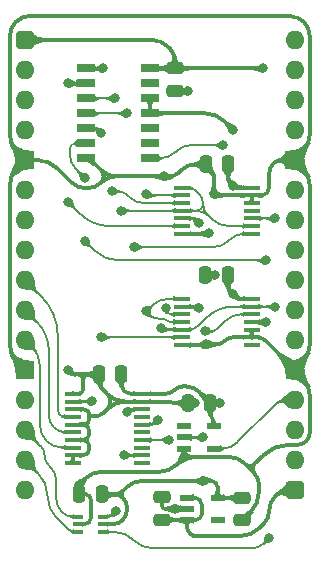
<source format=gtl>
%TF.GenerationSoftware,KiCad,Pcbnew,9.0.4*%
%TF.CreationDate,2025-09-16T16:50:18+02:00*%
%TF.ProjectId,Main Memory Small Abort,4d61696e-204d-4656-9d6f-727920536d61,V0*%
%TF.SameCoordinates,Original*%
%TF.FileFunction,Copper,L1,Top*%
%TF.FilePolarity,Positive*%
%FSLAX46Y46*%
G04 Gerber Fmt 4.6, Leading zero omitted, Abs format (unit mm)*
G04 Created by KiCad (PCBNEW 9.0.4) date 2025-09-16 16:50:18*
%MOMM*%
%LPD*%
G01*
G04 APERTURE LIST*
G04 Aperture macros list*
%AMRoundRect*
0 Rectangle with rounded corners*
0 $1 Rounding radius*
0 $2 $3 $4 $5 $6 $7 $8 $9 X,Y pos of 4 corners*
0 Add a 4 corners polygon primitive as box body*
4,1,4,$2,$3,$4,$5,$6,$7,$8,$9,$2,$3,0*
0 Add four circle primitives for the rounded corners*
1,1,$1+$1,$2,$3*
1,1,$1+$1,$4,$5*
1,1,$1+$1,$6,$7*
1,1,$1+$1,$8,$9*
0 Add four rect primitives between the rounded corners*
20,1,$1+$1,$2,$3,$4,$5,0*
20,1,$1+$1,$4,$5,$6,$7,0*
20,1,$1+$1,$6,$7,$8,$9,0*
20,1,$1+$1,$8,$9,$2,$3,0*%
G04 Aperture macros list end*
%TA.AperFunction,SMDPad,CuDef*%
%ADD10R,1.550000X0.650000*%
%TD*%
%TA.AperFunction,SMDPad,CuDef*%
%ADD11RoundRect,0.250000X0.250000X0.475000X-0.250000X0.475000X-0.250000X-0.475000X0.250000X-0.475000X0*%
%TD*%
%TA.AperFunction,SMDPad,CuDef*%
%ADD12R,1.475000X0.450000*%
%TD*%
%TA.AperFunction,SMDPad,CuDef*%
%ADD13RoundRect,0.250000X0.475000X-0.250000X0.475000X0.250000X-0.475000X0.250000X-0.475000X-0.250000X0*%
%TD*%
%TA.AperFunction,SMDPad,CuDef*%
%ADD14RoundRect,0.250000X-0.475000X0.250000X-0.475000X-0.250000X0.475000X-0.250000X0.475000X0.250000X0*%
%TD*%
%TA.AperFunction,ComponentPad*%
%ADD15RoundRect,0.400000X-0.400000X-0.400000X0.400000X-0.400000X0.400000X0.400000X-0.400000X0.400000X0*%
%TD*%
%TA.AperFunction,ComponentPad*%
%ADD16O,1.600000X1.600000*%
%TD*%
%TA.AperFunction,ComponentPad*%
%ADD17R,1.600000X1.600000*%
%TD*%
%TA.AperFunction,SMDPad,CuDef*%
%ADD18R,1.250000X0.600000*%
%TD*%
%TA.AperFunction,SMDPad,CuDef*%
%ADD19R,1.150000X0.600000*%
%TD*%
%TA.AperFunction,SMDPad,CuDef*%
%ADD20R,0.875000X0.450000*%
%TD*%
%TA.AperFunction,ViaPad*%
%ADD21C,0.800000*%
%TD*%
%TA.AperFunction,Conductor*%
%ADD22C,0.380000*%
%TD*%
%TA.AperFunction,Conductor*%
%ADD23C,0.200000*%
%TD*%
G04 APERTURE END LIST*
D10*
%TO.P,IC13,1,A*%
%TO.N,/~{0+1}*%
X5149000Y-2413000D03*
%TO.P,IC13,2,B*%
%TO.N,/~{0+2}*%
X5149000Y-3683000D03*
%TO.P,IC13,3,C*%
%TO.N,/~{0+3}*%
X5149000Y-4953000D03*
%TO.P,IC13,4,D*%
%TO.N,/~{1+2}*%
X5149000Y-6223000D03*
%TO.P,IC13,5,E*%
%TO.N,/~{1+3}*%
X5149000Y-7493000D03*
%TO.P,IC13,6,F*%
%TO.N,/~{2+3}*%
X5149000Y-8763000D03*
%TO.P,IC13,7,GND*%
%TO.N,GND*%
X5149000Y-10033000D03*
%TO.P,IC13,8,Y*%
%TO.N,Net-(IC13-Y)*%
X10599000Y-10033000D03*
%TO.P,IC13,9,N.C.*%
%TO.N,unconnected-(IC13-N.C.-Pad9)*%
X10599000Y-8763000D03*
%TO.P,IC13,10,N.C.*%
%TO.N,unconnected-(IC13-N.C.-Pad10)*%
X10599000Y-7493000D03*
%TO.P,IC13,11,G*%
%TO.N,/3.3V*%
X10599000Y-6223000D03*
%TO.P,IC13,12,H*%
X10599000Y-4953000D03*
%TO.P,IC13,13,N.C.*%
%TO.N,unconnected-(IC13-N.C.-Pad13)*%
X10599000Y-3683000D03*
%TO.P,IC13,14,5V*%
%TO.N,5V*%
X10599000Y-2413000D03*
%TD*%
D11*
%TO.P,C15,1*%
%TO.N,/3.3V*%
X15700000Y-30734000D03*
%TO.P,C15,2*%
%TO.N,GND*%
X13800000Y-30734000D03*
%TD*%
D12*
%TO.P,IC2,1,1A*%
%TO.N,/~{Main}B0*%
X13335000Y-12513000D03*
%TO.P,IC2,2,1B*%
%TO.N,/~{Main}B1*%
X13335000Y-13163000D03*
%TO.P,IC2,3,1Y*%
%TO.N,/~{0+1}*%
X13335000Y-13813000D03*
%TO.P,IC2,4,2A*%
%TO.N,/~{Main}B0*%
X13335000Y-14463000D03*
%TO.P,IC2,5,2B*%
%TO.N,/~{Main}B2*%
X13335000Y-15113000D03*
%TO.P,IC2,6,2Y*%
%TO.N,/~{0+2}*%
X13335000Y-15763000D03*
%TO.P,IC2,7,GND*%
%TO.N,GND*%
X13335000Y-16413000D03*
%TO.P,IC2,8,3Y*%
%TO.N,/~{0+3}*%
X19211000Y-16413000D03*
%TO.P,IC2,9,3A*%
%TO.N,/~{Main}B0*%
X19211000Y-15763000D03*
%TO.P,IC2,10,3B*%
%TO.N,/~{Main}B3*%
X19211000Y-15113000D03*
%TO.P,IC2,11,4Y*%
%TO.N,unconnected-(IC2-4Y-Pad11)*%
X19211000Y-14463000D03*
%TO.P,IC2,12,4A*%
%TO.N,GND*%
X19211000Y-13813000D03*
%TO.P,IC2,13,4B*%
X19211000Y-13163000D03*
%TO.P,IC2,14,3V*%
%TO.N,/3.3V*%
X19211000Y-12513000D03*
%TD*%
%TO.P,IC3,1,~{OE1}*%
%TO.N,GND*%
X4047000Y-29968000D03*
%TO.P,IC3,2,A0*%
%TO.N,~{Main}0*%
X4047000Y-30618000D03*
%TO.P,IC3,3,A1*%
%TO.N,GND*%
X4047000Y-31268000D03*
%TO.P,IC3,4,A2*%
%TO.N,~{Main}1*%
X4047000Y-31918000D03*
%TO.P,IC3,5,A3*%
%TO.N,GND*%
X4047000Y-32568000D03*
%TO.P,IC3,6,A4*%
%TO.N,~{Main}2*%
X4047000Y-33218000D03*
%TO.P,IC3,7,A5*%
%TO.N,GND*%
X4047000Y-33868000D03*
%TO.P,IC3,8,A6*%
%TO.N,~{Main}3*%
X4047000Y-34518000D03*
%TO.P,IC3,9,A7*%
%TO.N,GND*%
X4047000Y-35168000D03*
%TO.P,IC3,10,GND*%
X4047000Y-35818000D03*
%TO.P,IC3,11,Y7*%
%TO.N,unconnected-(IC3-Y7-Pad11)*%
X9923000Y-35818000D03*
%TO.P,IC3,12,Y6*%
%TO.N,/~{Main}B3*%
X9923000Y-35168000D03*
%TO.P,IC3,13,Y5*%
%TO.N,unconnected-(IC3-Y5-Pad13)*%
X9923000Y-34518000D03*
%TO.P,IC3,14,Y4*%
%TO.N,/~{Main}B2*%
X9923000Y-33868000D03*
%TO.P,IC3,15,Y3*%
%TO.N,unconnected-(IC3-Y3-Pad15)*%
X9923000Y-33218000D03*
%TO.P,IC3,16,Y2*%
%TO.N,/~{Main}B1*%
X9923000Y-32568000D03*
%TO.P,IC3,17,Y1*%
%TO.N,unconnected-(IC3-Y1-Pad17)*%
X9923000Y-31918000D03*
%TO.P,IC3,18,Y0*%
%TO.N,/~{Main}B0*%
X9923000Y-31268000D03*
%TO.P,IC3,19,~{OE2}*%
%TO.N,GND*%
X9923000Y-30618000D03*
%TO.P,IC3,20,3V*%
%TO.N,/3.3V*%
X9923000Y-29968000D03*
%TD*%
%TO.P,IC8,1,1A*%
%TO.N,/~{Main}B1*%
X13318000Y-21926000D03*
%TO.P,IC8,2,1B*%
%TO.N,/~{Main}B2*%
X13318000Y-22576000D03*
%TO.P,IC8,3,1Y*%
%TO.N,/~{1+2}*%
X13318000Y-23226000D03*
%TO.P,IC8,4,2A*%
%TO.N,/~{Main}B1*%
X13318000Y-23876000D03*
%TO.P,IC8,5,2B*%
%TO.N,/~{Main}B3*%
X13318000Y-24526000D03*
%TO.P,IC8,6,2Y*%
%TO.N,/~{1+3}*%
X13318000Y-25176000D03*
%TO.P,IC8,7,GND*%
%TO.N,GND*%
X13318000Y-25826000D03*
%TO.P,IC8,8,3Y*%
%TO.N,unconnected-(IC8-3Y-Pad8)*%
X19194000Y-25826000D03*
%TO.P,IC8,9,3A*%
%TO.N,GND*%
X19194000Y-25176000D03*
%TO.P,IC8,10,3B*%
X19194000Y-24526000D03*
%TO.P,IC8,11,4Y*%
%TO.N,/~{2+3}*%
X19194000Y-23876000D03*
%TO.P,IC8,12,4A*%
%TO.N,/~{Main}B2*%
X19194000Y-23226000D03*
%TO.P,IC8,13,4B*%
%TO.N,/~{Main}B3*%
X19194000Y-22576000D03*
%TO.P,IC8,14,3V*%
%TO.N,/3.3V*%
X19194000Y-21926000D03*
%TD*%
D11*
%TO.P,C12,1*%
%TO.N,/3.3V*%
X6522000Y-38481000D03*
%TO.P,C12,2*%
%TO.N,GND*%
X4622000Y-38481000D03*
%TD*%
%TO.P,C8,1*%
%TO.N,/3.3V*%
X8156000Y-28325000D03*
%TO.P,C8,2*%
%TO.N,GND*%
X6256000Y-28325000D03*
%TD*%
D13*
%TO.P,C10,1*%
%TO.N,5V*%
X11587000Y-40635000D03*
%TO.P,C10,2*%
%TO.N,GND*%
X11587000Y-38735000D03*
%TD*%
D14*
%TO.P,C11,1*%
%TO.N,/3.3V*%
X18415000Y-38767000D03*
%TO.P,C11,2*%
%TO.N,GND*%
X18415000Y-40667000D03*
%TD*%
D15*
%TO.P,J1,1,Pin_1*%
%TO.N,5V*%
X0Y0D03*
D16*
%TO.P,J1,2,Pin_2*%
%TO.N,unconnected-(J1-Pin_2-Pad2)*%
X0Y-2540000D03*
%TO.P,J1,3,Pin_3*%
%TO.N,unconnected-(J1-Pin_3-Pad3)*%
X0Y-5080000D03*
%TO.P,J1,4,Pin_4*%
%TO.N,unconnected-(J1-Pin_4-Pad4)*%
X0Y-7620000D03*
D17*
%TO.P,J1,5,Pin_5*%
%TO.N,GND*%
X0Y-10160000D03*
D16*
%TO.P,J1,6,Pin_6*%
%TO.N,unconnected-(J1-Pin_6-Pad6)*%
X0Y-12700000D03*
%TO.P,J1,7,Pin_7*%
%TO.N,unconnected-(J1-Pin_7-Pad7)*%
X0Y-15240000D03*
%TO.P,J1,8,Pin_8*%
%TO.N,~{Main}0*%
X0Y-17780000D03*
%TO.P,J1,9,Pin_9*%
%TO.N,~{Main}1*%
X0Y-20320000D03*
%TO.P,J1,10,Pin_10*%
%TO.N,~{Main}2*%
X0Y-22860000D03*
%TO.P,J1,11,Pin_11*%
%TO.N,~{Main}3*%
X0Y-25400000D03*
D17*
%TO.P,J1,12,Pin_12*%
%TO.N,GND*%
X0Y-27940000D03*
D16*
%TO.P,J1,13,Pin_13*%
%TO.N,unconnected-(J1-Pin_13-Pad13)*%
X0Y-30480000D03*
%TO.P,J1,14,Pin_14*%
%TO.N,A*%
X0Y-33020000D03*
%TO.P,J1,15,Pin_15*%
%TO.N,B*%
X0Y-35560000D03*
%TO.P,J1,16,Pin_16*%
%TO.N,C*%
X0Y-38100000D03*
D15*
%TO.P,J1,17,Pin_17*%
%TO.N,5V*%
X22860000Y-38100000D03*
D16*
%TO.P,J1,18,Pin_18*%
%TO.N,A\u2022B\u2022C*%
X22860000Y-35560000D03*
%TO.P,J1,19,Pin_19*%
%TO.N,unconnected-(J1-Pin_19-Pad19)*%
X22860000Y-33020000D03*
%TO.P,J1,20,Pin_20*%
%TO.N,~{Set Contention}*%
X22860000Y-30480000D03*
D17*
%TO.P,J1,21,Pin_21*%
%TO.N,GND*%
X22860000Y-27940000D03*
D16*
%TO.P,J1,22,Pin_22*%
%TO.N,unconnected-(J1-Pin_22-Pad22)*%
X22860000Y-25400000D03*
%TO.P,J1,23,Pin_23*%
%TO.N,unconnected-(J1-Pin_23-Pad23)*%
X22860000Y-22860000D03*
%TO.P,J1,24,Pin_24*%
%TO.N,unconnected-(J1-Pin_24-Pad24)*%
X22860000Y-20320000D03*
%TO.P,J1,25,Pin_25*%
%TO.N,unconnected-(J1-Pin_25-Pad25)*%
X22860000Y-17780000D03*
%TO.P,J1,26,Pin_26*%
%TO.N,unconnected-(J1-Pin_26-Pad26)*%
X22860000Y-15240000D03*
%TO.P,J1,27,Pin_27*%
%TO.N,unconnected-(J1-Pin_27-Pad27)*%
X22860000Y-12700000D03*
D17*
%TO.P,J1,28,Pin_28*%
%TO.N,GND*%
X22860000Y-10160000D03*
D16*
%TO.P,J1,29,Pin_29*%
%TO.N,unconnected-(J1-Pin_29-Pad29)*%
X22860000Y-7620000D03*
%TO.P,J1,30,Pin_30*%
%TO.N,unconnected-(J1-Pin_30-Pad30)*%
X22860000Y-5080000D03*
%TO.P,J1,31,Pin_31*%
%TO.N,unconnected-(J1-Pin_31-Pad31)*%
X22860000Y-2540000D03*
%TO.P,J1,32,Pin_32*%
%TO.N,unconnected-(J1-Pin_32-Pad32)*%
X22860000Y0D03*
%TD*%
D11*
%TO.P,C2,1*%
%TO.N,/3.3V*%
X17190000Y-19939000D03*
%TO.P,C2,2*%
%TO.N,GND*%
X15290000Y-19939000D03*
%TD*%
D18*
%TO.P,IC17,1,N.C.*%
%TO.N,unconnected-(IC17-N.C.-Pad1)*%
X13482000Y-32705000D03*
%TO.P,IC17,2,A*%
%TO.N,Net-(IC13-Y)*%
X13482000Y-33655000D03*
%TO.P,IC17,3,GND*%
%TO.N,GND*%
X13482000Y-34605000D03*
%TO.P,IC17,4,Y*%
%TO.N,~{Set Contention}*%
X15982000Y-34605000D03*
%TO.P,IC17,5,3V*%
%TO.N,/3.3V*%
X15982000Y-32705000D03*
%TD*%
D19*
%TO.P,IC1,1,6VIn*%
%TO.N,5V*%
X13716000Y-38751000D03*
%TO.P,IC1,2,GND*%
%TO.N,GND*%
X13716000Y-39701000D03*
%TO.P,IC1,3,EN*%
%TO.N,5V*%
X13716000Y-40651000D03*
%TO.P,IC1,4,ADJ*%
%TO.N,unconnected-(IC1-ADJ-Pad4)*%
X16316000Y-40651000D03*
%TO.P,IC1,5,3.3VOut*%
%TO.N,/3.3V*%
X16316000Y-38751000D03*
%TD*%
D11*
%TO.P,C13,1*%
%TO.N,/3.3V*%
X17207000Y-10526000D03*
%TO.P,C13,2*%
%TO.N,GND*%
X15307000Y-10526000D03*
%TD*%
D20*
%TO.P,IC4,1,A*%
%TO.N,A*%
X4480000Y-40356000D03*
%TO.P,IC4,2,GND*%
%TO.N,GND*%
X4480000Y-41006000D03*
%TO.P,IC4,3,B*%
%TO.N,B*%
X4480000Y-41656000D03*
%TO.P,IC4,4,Y*%
%TO.N,A\u2022B\u2022C*%
X6604000Y-41656000D03*
%TO.P,IC4,5,3V*%
%TO.N,/3.3V*%
X6604000Y-41006000D03*
%TO.P,IC4,6,C*%
%TO.N,C*%
X6604000Y-40356000D03*
%TD*%
D14*
%TO.P,C7,1*%
%TO.N,5V*%
X12700000Y-2418000D03*
%TO.P,C7,2*%
%TO.N,GND*%
X12700000Y-4318000D03*
%TD*%
D21*
%TO.N,~{Main}0*%
X5715000Y-30607000D03*
%TO.N,/3.3V*%
X15113000Y-37338000D03*
X16510000Y-30734000D03*
X17653000Y-7620000D03*
X17641000Y-21526500D03*
X17641000Y-12331000D03*
%TO.N,/~{Main}B3*%
X21209000Y-15113000D03*
X21209000Y-22606000D03*
X11557000Y-24426000D03*
X8382000Y-35179000D03*
%TO.N,GND*%
X4622001Y-37642001D03*
X12700000Y-39701000D03*
X15621000Y-16383000D03*
X16090000Y-19939000D03*
X16002000Y-13081000D03*
X14363000Y-30734000D03*
X15367000Y-25781000D03*
X3683000Y-27940000D03*
X11811000Y-11557000D03*
X13481999Y-35325999D03*
X13843000Y-4318000D03*
%TO.N,5V*%
X20193000Y-2418000D03*
%TO.N,/~{Main}B0*%
X8128000Y-14478000D03*
X8620698Y-31490514D03*
%TO.N,/~{Main}B1*%
X10287000Y-22987000D03*
X10287000Y-13081000D03*
X11260502Y-32145000D03*
%TO.N,/~{Main}B2*%
X12206998Y-33874884D03*
X14732000Y-22703000D03*
X14732000Y-15494000D03*
X15289000Y-24662028D03*
%TO.N,C*%
X7724530Y-39878000D03*
%TO.N,A\u2022B\u2022C*%
X20701000Y-42164000D03*
%TO.N,Net-(IC13-Y)*%
X15113000Y-33655000D03*
X16813000Y-8890000D03*
%TO.N,/~{0+1}*%
X7366000Y-12827000D03*
X6604000Y-2413000D03*
%TO.N,/~{0+2}*%
X3683000Y-3683000D03*
X3683000Y-13716000D03*
%TO.N,/~{0+3}*%
X9271000Y-17526000D03*
X7620000Y-4953000D03*
%TO.N,/~{1+2}*%
X8636000Y-6223000D03*
X11938000Y-22676000D03*
%TO.N,/~{1+3}*%
X6477000Y-25146000D03*
X6477000Y-7874000D03*
%TO.N,/~{2+3}*%
X20447000Y-18669000D03*
X5080000Y-17018000D03*
X20447000Y-23876000D03*
X5080000Y-11684000D03*
%TD*%
D22*
%TO.N,5V*%
X19938999Y-41274999D02*
G75*
G02*
X18099369Y-42036986I-1839599J1839599D01*
G01*
X12249219Y-692219D02*
G75*
G02*
X12699989Y-1780500I-1088319J-1088281D01*
G01*
X14803500Y-38933500D02*
G75*
G02*
X14986002Y-39374093I-440600J-440600D01*
G01*
X14828500Y-40493500D02*
G75*
G02*
X14448261Y-40650984I-380200J380200D01*
G01*
X12128500Y-571500D02*
G75*
G03*
X10748776Y-10I-1379700J-1379700D01*
G01*
X20701000Y-39814500D02*
G75*
G02*
X20207080Y-41006909I-1686300J0D01*
G01*
X22288500Y-38100000D02*
G75*
G03*
X21312893Y-38504116I0J-1379700D01*
G01*
X12830000Y-40643000D02*
G75*
G03*
X12849313Y-40650994I19300J19300D01*
G01*
X14986000Y-40113261D02*
G75*
G02*
X14828511Y-40493511I-537700J-39D01*
G01*
X12830000Y-40643000D02*
G75*
G03*
X12810686Y-40635006I-19300J-19300D01*
G01*
X21194914Y-38622085D02*
G75*
G03*
X20700991Y-39814500I1192386J-1192415D01*
G01*
X14803500Y-38933500D02*
G75*
G03*
X14362906Y-38750998I-440600J-440600D01*
G01*
X13716000Y-41169789D02*
G75*
G03*
X13969997Y-41783003I867200J-11D01*
G01*
X13970000Y-41783000D02*
G75*
G03*
X14583210Y-42036996I613200J613200D01*
G01*
%TO.N,GND*%
X-634999Y-10795000D02*
G75*
G03*
X-634999Y-9525000I-634999J635000D01*
G01*
X898025Y-10160000D02*
G75*
G03*
X-634999Y-10795000I-1J-2168019D01*
G01*
X-634999Y-9525000D02*
G75*
G03*
X898025Y-10160001I1533029J1533030D01*
G01*
X23495000Y-28575000D02*
G75*
G02*
X24129989Y-30108025I-1533000J-1533000D01*
G01*
X5461000Y-38608000D02*
G75*
G02*
X5587998Y-38914605I-306600J-306600D01*
G01*
X12856998Y-35950999D02*
G75*
G02*
X11348113Y-36576005I-1508898J1508899D01*
G01*
X4915579Y-33868000D02*
G75*
G03*
X5301256Y-33708256I21J545400D01*
G01*
X5301250Y-34027750D02*
G75*
G03*
X4915579Y-33868009I-385650J-385650D01*
G01*
X5301250Y-33708250D02*
G75*
G03*
X5301250Y-34027750I159750J-159750D01*
G01*
X23495000Y-10795000D02*
G75*
G02*
X24129989Y-12328025I-1533000J-1533000D01*
G01*
X16939500Y-25478500D02*
G75*
G02*
X16209200Y-25781000I-730300J730300D01*
G01*
X5350514Y-31454014D02*
G75*
G02*
X5461041Y-31720750I-266714J-266786D01*
G01*
X19430999Y-35940999D02*
G75*
G03*
X19430999Y-36703001I381001J-381001D01*
G01*
X18669000Y-35941000D02*
G75*
G03*
X19431000Y-35941000I381000J381000D01*
G01*
X4953000Y-28767500D02*
G75*
G03*
X4510500Y-28325000I-442500J0D01*
G01*
X5395500Y-28325000D02*
G75*
G03*
X4953000Y-28767500I0J-442500D01*
G01*
X5312750Y-31416250D02*
G75*
G03*
X4954842Y-31267982I-357950J-357950D01*
G01*
X19812000Y-38282171D02*
G75*
G02*
X19113502Y-39968502I-2384840J1D01*
G01*
X11587000Y-39403963D02*
G75*
G03*
X11673989Y-39614011I297000J-37D01*
G01*
X15606000Y-16398000D02*
G75*
G02*
X15569786Y-16412995I-36200J36200D01*
G01*
X5312750Y-35019750D02*
G75*
G02*
X4954842Y-35168018I-357950J357950D01*
G01*
X24130000Y-7991974D02*
G75*
G02*
X23495001Y-9525001I-2168040J4D01*
G01*
X6477000Y-12065000D02*
G75*
G02*
X5250579Y-12572992I-1226400J1226400D01*
G01*
X21785012Y-10160000D02*
G75*
G03*
X21018496Y-10477496I-12J-1084000D01*
G01*
X-1270000Y-25771974D02*
G75*
G03*
X-634998Y-27304999I2168030J4D01*
G01*
X-1270000Y-7991974D02*
G75*
G03*
X-634998Y-9524999I2168030J4D01*
G01*
X23495000Y-27305000D02*
G75*
G03*
X23495000Y-28575000I635000J-635000D01*
G01*
X22225000Y-27305000D02*
G75*
G03*
X23495000Y-27305000I635000J635002D01*
G01*
X15654500Y-10873500D02*
G75*
G03*
X14815560Y-10526016I-838900J-838900D01*
G01*
X21018500Y-10477500D02*
G75*
G03*
X20701005Y-11244012I766500J-766500D01*
G01*
X11674000Y-39614000D02*
G75*
G03*
X11884036Y-39700985I210000J210000D01*
G01*
X6256000Y-28795000D02*
G75*
G03*
X5786000Y-28325000I-470000J0D01*
G01*
X14460027Y-10526000D02*
G75*
G03*
X13215492Y-11041492I-27J-1760000D01*
G01*
X20414905Y-25494905D02*
G75*
G03*
X19645000Y-25175997I-769905J-769895D01*
G01*
X4931796Y-32568000D02*
G75*
G03*
X5306001Y-32413001I4J529200D01*
G01*
X5306000Y-32723000D02*
G75*
G03*
X4931796Y-32568001I-374200J-374200D01*
G01*
X5305999Y-32412999D02*
G75*
G03*
X5305999Y-32723001I155001J-155001D01*
G01*
X5461000Y-38608000D02*
G75*
G03*
X5154394Y-38481002I-306600J-306600D01*
G01*
X5461000Y-33322579D02*
G75*
G02*
X5301256Y-33708256I-545400J-21D01*
G01*
X5617250Y-31877000D02*
G75*
G03*
X5461000Y-32033250I-50J-156200D01*
G01*
X5461000Y-31720750D02*
G75*
G03*
X5617250Y-31877000I156250J0D01*
G01*
X5431250Y-40849250D02*
G75*
G02*
X5052822Y-41006009I-378450J378450D01*
G01*
X3875500Y-28132500D02*
G75*
G03*
X4340236Y-28324985I464700J464700D01*
G01*
X5588000Y-40470822D02*
G75*
G02*
X5431244Y-40849244I-535200J22D01*
G01*
X24130000Y-25771974D02*
G75*
G02*
X23495001Y-27305001I-2168040J4D01*
G01*
X3906184Y-12034184D02*
G75*
G03*
X5207000Y-12573000I1300816J1300814D01*
G01*
X13014308Y-11242691D02*
G75*
G02*
X12255500Y-11557005I-758808J758791D01*
G01*
X18551999Y-35823999D02*
G75*
G03*
X17349719Y-35325991I-1202299J-1202301D01*
G01*
X12388000Y-30676000D02*
G75*
G03*
X12528024Y-30733990I140000J140000D01*
G01*
X16043000Y-13122000D02*
G75*
G03*
X16141982Y-13163007I99000J99000D01*
G01*
X20701000Y-12487839D02*
G75*
G02*
X20503238Y-12965238I-675200J39D01*
G01*
X2750420Y-10878420D02*
G75*
G03*
X1016000Y-10160000I-1734420J-1734420D01*
G01*
X4828000Y-29843000D02*
G75*
G02*
X4526223Y-29968010I-301800J301800D01*
G01*
X5461000Y-34661842D02*
G75*
G02*
X5312749Y-35019749I-506160J2D01*
G01*
X22288500Y-34290000D02*
G75*
G03*
X20228886Y-35143135I0J-2912700D01*
G01*
X15654500Y-10873500D02*
G75*
G02*
X16001984Y-11712439I-838900J-838900D01*
G01*
X-762000Y1524000D02*
G75*
G03*
X-1270000Y297579I1226420J-1226420D01*
G01*
X6256000Y-28795000D02*
G75*
G03*
X6588336Y-29597344I1134700J0D01*
G01*
X12388000Y-30676000D02*
G75*
G03*
X12247975Y-30618010I-140000J-140000D01*
G01*
X17669799Y-25176000D02*
G75*
G03*
X16939500Y-25478500I1J-1032800D01*
G01*
X6664308Y-31562691D02*
G75*
G02*
X5905500Y-31877005I-758808J758791D01*
G01*
X23812500Y-33972500D02*
G75*
G02*
X23045987Y-34289995I-766500J766500D01*
G01*
X5301250Y-34027750D02*
G75*
G02*
X5460991Y-34413420I-385650J-385650D01*
G01*
X6441778Y-36576000D02*
G75*
G03*
X5155004Y-37109003I2J-1819770D01*
G01*
X6477000Y-12065000D02*
G75*
G03*
X6477000Y-11049000I-508000J508000D01*
G01*
X7703420Y-11557000D02*
G75*
G03*
X6476994Y-12064994I-20J-1734400D01*
G01*
X6477000Y-11049000D02*
G75*
G03*
X7703420Y-11556992I1226400J1226400D01*
G01*
X6979500Y-31247500D02*
G75*
G03*
X6979500Y-29988500I-629500J629500D01*
G01*
X8499247Y-30618000D02*
G75*
G03*
X6979500Y-31247500I-7J-2149230D01*
G01*
X6979500Y-29988500D02*
G75*
G03*
X8499247Y-30618001I1519750J1519750D01*
G01*
X15344500Y-25803500D02*
G75*
G02*
X15290180Y-25825992I-54300J54300D01*
G01*
X23622000Y1524000D02*
G75*
G03*
X22395579Y2031992I-1226400J-1226400D01*
G01*
X-634999Y-10795000D02*
G75*
G03*
X-1270001Y-12328025I1533029J-1533030D01*
G01*
X5306000Y-32723000D02*
G75*
G02*
X5460999Y-33097203I-374200J-374200D01*
G01*
X23622000Y1524000D02*
G75*
G02*
X24129992Y297579I-1226400J-1226400D01*
G01*
X20503250Y-12965250D02*
G75*
G02*
X20025839Y-13163016I-477450J477450D01*
G01*
X464420Y2032000D02*
G75*
G03*
X-762000Y1524000I2J-1734424D01*
G01*
X4953000Y-29541223D02*
G75*
G02*
X4827993Y-29842993I-426800J23D01*
G01*
X24130000Y-33205987D02*
G75*
G02*
X23812504Y-33972504I-1084000J-13D01*
G01*
X19431000Y-36703000D02*
G75*
G02*
X19811994Y-37622815I-919800J-919800D01*
G01*
X5461000Y-32067500D02*
G75*
G02*
X5326295Y-32392702I-459900J0D01*
G01*
X19431000Y-36703000D02*
X18669000Y-35941000D01*
X4510500Y-28325000D02*
X5395500Y-28325000D01*
X23495000Y-28575000D02*
X22225000Y-27305000D01*
X5461000Y-32033250D02*
X5461000Y-31720750D01*
%TO.N,/3.3V*%
X17207000Y-11590115D02*
G75*
G03*
X17424005Y-12113995I740900J15D01*
G01*
X7551987Y-38481000D02*
G75*
G03*
X8318504Y-38163504I13J1084000D01*
G01*
X8318500Y-38798500D02*
G75*
G03*
X7551987Y-38481005I-766500J-766500D01*
G01*
X8318500Y-38163500D02*
G75*
G03*
X8318500Y-38798500I317500J-317500D01*
G01*
X17190000Y-20756594D02*
G75*
G03*
X17415498Y-21301002I769900J-6D01*
G01*
X8394000Y-29730000D02*
G75*
G03*
X8968582Y-29968007I574600J574600D01*
G01*
X13400184Y-29337000D02*
G75*
G03*
X12638505Y-29652505I16J-1077200D01*
G01*
X8284970Y-40654970D02*
G75*
G02*
X7437508Y-41006004I-847470J847470D01*
G01*
X14779943Y-29813943D02*
G75*
G03*
X13628500Y-29337004I-1151443J-1151457D01*
G01*
X9952223Y-37338000D02*
G75*
G03*
X8572493Y-37909493I-23J-1951200D01*
G01*
X8318500Y-38798500D02*
G75*
G02*
X8635995Y-39565012I-766500J-766500D01*
G01*
X16159000Y-37495000D02*
G75*
G03*
X15779968Y-37338013I-379000J-379000D01*
G01*
X16954500Y-6921500D02*
G75*
G03*
X15268171Y-6223012I-1686300J-1686300D01*
G01*
X15700000Y-31677595D02*
G75*
G03*
X15840999Y-32018001I481400J-5D01*
G01*
X8636000Y-39807508D02*
G75*
G02*
X8284967Y-40654967I-1198500J8D01*
G01*
X15841000Y-32018000D02*
G75*
G02*
X15981998Y-32358404I-340400J-340400D01*
G01*
X12638500Y-29652500D02*
G75*
G02*
X11876815Y-29968006I-761700J761700D01*
G01*
X17840750Y-21726250D02*
G75*
G03*
X18322989Y-21926004I482250J482250D01*
G01*
X16159000Y-37495000D02*
G75*
G02*
X16315987Y-37874031I-379000J-379000D01*
G01*
X8156000Y-29155417D02*
G75*
G03*
X8394005Y-29729995I812600J17D01*
G01*
X17732000Y-12422000D02*
G75*
G03*
X17951693Y-12513003I219700J219700D01*
G01*
D23*
%TO.N,/~{2+3}*%
X3810000Y-9715500D02*
G75*
G03*
X4303920Y-10907908I1686300J0D01*
G01*
X4243605Y-8763000D02*
G75*
G03*
X3936998Y-8889998I-5J-433600D01*
G01*
X3937000Y-8890000D02*
G75*
G03*
X3810002Y-9196605I306600J-306600D01*
G01*
X5905500Y-17843500D02*
G75*
G03*
X7898433Y-18668996I1992930J1992940D01*
G01*
%TO.N,/~{1+3}*%
X6492000Y-25161000D02*
G75*
G03*
X6528213Y-25175995I36200J36200D01*
G01*
X6286500Y-7683500D02*
G75*
G03*
X5826592Y-7493003I-459900J-459900D01*
G01*
%TO.N,/~{1+2}*%
X12057500Y-23106500D02*
G75*
G03*
X12345998Y-23226001I288500J288500D01*
G01*
X11938000Y-22831500D02*
G75*
G03*
X12047957Y-23096953I375400J0D01*
G01*
%TO.N,/~{0+3}*%
X17320499Y-16969499D02*
G75*
G02*
X15976990Y-17525995I-1343499J1343499D01*
G01*
X18544000Y-16413000D02*
G75*
G03*
X17405355Y-16884636I0J-1610300D01*
G01*
%TO.N,/~{0+2}*%
X4706500Y-14739500D02*
G75*
G03*
X7177447Y-15763001I2470950J2470950D01*
G01*
%TO.N,/~{0+1}*%
X8875000Y-13320000D02*
G75*
G03*
X10065207Y-13812997I1190200J1190200D01*
G01*
X8741210Y-13186210D02*
G75*
G03*
X7874000Y-12826994I-867210J-867190D01*
G01*
%TO.N,A*%
X3188710Y-40018710D02*
G75*
G03*
X4003000Y-40355994I814290J814310D01*
G01*
X2667000Y-38889595D02*
G75*
G03*
X3096499Y-39926501I1466400J-5D01*
G01*
X1667525Y-35179000D02*
G75*
G03*
X2015052Y-36017998I1186515J0D01*
G01*
X1319999Y-34339999D02*
G75*
G02*
X1667525Y-35179000I-838999J-839001D01*
G01*
X2167262Y-36170212D02*
G75*
G02*
X2667003Y-37376685I-1206472J-1206478D01*
G01*
%TO.N,B*%
X3648241Y-41438741D02*
G75*
G03*
X4172750Y-41655999I524509J524511D01*
G01*
X1905000Y-38580250D02*
G75*
G03*
X2693600Y-40484100I2692450J0D01*
G01*
X1116399Y-36676399D02*
G75*
G02*
X1905000Y-38580250I-1903853J-1903852D01*
G01*
%TO.N,Net-(IC13-Y)*%
X12755210Y-9469789D02*
G75*
G02*
X11395500Y-10033005I-1359710J1359689D01*
G01*
X14143223Y-8890000D02*
G75*
G03*
X12763493Y-9461493I-23J-1951200D01*
G01*
%TO.N,A\u2022B\u2022C*%
X9182519Y-42329519D02*
G75*
G03*
X7556500Y-41655989I-1626019J-1625981D01*
G01*
X20256500Y-42608500D02*
G75*
G02*
X19183382Y-43052993I-1073100J1073100D01*
G01*
X9207500Y-42354500D02*
G75*
G03*
X10893828Y-43052988I1686300J1686300D01*
G01*
%TO.N,C*%
X7473698Y-40128831D02*
G75*
G02*
X6925265Y-40355975I-548398J548431D01*
G01*
%TO.N,/~{Main}B2*%
X16393461Y-24373538D02*
G75*
G02*
X15696986Y-24662028I-696461J696438D01*
G01*
X12203556Y-33871442D02*
G75*
G03*
X12195246Y-33867952I-8356J-8258D01*
G01*
X14668500Y-22639500D02*
G75*
G03*
X14515197Y-22576001I-153300J-153300D01*
G01*
X18367500Y-23226000D02*
G75*
G03*
X16956586Y-23810433I0J-1995300D01*
G01*
X14541500Y-15303500D02*
G75*
G03*
X14081592Y-15113003I-459900J-459900D01*
G01*
%TO.N,/~{Main}B1*%
X12098240Y-21926000D02*
G75*
G03*
X10817488Y-22456488I-40J-1811200D01*
G01*
X10598500Y-23298500D02*
G75*
G03*
X11350527Y-23609989I752000J752000D01*
G01*
X11049001Y-32356500D02*
G75*
G02*
X10538393Y-32567998I-510601J510600D01*
G01*
X12001315Y-23743000D02*
G75*
G03*
X11680224Y-23609985I-321115J-321100D01*
G01*
X12001315Y-23743000D02*
G75*
G03*
X12322405Y-23875993I321085J321100D01*
G01*
X10328000Y-13122000D02*
G75*
G03*
X10426982Y-13163007I99000J99000D01*
G01*
%TO.N,/~{Main}B0*%
X15748000Y-15113000D02*
G75*
G03*
X17317238Y-15762984I1569200J1569200D01*
G01*
X9000553Y-31268000D02*
G75*
G03*
X8731940Y-31379242I-53J-379800D01*
G01*
X14535750Y-14463000D02*
G75*
G03*
X15098000Y-13900750I-50J562300D01*
G01*
X15495570Y-14860570D02*
G75*
G03*
X14535750Y-14463038I-959770J-959830D01*
G01*
X15098000Y-13900750D02*
G75*
G03*
X15495570Y-14860570I1357390J0D01*
G01*
X14700429Y-12940929D02*
G75*
G02*
X15098033Y-13900750I-959829J-959871D01*
G01*
X8153606Y-14463000D02*
G75*
G03*
X8135498Y-14470498I-6J-25600D01*
G01*
X14603956Y-12844456D02*
G75*
G03*
X13803750Y-12513046I-800156J-800244D01*
G01*
%TO.N,/~{Main}B3*%
X21194000Y-22591000D02*
G75*
G03*
X21157786Y-22576005I-36200J-36200D01*
G01*
X14734313Y-24156053D02*
G75*
G02*
X13841183Y-24525981I-893113J893153D01*
G01*
X11607000Y-24476000D02*
G75*
G03*
X11727710Y-24525996I120700J120700D01*
G01*
X8400778Y-35168000D02*
G75*
G03*
X8387506Y-35173506I22J-18800D01*
G01*
X17693225Y-22576000D02*
G75*
G03*
X15339346Y-23550979I-25J-3328900D01*
G01*
%TO.N,~{Main}3*%
X635000Y-26035000D02*
G75*
G02*
X1270000Y-27568025I-1533030J-1533028D01*
G01*
X1828500Y-33959500D02*
G75*
G03*
X3176838Y-34518001I1348340J1348340D01*
G01*
X1270000Y-32611161D02*
G75*
G03*
X1828501Y-33959499I1906840J1D01*
G01*
%TO.N,~{Main}1*%
X2794000Y-31379407D02*
G75*
G03*
X2951752Y-31760248I538600J7D01*
G01*
X2951750Y-31760250D02*
G75*
G03*
X3332592Y-31918003I380850J380850D01*
G01*
X1397000Y-21717000D02*
G75*
G02*
X2794000Y-25089656I-3372658J-3372657D01*
G01*
%TO.N,~{Set Contention}*%
X17989319Y-34080680D02*
G75*
G02*
X16723500Y-34605011I-1265819J1265780D01*
G01*
X22225000Y-30480000D02*
G75*
G03*
X21140993Y-30929018I0J-1533000D01*
G01*
%TO.N,~{Main}2*%
X2446125Y-32803875D02*
G75*
G03*
X3445911Y-33217995I999775J999775D01*
G01*
X1016000Y-23876000D02*
G75*
G02*
X2032000Y-26328840I-2452839J-2452840D01*
G01*
X2032000Y-31804088D02*
G75*
G03*
X2446125Y-32803875I1413910J-2D01*
G01*
%TO.N,~{Main}0*%
X5709500Y-30612500D02*
G75*
G02*
X5696221Y-30618009I-13300J13300D01*
G01*
X5715000Y-30607000D02*
X5709500Y-30612500D01*
X5696221Y-30618000D02*
X4047000Y-30618000D01*
%TO.N,~{Main}2*%
X2032000Y-26328840D02*
X2032000Y-31804088D01*
X1016000Y-23876000D02*
X0Y-22860000D01*
%TO.N,~{Set Contention}*%
X16723500Y-34605000D02*
X15982000Y-34605000D01*
X17989319Y-34080680D02*
X21140987Y-30929012D01*
%TO.N,~{Main}1*%
X2794000Y-31379407D02*
X2794000Y-25089656D01*
X1397000Y-21717000D02*
X0Y-20320000D01*
X3332592Y-31918000D02*
X4047000Y-31918000D01*
%TO.N,~{Main}3*%
X3176838Y-34518000D02*
X4047000Y-34518000D01*
X1270000Y-27568025D02*
X1270000Y-32611161D01*
X635000Y-26035000D02*
X0Y-25400000D01*
D22*
%TO.N,/3.3V*%
X16954500Y-6921500D02*
X17653000Y-7620000D01*
X8636000Y-39565012D02*
X8636000Y-39807508D01*
X15982000Y-32358404D02*
X15982000Y-32705000D01*
X13400184Y-29337000D02*
X13628500Y-29337000D01*
X17641000Y-21526500D02*
X17840750Y-21726250D01*
X15113000Y-37338000D02*
X15779968Y-37338000D01*
X7437508Y-41006000D02*
X6604000Y-41006000D01*
X17641000Y-12331000D02*
X17732000Y-12422000D01*
X17207000Y-11590115D02*
X17207000Y-10526000D01*
X16316000Y-37874031D02*
X16316000Y-38751000D01*
X18415000Y-38767000D02*
X16332000Y-38767000D01*
X17190000Y-20756594D02*
X17190000Y-19939000D01*
X14779943Y-29813943D02*
X15700000Y-30734000D01*
X8968582Y-29968000D02*
X9923000Y-29968000D01*
X17951693Y-12513000D02*
X19211000Y-12513000D01*
X17415500Y-21301000D02*
X17641000Y-21526500D01*
X11876815Y-29968000D02*
X9923000Y-29968000D01*
X10599000Y-6223000D02*
X10599000Y-4953000D01*
X15113000Y-37338000D02*
X9952223Y-37338000D01*
X18322989Y-21926000D02*
X19194000Y-21926000D01*
X10599000Y-6223000D02*
X15268171Y-6223000D01*
X15700000Y-30734000D02*
X16510000Y-30734000D01*
X17424000Y-12114000D02*
X17641000Y-12331000D01*
X8156000Y-29155417D02*
X8156000Y-28325000D01*
X8318500Y-38163500D02*
X8572500Y-37909500D01*
X7551987Y-38481000D02*
X6522000Y-38481000D01*
X15700000Y-31677595D02*
X15700000Y-30734000D01*
D23*
%TO.N,/~{Main}B3*%
X11557000Y-24426000D02*
X11607000Y-24476000D01*
X21209000Y-15113000D02*
X19211000Y-15113000D01*
X14734313Y-24156053D02*
X15339367Y-23551000D01*
X8382000Y-35179000D02*
X8387500Y-35173500D01*
X21209000Y-22606000D02*
X21194000Y-22591000D01*
X19194000Y-22576000D02*
X21157786Y-22576000D01*
X12794816Y-24526000D02*
X11727710Y-24526000D01*
X8400778Y-35168000D02*
X9923000Y-35168000D01*
X19194000Y-22576000D02*
X17693225Y-22576000D01*
D22*
%TO.N,GND*%
X5461000Y-32033250D02*
X5461000Y-32067500D01*
X22395579Y2032000D02*
X464420Y2032000D01*
X12700000Y-39701000D02*
X11884036Y-39701000D01*
X24130000Y-7991974D02*
X24130000Y297579D01*
X18669000Y-35941000D02*
X18551999Y-35823999D01*
X5350514Y-31454014D02*
X5312750Y-31416250D01*
X5305999Y-32412999D02*
X5326296Y-32392703D01*
X9923000Y-30618000D02*
X8499247Y-30618000D01*
X4931796Y-32568000D02*
X4047000Y-32568000D01*
X23495000Y-10795000D02*
X22860000Y-10160000D01*
X24130000Y-30108025D02*
X24130000Y-33205987D01*
X5461000Y-33322579D02*
X5461000Y-33097203D01*
X19194000Y-25176000D02*
X19194000Y-24526000D01*
X4510500Y-28325000D02*
X4340236Y-28325000D01*
X5588000Y-38914605D02*
X5588000Y-40470822D01*
X16209200Y-25781000D02*
X15367000Y-25781000D01*
X4954842Y-35168000D02*
X4047000Y-35168000D01*
X4953000Y-28767500D02*
X4953000Y-29541223D01*
X898025Y-10160000D02*
X1016000Y-10160000D01*
X4622001Y-37642001D02*
X5155001Y-37109000D01*
X19430999Y-35940999D02*
X20228875Y-35143124D01*
X21785012Y-10160000D02*
X22860000Y-10160000D01*
X12700000Y-39701000D02*
X13716000Y-39701000D01*
X19113500Y-39968500D02*
X18415000Y-40667000D01*
X5154394Y-38481000D02*
X4622000Y-38481000D01*
X5617250Y-31877000D02*
X5905500Y-31877000D01*
X13800000Y-30734000D02*
X12528024Y-30734000D01*
X5571308Y-10143308D02*
X6477000Y-11049000D01*
X14363000Y-30734000D02*
X13800000Y-30734000D01*
X22288500Y-34290000D02*
X23045987Y-34290000D01*
X13481999Y-35325999D02*
X13482000Y-34605000D01*
X19194000Y-25176000D02*
X17669799Y-25176000D01*
X9923000Y-30618000D02*
X12247975Y-30618000D01*
X14815560Y-10526000D02*
X14460027Y-10526000D01*
X13215499Y-11041499D02*
X13014308Y-11242691D01*
X4915579Y-33868000D02*
X4047000Y-33868000D01*
X13843000Y-4318000D02*
X12700000Y-4318000D01*
X16141982Y-13163000D02*
X19211000Y-13163000D01*
X11811000Y-11557000D02*
X7703420Y-11557000D01*
X20701000Y-11244012D02*
X20701000Y-12487839D01*
X12856998Y-35950999D02*
X13481999Y-35325999D01*
X15367000Y-25781000D02*
X15344500Y-25803500D01*
X4047000Y-35168000D02*
X4047000Y-35818000D01*
X22225000Y-27305000D02*
X20414905Y-25494905D01*
X15606000Y-16398000D02*
X15621000Y-16383000D01*
X19812000Y-38282171D02*
X19812000Y-37622815D01*
X4622001Y-37642001D02*
X4622000Y-38481000D01*
X15569786Y-16413000D02*
X13335000Y-16413000D01*
X6588340Y-29597340D02*
X6979500Y-29988500D01*
X11587000Y-39403963D02*
X11587000Y-38735000D01*
X4954842Y-31268000D02*
X4047000Y-31268000D01*
X5461000Y-34661842D02*
X5461000Y-34413420D01*
X5395500Y-28325000D02*
X5786000Y-28325000D01*
X16090000Y-19939000D02*
X15290000Y-19939000D01*
X16043000Y-13122000D02*
X16002000Y-13081000D01*
X20025839Y-13163000D02*
X19211000Y-13163000D01*
X3906184Y-12034184D02*
X2750420Y-10878420D01*
X6664308Y-31562691D02*
X6979500Y-31247500D01*
X11811000Y-11557000D02*
X12255500Y-11557000D01*
X17349719Y-35325999D02*
X13481999Y-35325999D01*
X-1270000Y-25771974D02*
X-1270000Y-12328025D01*
X16002000Y-13081000D02*
X16002000Y-11712439D01*
X3683000Y-27940000D02*
X3875500Y-28132500D01*
X19211000Y-13163000D02*
X19211000Y-13813000D01*
X15290180Y-25826000D02*
X13318000Y-25826000D01*
X24130000Y-12328025D02*
X24130000Y-25771974D01*
X-1270000Y-7991974D02*
X-1270000Y297579D01*
X-634999Y-27305000D02*
X0Y-27940000D01*
X5052822Y-41006000D02*
X4480000Y-41006000D01*
X5250579Y-12573000D02*
X5207000Y-12573000D01*
X23495000Y-9525000D02*
X22860000Y-10160000D01*
X11348113Y-36576000D02*
X6441778Y-36576000D01*
%TO.N,5V*%
X12249219Y-692219D02*
X12128500Y-571500D01*
X18099369Y-42037000D02*
X14583210Y-42037000D01*
X14448261Y-40651000D02*
X13716000Y-40651000D01*
X12700000Y-1780500D02*
X12700000Y-2418000D01*
X14362906Y-38751000D02*
X13716000Y-38751000D01*
X12810686Y-40635000D02*
X11587000Y-40635000D01*
X21312888Y-38504111D02*
X21194914Y-38622085D01*
X13716000Y-40651000D02*
X13716000Y-41169789D01*
X12700000Y-2418000D02*
X10604000Y-2418000D01*
X14986000Y-39374093D02*
X14986000Y-40113261D01*
X12849313Y-40651000D02*
X13716000Y-40651000D01*
X10748776Y0D02*
X0Y0D01*
X19938999Y-41274999D02*
X20207085Y-41006914D01*
X20193000Y-2418000D02*
X12700000Y-2418000D01*
D23*
%TO.N,/~{Main}B0*%
X9000553Y-31268000D02*
X9923000Y-31268000D01*
X15748000Y-15113000D02*
X15495570Y-14860570D01*
X14700429Y-12940929D02*
X14603956Y-12844456D01*
X17317238Y-15763000D02*
X19211000Y-15763000D01*
X8128000Y-14478000D02*
X8135500Y-14470500D01*
X13335000Y-14463000D02*
X8153606Y-14463000D01*
X14535750Y-14463000D02*
X13335000Y-14463000D01*
X8731955Y-31379257D02*
X8620698Y-31490514D01*
%TO.N,/~{Main}B1*%
X11350527Y-23610000D02*
X11680224Y-23610000D01*
X10328000Y-13122000D02*
X10287000Y-13081000D01*
X10598500Y-23298500D02*
X10287000Y-22987000D01*
X10817500Y-22456500D02*
X10287000Y-22987000D01*
X10426982Y-13163000D02*
X13335000Y-13163000D01*
X12098240Y-21926000D02*
X13318000Y-21926000D01*
X11049001Y-32356500D02*
X11260502Y-32145000D01*
X12322405Y-23876000D02*
X13318000Y-23876000D01*
%TO.N,/~{Main}B2*%
X12195246Y-33868000D02*
X9923000Y-33868000D01*
X14732000Y-15494000D02*
X14541500Y-15303500D01*
X15696986Y-24662028D02*
X15289000Y-24662028D01*
X18367500Y-23226000D02*
X19194000Y-23226000D01*
X14732000Y-22703000D02*
X14668500Y-22639500D01*
X14081592Y-15113000D02*
X13335000Y-15113000D01*
X12203556Y-33871442D02*
X12206998Y-33874884D01*
X16393461Y-24373538D02*
X16956576Y-23810423D01*
X14515197Y-22576000D02*
X13318000Y-22576000D01*
%TO.N,C*%
X7473698Y-40128831D02*
X7724530Y-39878000D01*
%TO.N,A\u2022B\u2022C*%
X20701000Y-42164000D02*
X20256500Y-42608500D01*
X9182519Y-42329519D02*
X9207500Y-42354500D01*
X19183382Y-43053000D02*
X10893828Y-43053000D01*
X7556500Y-41656000D02*
X6604000Y-41656000D01*
%TO.N,Net-(IC13-Y)*%
X15113000Y-33655000D02*
X13482000Y-33655000D01*
X16813000Y-8890000D02*
X14143223Y-8890000D01*
X12755210Y-9469789D02*
X12763500Y-9461500D01*
X11395500Y-10033000D02*
X10599000Y-10033000D01*
%TO.N,B*%
X1116399Y-36676399D02*
X0Y-35560000D01*
X3648241Y-41438741D02*
X2693600Y-40484100D01*
%TO.N,A*%
X2015050Y-36018000D02*
X2167262Y-36170212D01*
X2667000Y-38889595D02*
X2667000Y-37376685D01*
X4003000Y-40356000D02*
X4480000Y-40356000D01*
X3188710Y-40018710D02*
X3096500Y-39926500D01*
X1319999Y-34339999D02*
X0Y-33020000D01*
%TO.N,/~{0+1}*%
X6604000Y-2413000D02*
X5149000Y-2413000D01*
X10065207Y-13813000D02*
X13335000Y-13813000D01*
X7366000Y-12827000D02*
X7874000Y-12827000D01*
X8875000Y-13320000D02*
X8741210Y-13186210D01*
%TO.N,/~{0+2}*%
X4706500Y-14739500D02*
X3683000Y-13716000D01*
X7177447Y-15763000D02*
X13335000Y-15763000D01*
X3683000Y-3683000D02*
X5149000Y-3683000D01*
%TO.N,/~{0+3}*%
X18544000Y-16413000D02*
X19211000Y-16413000D01*
X15976990Y-17526000D02*
X9271000Y-17526000D01*
X17320499Y-16969499D02*
X17405359Y-16884640D01*
X7620000Y-4953000D02*
X5149000Y-4953000D01*
%TO.N,/~{1+2}*%
X12345998Y-23226000D02*
X13318000Y-23226000D01*
X8636000Y-6223000D02*
X5149000Y-6223000D01*
X12057500Y-23106500D02*
X12047955Y-23096955D01*
X11938000Y-22676000D02*
X11938000Y-22831500D01*
%TO.N,/~{1+3}*%
X5826592Y-7493000D02*
X5149000Y-7493000D01*
X6528213Y-25176000D02*
X13318000Y-25176000D01*
X6477000Y-7874000D02*
X6286500Y-7683500D01*
X6492000Y-25161000D02*
X6477000Y-25146000D01*
%TO.N,/~{2+3}*%
X20447000Y-18669000D02*
X7898433Y-18669000D01*
X5080000Y-17018000D02*
X5905500Y-17843500D01*
X4303914Y-10907914D02*
X5080000Y-11684000D01*
X3810000Y-9715500D02*
X3810000Y-9196605D01*
X20447000Y-23876000D02*
X19194000Y-23876000D01*
X4243605Y-8763000D02*
X5149000Y-8763000D01*
%TD*%
%TA.AperFunction,Conductor*%
%TO.N,5V*%
G36*
X22169458Y-37461628D02*
G01*
X22796491Y-38040057D01*
X22853105Y-38092282D01*
X22856863Y-38100411D01*
X22854672Y-38107712D01*
X22319914Y-38851487D01*
X22312302Y-38856204D01*
X22303584Y-38854157D01*
X22299403Y-38848612D01*
X22298566Y-38846283D01*
X22298564Y-38846277D01*
X22284772Y-38817716D01*
X22268788Y-38784610D01*
X22231549Y-38731234D01*
X22182702Y-38681206D01*
X22127217Y-38640253D01*
X22067517Y-38609172D01*
X22056258Y-38603310D01*
X21980250Y-38576859D01*
X21980243Y-38576857D01*
X21980242Y-38576857D01*
X21887852Y-38557991D01*
X21887850Y-38557990D01*
X21887847Y-38557990D01*
X21794749Y-38550673D01*
X21794746Y-38550673D01*
X21762430Y-38551773D01*
X21697792Y-38553973D01*
X21697791Y-38553973D01*
X21607985Y-38567023D01*
X21607981Y-38567024D01*
X21484432Y-38606933D01*
X21475506Y-38606215D01*
X21472433Y-38603940D01*
X21223671Y-38347189D01*
X21220375Y-38338863D01*
X21223933Y-38330645D01*
X21226360Y-38328838D01*
X21410984Y-38225658D01*
X21681471Y-38040058D01*
X21894087Y-37858319D01*
X22037441Y-37698400D01*
X22120482Y-37563149D01*
X22150351Y-37466764D01*
X22156072Y-37459878D01*
X22164989Y-37459053D01*
X22169458Y-37461628D01*
G37*
%TD.AperFunction*%
%TD*%
%TA.AperFunction,Conductor*%
%TO.N,GND*%
G36*
X23653737Y-27671079D02*
G01*
X23659657Y-27677798D01*
X23660285Y-27681376D01*
X23661596Y-27755194D01*
X23676196Y-27908822D01*
X23676196Y-27908825D01*
X23703948Y-28069980D01*
X23703951Y-28069995D01*
X23753168Y-28274320D01*
X23815678Y-28481033D01*
X23905199Y-28730583D01*
X23905204Y-28730594D01*
X24002653Y-28967216D01*
X24109380Y-29198234D01*
X24202582Y-29379074D01*
X24203326Y-29387998D01*
X24197542Y-29394834D01*
X24195210Y-29395735D01*
X23850400Y-29488122D01*
X23841522Y-29486953D01*
X23837554Y-29483184D01*
X23777816Y-29391009D01*
X23757734Y-29366788D01*
X23706051Y-29304453D01*
X23706045Y-29304447D01*
X23706041Y-29304442D01*
X23620720Y-29218704D01*
X23620715Y-29218699D01*
X23620714Y-29218698D01*
X23620710Y-29218694D01*
X23522148Y-29134467D01*
X23412608Y-29054249D01*
X23412605Y-29054247D01*
X23412602Y-29054245D01*
X23176159Y-28917041D01*
X22931982Y-28817644D01*
X22931980Y-28817643D01*
X22693768Y-28759012D01*
X22485764Y-28741438D01*
X22477809Y-28737327D01*
X22475091Y-28728795D01*
X22476234Y-28724650D01*
X22857612Y-27943397D01*
X22864317Y-27937469D01*
X23644802Y-27670514D01*
X23653737Y-27671079D01*
G37*
%TD.AperFunction*%
%TD*%
%TA.AperFunction,Conductor*%
%TO.N,GND*%
G36*
X23653737Y-9891079D02*
G01*
X23659657Y-9897798D01*
X23660285Y-9901376D01*
X23661596Y-9975194D01*
X23676196Y-10128822D01*
X23676196Y-10128825D01*
X23703948Y-10289980D01*
X23703951Y-10289995D01*
X23753168Y-10494320D01*
X23815678Y-10701033D01*
X23905199Y-10950583D01*
X23905204Y-10950594D01*
X24002653Y-11187216D01*
X24109380Y-11418234D01*
X24202582Y-11599074D01*
X24203326Y-11607998D01*
X24197542Y-11614834D01*
X24195210Y-11615735D01*
X23850400Y-11708122D01*
X23841522Y-11706953D01*
X23837554Y-11703184D01*
X23777816Y-11611009D01*
X23757734Y-11586788D01*
X23706051Y-11524453D01*
X23706045Y-11524447D01*
X23706041Y-11524442D01*
X23620720Y-11438704D01*
X23620715Y-11438699D01*
X23620714Y-11438698D01*
X23620710Y-11438694D01*
X23522148Y-11354467D01*
X23412608Y-11274249D01*
X23412605Y-11274247D01*
X23412602Y-11274245D01*
X23176159Y-11137041D01*
X22931982Y-11037644D01*
X22931980Y-11037643D01*
X22693768Y-10979012D01*
X22485764Y-10961438D01*
X22477809Y-10957327D01*
X22475091Y-10948795D01*
X22476234Y-10944650D01*
X22857612Y-10163397D01*
X22864317Y-10157469D01*
X23644802Y-9890514D01*
X23653737Y-9891079D01*
G37*
%TD.AperFunction*%
%TD*%
%TA.AperFunction,Conductor*%
%TO.N,GND*%
G36*
X23850000Y-8611809D02*
G01*
X24194809Y-8704200D01*
X24201913Y-8709651D01*
X24203082Y-8718529D01*
X24202073Y-8721066D01*
X24192111Y-8739488D01*
X24192095Y-8739519D01*
X24000054Y-9138503D01*
X24000053Y-9138507D01*
X23840237Y-9546120D01*
X23732340Y-9905103D01*
X23674901Y-10200627D01*
X23660973Y-10419380D01*
X23657028Y-10427419D01*
X23648554Y-10430313D01*
X23645511Y-10429707D01*
X22864339Y-10162537D01*
X22857620Y-10156618D01*
X22857611Y-10156600D01*
X22476527Y-9375994D01*
X22475977Y-9367056D01*
X22481908Y-9360347D01*
X22486496Y-9359174D01*
X22589857Y-9354374D01*
X22717166Y-9336917D01*
X22811012Y-9315860D01*
X22842948Y-9308696D01*
X22842953Y-9308694D01*
X22842964Y-9308692D01*
X22975983Y-9267369D01*
X23104882Y-9216112D01*
X23234597Y-9153014D01*
X23356986Y-9082025D01*
X23470993Y-9004456D01*
X23574759Y-8922130D01*
X23738395Y-8758515D01*
X23837377Y-8616421D01*
X23844915Y-8611594D01*
X23850000Y-8611809D01*
G37*
%TD.AperFunction*%
%TD*%
%TA.AperFunction,Conductor*%
%TO.N,GND*%
G36*
X-981410Y-26393057D02*
G01*
X-977443Y-26396824D01*
X-941922Y-26451631D01*
X-920181Y-26485179D01*
X-917724Y-26488969D01*
X-845962Y-26575526D01*
X-760619Y-26661289D01*
X-662058Y-26745521D01*
X-552518Y-26825742D01*
X-316077Y-26962955D01*
X-71911Y-27062356D01*
X162726Y-27120113D01*
X166280Y-27120988D01*
X289017Y-27131358D01*
X374257Y-27138561D01*
X382211Y-27142672D01*
X384929Y-27151204D01*
X383785Y-27155352D01*
X2389Y-27936600D01*
X-4319Y-27942530D01*
X-4330Y-27942534D01*
X-4339Y-27942537D01*
X-784800Y-28209465D01*
X-793737Y-28208900D01*
X-799656Y-28202181D01*
X-800284Y-28198603D01*
X-801599Y-28124524D01*
X-801599Y-28124507D01*
X-816202Y-27970901D01*
X-816206Y-27970872D01*
X-843968Y-27809690D01*
X-893194Y-27605346D01*
X-955707Y-27398630D01*
X-1045214Y-27149131D01*
X-1045219Y-27149117D01*
X-1142651Y-26912545D01*
X-1249317Y-26681671D01*
X-1342469Y-26500939D01*
X-1343213Y-26492015D01*
X-1337429Y-26485179D01*
X-1335101Y-26484279D01*
X-990288Y-26391888D01*
X-981410Y-26393057D01*
G37*
%TD.AperFunction*%
%TD*%
%TA.AperFunction,Conductor*%
%TO.N,GND*%
G36*
X-981410Y-8613057D02*
G01*
X-977443Y-8616824D01*
X-941922Y-8671631D01*
X-920181Y-8705179D01*
X-917724Y-8708969D01*
X-845962Y-8795526D01*
X-760619Y-8881289D01*
X-662058Y-8965521D01*
X-552518Y-9045742D01*
X-316077Y-9182955D01*
X-71911Y-9282356D01*
X162726Y-9340113D01*
X166280Y-9340988D01*
X289017Y-9351358D01*
X374257Y-9358561D01*
X382211Y-9362672D01*
X384929Y-9371204D01*
X383785Y-9375352D01*
X2389Y-10156600D01*
X-4319Y-10162530D01*
X-4330Y-10162534D01*
X-4339Y-10162537D01*
X-784800Y-10429465D01*
X-793737Y-10428900D01*
X-799656Y-10422181D01*
X-800284Y-10418603D01*
X-801599Y-10344524D01*
X-801599Y-10344507D01*
X-816202Y-10190901D01*
X-816206Y-10190872D01*
X-843968Y-10029690D01*
X-893194Y-9825346D01*
X-955707Y-9618630D01*
X-1045214Y-9369131D01*
X-1045219Y-9369117D01*
X-1142651Y-9132545D01*
X-1249317Y-8901671D01*
X-1342469Y-8720939D01*
X-1343213Y-8712015D01*
X-1337429Y-8705179D01*
X-1335101Y-8704279D01*
X-990288Y-8611888D01*
X-981410Y-8613057D01*
G37*
%TD.AperFunction*%
%TD*%
%TA.AperFunction,Conductor*%
%TO.N,GND*%
G36*
X19931402Y-25044516D02*
G01*
X19935332Y-25049155D01*
X19947315Y-25074605D01*
X19947316Y-25074606D01*
X19988331Y-25093324D01*
X20107369Y-25105747D01*
X20198510Y-25116563D01*
X20206322Y-25120941D01*
X20208749Y-25129560D01*
X20207940Y-25132658D01*
X20079760Y-25442108D01*
X20073428Y-25448440D01*
X20064474Y-25448440D01*
X20062451Y-25447359D01*
X20009731Y-25412133D01*
X19951248Y-25400500D01*
X19850781Y-25400500D01*
X19847273Y-25399962D01*
X19843970Y-25398923D01*
X19843965Y-25398922D01*
X19626603Y-25363893D01*
X19626609Y-25363893D01*
X19406660Y-25363812D01*
X19406653Y-25363812D01*
X19196456Y-25398631D01*
X19187734Y-25396602D01*
X19183001Y-25389000D01*
X19182858Y-25386522D01*
X19183955Y-25363894D01*
X19192627Y-25184894D01*
X19196450Y-25176798D01*
X19202214Y-25173952D01*
X19922649Y-25042629D01*
X19931402Y-25044516D01*
G37*
%TD.AperFunction*%
%TD*%
%TA.AperFunction,Conductor*%
%TO.N,GND*%
G36*
X4021047Y-27728193D02*
G01*
X4021647Y-27729200D01*
X4075159Y-27830132D01*
X4075848Y-27831698D01*
X4112013Y-27933580D01*
X4132610Y-27994293D01*
X4173318Y-28070532D01*
X4200038Y-28096364D01*
X4234690Y-28116056D01*
X4285356Y-28130132D01*
X4340348Y-28134198D01*
X4348345Y-28138225D01*
X4351184Y-28145866D01*
X4351184Y-28502769D01*
X4347757Y-28511042D01*
X4339484Y-28514469D01*
X4338965Y-28514457D01*
X4206815Y-28508593D01*
X4205470Y-28508456D01*
X4098001Y-28491113D01*
X4096519Y-28490773D01*
X4038034Y-28473318D01*
X4010344Y-28465053D01*
X4009384Y-28464720D01*
X3989105Y-28456675D01*
X3929249Y-28432926D01*
X3929232Y-28432920D01*
X3824985Y-28391938D01*
X3824977Y-28391935D01*
X3824975Y-28391935D01*
X3615485Y-28335165D01*
X3608396Y-28329693D01*
X3607064Y-28321618D01*
X3641576Y-28145866D01*
X3681061Y-27944780D01*
X3686018Y-27937323D01*
X4004823Y-27724942D01*
X4013608Y-27723208D01*
X4021047Y-27728193D01*
G37*
%TD.AperFunction*%
%TD*%
%TA.AperFunction,Conductor*%
%TO.N,GND*%
G36*
X23850000Y-26391809D02*
G01*
X24194809Y-26484200D01*
X24201913Y-26489651D01*
X24203082Y-26498529D01*
X24202073Y-26501066D01*
X24192111Y-26519488D01*
X24192095Y-26519519D01*
X24000054Y-26918503D01*
X24000053Y-26918507D01*
X23840237Y-27326120D01*
X23732340Y-27685103D01*
X23674901Y-27980627D01*
X23660973Y-28199380D01*
X23657028Y-28207419D01*
X23648554Y-28210313D01*
X23645511Y-28209707D01*
X22864339Y-27942537D01*
X22857620Y-27936618D01*
X22857611Y-27936600D01*
X22476527Y-27155994D01*
X22475977Y-27147056D01*
X22481908Y-27140347D01*
X22486496Y-27139174D01*
X22589857Y-27134374D01*
X22717166Y-27116917D01*
X22811012Y-27095860D01*
X22842948Y-27088696D01*
X22842953Y-27088694D01*
X22842964Y-27088692D01*
X22975983Y-27047369D01*
X23104882Y-26996112D01*
X23234597Y-26933014D01*
X23356986Y-26862025D01*
X23470993Y-26784456D01*
X23574759Y-26702130D01*
X23738395Y-26538515D01*
X23837377Y-26396421D01*
X23844915Y-26391594D01*
X23850000Y-26391809D01*
G37*
%TD.AperFunction*%
%TD*%
%TA.AperFunction,Conductor*%
%TO.N,GND*%
G36*
X4734893Y-29668933D02*
G01*
X4794373Y-29703276D01*
X5040169Y-29845193D01*
X5045620Y-29852297D01*
X5044451Y-29861175D01*
X5040882Y-29865011D01*
X5003793Y-29890142D01*
X5001816Y-29891220D01*
X4925728Y-29923639D01*
X4925600Y-29923693D01*
X4869463Y-29946824D01*
X4802452Y-29985381D01*
X4802451Y-29985382D01*
X4788095Y-30011387D01*
X4781096Y-30016973D01*
X4777076Y-30017406D01*
X4056321Y-29969518D01*
X4048294Y-29965550D01*
X4045462Y-29959078D01*
X4044163Y-29946824D01*
X4024185Y-29758398D01*
X4026721Y-29749812D01*
X4034586Y-29745532D01*
X4037813Y-29745638D01*
X4110590Y-29758219D01*
X4110592Y-29758219D01*
X4110608Y-29758222D01*
X4360332Y-29784097D01*
X4524692Y-29773240D01*
X4640160Y-29734184D01*
X4687116Y-29703276D01*
X4720920Y-29670647D01*
X4729251Y-29667368D01*
X4734893Y-29668933D01*
G37*
%TD.AperFunction*%
%TD*%
%TA.AperFunction,Conductor*%
%TO.N,GND*%
G36*
X15801627Y-10375330D02*
G01*
X15807348Y-10382219D01*
X15807853Y-10385013D01*
X15813024Y-10475493D01*
X15832256Y-10588143D01*
X15832258Y-10588154D01*
X15900591Y-10826013D01*
X15992473Y-11065324D01*
X16088363Y-11287696D01*
X16088372Y-11287718D01*
X16164996Y-11466388D01*
X16165107Y-11475342D01*
X16158854Y-11481752D01*
X16156073Y-11482555D01*
X15804079Y-11538296D01*
X15795372Y-11536205D01*
X15791774Y-11531951D01*
X15769672Y-11487524D01*
X15682118Y-11376052D01*
X15682117Y-11376051D01*
X15571836Y-11290794D01*
X15571837Y-11290794D01*
X15571835Y-11290793D01*
X15571832Y-11290791D01*
X15571829Y-11290790D01*
X15452453Y-11240660D01*
X15452448Y-11240659D01*
X15328262Y-11226748D01*
X15215020Y-11247974D01*
X15206258Y-11246130D01*
X15201365Y-11238629D01*
X15201292Y-11234753D01*
X15305762Y-10532288D01*
X15310368Y-10524611D01*
X15313867Y-10522837D01*
X15792711Y-10374505D01*
X15801627Y-10375330D01*
G37*
%TD.AperFunction*%
%TD*%
%TA.AperFunction,Conductor*%
%TO.N,GND*%
G36*
X6264009Y-28332963D02*
G01*
X6266602Y-28334826D01*
X6745445Y-28789967D01*
X6749080Y-28798150D01*
X6745864Y-28806508D01*
X6743929Y-28808145D01*
X6700561Y-28837410D01*
X6700554Y-28837416D01*
X6660651Y-28879168D01*
X6630877Y-28926350D01*
X6606796Y-28989411D01*
X6594474Y-29056253D01*
X6594472Y-29056270D01*
X6592996Y-29145086D01*
X6592997Y-29145102D01*
X6604232Y-29231118D01*
X6604233Y-29231122D01*
X6626612Y-29316949D01*
X6626617Y-29316964D01*
X6650652Y-29377336D01*
X6650528Y-29386290D01*
X6646659Y-29391130D01*
X6357952Y-29600884D01*
X6349245Y-29602974D01*
X6341609Y-29598295D01*
X6340525Y-29596476D01*
X6326484Y-29567150D01*
X6265505Y-29441999D01*
X6151016Y-29240129D01*
X6151012Y-29240123D01*
X6051031Y-29111172D01*
X6051025Y-29111165D01*
X6023440Y-29088874D01*
X5965362Y-29041941D01*
X5965360Y-29041940D01*
X5902371Y-29021194D01*
X5895585Y-29015351D01*
X5894918Y-29006421D01*
X5895682Y-29004625D01*
X6248198Y-28337837D01*
X6255094Y-28332125D01*
X6264009Y-28332963D01*
G37*
%TD.AperFunction*%
%TD*%
%TA.AperFunction,Conductor*%
%TO.N,GND*%
G36*
X-785514Y-9890289D02*
G01*
X-4337Y-10157463D01*
X2379Y-10163380D01*
X125166Y-10414895D01*
X383471Y-10944005D01*
X384021Y-10952943D01*
X378090Y-10959652D01*
X373500Y-10960825D01*
X270153Y-10965624D01*
X270146Y-10965624D01*
X270144Y-10965625D01*
X142835Y-10983082D01*
X142826Y-10983084D01*
X17052Y-11011303D01*
X17032Y-11011309D01*
X-115977Y-11052629D01*
X-115994Y-11052635D01*
X-244878Y-11103885D01*
X-374590Y-11166981D01*
X-374599Y-11166986D01*
X-496995Y-11237980D01*
X-610984Y-11315536D01*
X-610988Y-11315539D01*
X-610993Y-11315543D01*
X-714759Y-11397869D01*
X-878396Y-11561483D01*
X-977377Y-11703575D01*
X-984916Y-11708404D01*
X-990004Y-11708188D01*
X-1334810Y-11615798D01*
X-1341914Y-11610347D01*
X-1343083Y-11601469D01*
X-1342074Y-11598932D01*
X-1332110Y-11580506D01*
X-1332094Y-11580475D01*
X-1140053Y-11181493D01*
X-1140052Y-11181489D01*
X-980237Y-10773878D01*
X-872340Y-10414895D01*
X-814901Y-10119371D01*
X-800973Y-9900617D01*
X-797028Y-9892578D01*
X-788554Y-9889684D01*
X-785514Y-9890289D01*
G37*
%TD.AperFunction*%
%TD*%
%TA.AperFunction,Conductor*%
%TO.N,/3.3V*%
G36*
X17397695Y-11652090D02*
G01*
X17402332Y-11658232D01*
X17434642Y-11758562D01*
X17486112Y-11825847D01*
X17486114Y-11825848D01*
X17486113Y-11825848D01*
X17552733Y-11865933D01*
X17552735Y-11865934D01*
X17633669Y-11894582D01*
X17633689Y-11894589D01*
X17728856Y-11927902D01*
X17730429Y-11928587D01*
X17769227Y-11948987D01*
X17851743Y-11992373D01*
X17857471Y-11999257D01*
X17856654Y-12008174D01*
X17856038Y-12009212D01*
X17643896Y-12327921D01*
X17636459Y-12332909D01*
X17636410Y-12332919D01*
X17259455Y-12406921D01*
X17250677Y-12405152D01*
X17245888Y-12398423D01*
X17194162Y-12202225D01*
X17194161Y-12202221D01*
X17137564Y-12065738D01*
X17088273Y-11949472D01*
X17087908Y-11948490D01*
X17081283Y-11927901D01*
X17056921Y-11852185D01*
X17056678Y-11851311D01*
X17029206Y-11734234D01*
X17030653Y-11725399D01*
X17037924Y-11720172D01*
X17038306Y-11720089D01*
X17388914Y-11650343D01*
X17397695Y-11652090D01*
G37*
%TD.AperFunction*%
%TD*%
%TA.AperFunction,Conductor*%
%TO.N,/3.3V*%
G36*
X17386915Y-20852944D02*
G01*
X17391539Y-20859047D01*
X17424049Y-20958811D01*
X17424051Y-20958813D01*
X17476173Y-21025057D01*
X17543591Y-21063656D01*
X17625206Y-21090361D01*
X17731201Y-21125293D01*
X17732930Y-21126022D01*
X17805994Y-21164091D01*
X17851677Y-21187894D01*
X17857431Y-21194756D01*
X17856647Y-21203676D01*
X17856011Y-21204753D01*
X17643896Y-21523421D01*
X17636459Y-21528409D01*
X17636410Y-21528419D01*
X17259361Y-21602440D01*
X17250583Y-21600671D01*
X17245820Y-21594041D01*
X17192517Y-21398791D01*
X17132154Y-21263922D01*
X17075340Y-21138347D01*
X17074897Y-21137210D01*
X17044646Y-21045543D01*
X17044376Y-21044585D01*
X17039746Y-21025057D01*
X17018422Y-20935109D01*
X17019848Y-20926268D01*
X17027107Y-20921026D01*
X17027481Y-20920944D01*
X17378134Y-20851197D01*
X17386915Y-20852944D01*
G37*
%TD.AperFunction*%
%TD*%
%TA.AperFunction,Conductor*%
%TO.N,/3.3V*%
G36*
X17978952Y-21314756D02*
G01*
X17979599Y-21315851D01*
X18034450Y-21421498D01*
X18035175Y-21423217D01*
X18070320Y-21529536D01*
X18070377Y-21529715D01*
X18089728Y-21591571D01*
X18089729Y-21591573D01*
X18089732Y-21591581D01*
X18109741Y-21630999D01*
X18128604Y-21668159D01*
X18154755Y-21694409D01*
X18154756Y-21694410D01*
X18188983Y-21714691D01*
X18188985Y-21714691D01*
X18188988Y-21714693D01*
X18239240Y-21729629D01*
X18239244Y-21729630D01*
X18293955Y-21734656D01*
X18301880Y-21738825D01*
X18304583Y-21746513D01*
X18298299Y-22103330D01*
X18294727Y-22111542D01*
X18286395Y-22114822D01*
X18285847Y-22114800D01*
X18158186Y-22106561D01*
X18156792Y-22106386D01*
X18052530Y-22086910D01*
X18051023Y-22086524D01*
X17967667Y-22059114D01*
X17966691Y-22058743D01*
X17890087Y-22025722D01*
X17890087Y-22025723D01*
X17890034Y-22025700D01*
X17773845Y-21976975D01*
X17573423Y-21921698D01*
X17566360Y-21916196D01*
X17565054Y-21908168D01*
X17639062Y-21531263D01*
X17644018Y-21523806D01*
X17962729Y-21311504D01*
X17971514Y-21309770D01*
X17978952Y-21314756D01*
G37*
%TD.AperFunction*%
%TD*%
%TA.AperFunction,Conductor*%
%TO.N,/~{1+3}*%
G36*
X5920659Y-7263787D02*
G01*
X5926323Y-7270723D01*
X5926525Y-7271487D01*
X5933007Y-7299872D01*
X5933009Y-7299879D01*
X5944888Y-7319117D01*
X5956767Y-7338357D01*
X5993973Y-7373287D01*
X6024352Y-7401808D01*
X6024353Y-7401809D01*
X6110569Y-7457841D01*
X6259972Y-7530536D01*
X6265912Y-7537237D01*
X6265374Y-7546176D01*
X6264986Y-7546907D01*
X6176098Y-7700868D01*
X6168993Y-7706319D01*
X6162137Y-7706074D01*
X6156398Y-7704087D01*
X6149843Y-7701817D01*
X6149841Y-7701816D01*
X6149839Y-7701816D01*
X6058153Y-7690195D01*
X6058150Y-7690196D01*
X5986957Y-7705910D01*
X5986955Y-7705911D01*
X5941896Y-7745688D01*
X5941895Y-7745690D01*
X5928736Y-7777320D01*
X5925799Y-7802544D01*
X5921439Y-7810366D01*
X5912825Y-7812812D01*
X5909652Y-7811980D01*
X5178187Y-7505109D01*
X5171883Y-7498748D01*
X5171924Y-7489794D01*
X5178285Y-7483490D01*
X5179335Y-7483118D01*
X5911751Y-7262888D01*
X5920659Y-7263787D01*
G37*
%TD.AperFunction*%
%TD*%
%TA.AperFunction,Conductor*%
%TO.N,/~{1+3}*%
G36*
X5819966Y-7393410D02*
G01*
X6137760Y-7404215D01*
X6139382Y-7404384D01*
X6402394Y-7450605D01*
X6402606Y-7450645D01*
X6543652Y-7479367D01*
X6551074Y-7484376D01*
X6552797Y-7493086D01*
X6478938Y-7869218D01*
X6473981Y-7876676D01*
X6473944Y-7876701D01*
X6154898Y-8089242D01*
X6146113Y-8090977D01*
X6138674Y-8085992D01*
X6138221Y-8085253D01*
X6104273Y-8025073D01*
X6103581Y-8023622D01*
X6076306Y-7954551D01*
X6075840Y-7953103D01*
X6056657Y-7876701D01*
X6042917Y-7821977D01*
X6020917Y-7730598D01*
X5984791Y-7657221D01*
X5984790Y-7657220D01*
X5958633Y-7631528D01*
X5958631Y-7631527D01*
X5924160Y-7611914D01*
X5873517Y-7597864D01*
X5818723Y-7593803D01*
X5810726Y-7589774D01*
X5807888Y-7582135D01*
X5807888Y-7405104D01*
X5811315Y-7396831D01*
X5819588Y-7393404D01*
X5819966Y-7393410D01*
G37*
%TD.AperFunction*%
%TD*%
%TA.AperFunction,Conductor*%
%TO.N,/~{1+2}*%
G36*
X11943799Y-22686639D02*
G01*
X11947048Y-22689878D01*
X12152608Y-22997196D01*
X12152797Y-22998145D01*
X12153508Y-22998802D01*
X12153650Y-23002424D01*
X12154359Y-23005978D01*
X12153821Y-23006782D01*
X12153860Y-23007749D01*
X12151401Y-23010409D01*
X12149388Y-23013426D01*
X12147782Y-23014326D01*
X12141118Y-23017399D01*
X12140389Y-23017706D01*
X12135018Y-23019754D01*
X12124906Y-23026096D01*
X12125860Y-23028894D01*
X12125284Y-23037831D01*
X12123058Y-23040940D01*
X11994360Y-23169638D01*
X11986087Y-23173065D01*
X11978577Y-23170337D01*
X11904703Y-23108505D01*
X11838420Y-23074817D01*
X11838161Y-23074682D01*
X11727053Y-23014680D01*
X11721402Y-23007733D01*
X11722318Y-22998825D01*
X11722862Y-22997919D01*
X11927580Y-22689905D01*
X11935012Y-22684913D01*
X11943799Y-22686639D01*
G37*
%TD.AperFunction*%
%TD*%
%TA.AperFunction,Conductor*%
%TO.N,/~{0+3}*%
G36*
X19173052Y-16402147D02*
G01*
X19180120Y-16407642D01*
X19181233Y-16416528D01*
X19175737Y-16423597D01*
X19173363Y-16424619D01*
X18486346Y-16634083D01*
X18477433Y-16633218D01*
X18471743Y-16626304D01*
X18471381Y-16624743D01*
X18468171Y-16604708D01*
X18468171Y-16604707D01*
X18453577Y-16579414D01*
X18412445Y-16551489D01*
X18360386Y-16539190D01*
X18360383Y-16539190D01*
X18276368Y-16540380D01*
X18268047Y-16537070D01*
X18264646Y-16530511D01*
X18236781Y-16354575D01*
X18238872Y-16345870D01*
X18246504Y-16341192D01*
X18307745Y-16331684D01*
X18403012Y-16301580D01*
X18455612Y-16261688D01*
X18469917Y-16220313D01*
X18475858Y-16213616D01*
X18484074Y-16212856D01*
X19173052Y-16402147D01*
G37*
%TD.AperFunction*%
%TD*%
%TA.AperFunction,Conductor*%
%TO.N,B*%
G36*
X4056937Y-41438421D02*
G01*
X4457824Y-41644507D01*
X4463615Y-41651338D01*
X4462881Y-41660262D01*
X4456725Y-41665814D01*
X4055248Y-41822323D01*
X4046295Y-41822135D01*
X4040097Y-41815672D01*
X4039571Y-41813937D01*
X4036046Y-41797856D01*
X4018342Y-41771722D01*
X3959134Y-41728575D01*
X3959131Y-41728573D01*
X3959130Y-41728573D01*
X3815168Y-41673246D01*
X3803544Y-41669565D01*
X3796692Y-41663800D01*
X3795923Y-41654878D01*
X3796258Y-41653960D01*
X3863927Y-41490593D01*
X3870258Y-41484263D01*
X3877966Y-41483828D01*
X3913245Y-41493972D01*
X3983159Y-41500200D01*
X4025010Y-41482126D01*
X4037814Y-41461439D01*
X4040029Y-41447046D01*
X4044674Y-41439394D01*
X4053372Y-41437265D01*
X4056937Y-41438421D01*
G37*
%TD.AperFunction*%
%TD*%
%TA.AperFunction,Conductor*%
%TO.N,C*%
G36*
X7043034Y-40143367D02*
G01*
X7044164Y-40146767D01*
X7047242Y-40164986D01*
X7047243Y-40164989D01*
X7062762Y-40187423D01*
X7062763Y-40187424D01*
X7112864Y-40205471D01*
X7171275Y-40200785D01*
X7207644Y-40191513D01*
X7216507Y-40192789D01*
X7221344Y-40198373D01*
X7289021Y-40361775D01*
X7289020Y-40370730D01*
X7282688Y-40377062D01*
X7281530Y-40377471D01*
X7273041Y-40379981D01*
X7273010Y-40379991D01*
X7225005Y-40394482D01*
X7225002Y-40394483D01*
X7224989Y-40394487D01*
X7116447Y-40438913D01*
X7059447Y-40484196D01*
X7059445Y-40484199D01*
X7045683Y-40521233D01*
X7039589Y-40527794D01*
X7030640Y-40528124D01*
X7030355Y-40528014D01*
X6626850Y-40365931D01*
X6620450Y-40359667D01*
X6620354Y-40350713D01*
X6625860Y-40344669D01*
X7027280Y-40138309D01*
X7036203Y-40137576D01*
X7043034Y-40143367D01*
G37*
%TD.AperFunction*%
%TD*%
%TA.AperFunction,Conductor*%
%TO.N,C*%
G36*
X7401716Y-39662388D02*
G01*
X7402978Y-39663118D01*
X7721451Y-39875103D01*
X7726439Y-39882540D01*
X7726449Y-39882589D01*
X7800399Y-40259278D01*
X7798630Y-40268056D01*
X7791624Y-40272915D01*
X7457601Y-40352334D01*
X7124392Y-40431551D01*
X7115551Y-40430130D01*
X7110303Y-40422874D01*
X7110211Y-40422450D01*
X7080472Y-40272915D01*
X7075705Y-40248943D01*
X7077452Y-40240161D01*
X7084145Y-40235362D01*
X7137621Y-40221008D01*
X7186896Y-40198361D01*
X7223553Y-40170606D01*
X7249757Y-40138088D01*
X7249759Y-40138084D01*
X7279447Y-40060155D01*
X7279447Y-40060152D01*
X7279449Y-40060148D01*
X7293268Y-39967309D01*
X7300143Y-39912551D01*
X7300345Y-39911415D01*
X7330826Y-39779053D01*
X7331754Y-39776468D01*
X7386025Y-39667636D01*
X7392783Y-39661762D01*
X7401716Y-39662388D01*
G37*
%TD.AperFunction*%
%TD*%
%TA.AperFunction,Conductor*%
%TO.N,/~{Main}B2*%
G36*
X14074966Y-15013410D02*
G01*
X14392760Y-15024215D01*
X14394382Y-15024384D01*
X14657394Y-15070605D01*
X14657606Y-15070645D01*
X14798652Y-15099367D01*
X14806074Y-15104376D01*
X14807797Y-15113086D01*
X14733938Y-15489218D01*
X14728981Y-15496676D01*
X14728944Y-15496701D01*
X14409898Y-15709242D01*
X14401113Y-15710977D01*
X14393674Y-15705992D01*
X14393221Y-15705253D01*
X14359273Y-15645073D01*
X14358581Y-15643622D01*
X14331306Y-15574551D01*
X14330840Y-15573103D01*
X14311657Y-15496701D01*
X14297917Y-15441977D01*
X14275917Y-15350598D01*
X14239791Y-15277221D01*
X14239790Y-15277220D01*
X14213633Y-15251528D01*
X14213631Y-15251527D01*
X14179160Y-15231914D01*
X14128517Y-15217864D01*
X14073723Y-15213803D01*
X14065726Y-15209774D01*
X14062888Y-15202135D01*
X14062888Y-15025104D01*
X14066315Y-15016831D01*
X14074588Y-15013404D01*
X14074966Y-15013410D01*
G37*
%TD.AperFunction*%
%TD*%
%TA.AperFunction,Conductor*%
%TO.N,/~{Main}B1*%
G36*
X10656709Y-32347739D02*
G01*
X10662401Y-32354651D01*
X10662743Y-32356091D01*
X10666230Y-32376448D01*
X10666231Y-32376451D01*
X10681704Y-32398105D01*
X10681706Y-32398106D01*
X10681707Y-32398107D01*
X10731611Y-32414221D01*
X10789639Y-32407682D01*
X10825213Y-32397649D01*
X10834104Y-32398702D01*
X10839196Y-32404433D01*
X10906827Y-32567708D01*
X10906827Y-32576662D01*
X10900495Y-32582994D01*
X10899444Y-32583372D01*
X10880463Y-32589183D01*
X10736357Y-32642555D01*
X10678437Y-32685825D01*
X10678435Y-32685828D01*
X10664164Y-32721931D01*
X10657935Y-32728365D01*
X10650764Y-32729056D01*
X9965616Y-32577982D01*
X9958274Y-32572854D01*
X9956709Y-32564037D01*
X9961837Y-32556695D01*
X9964714Y-32555368D01*
X10647797Y-32346877D01*
X10656709Y-32347739D01*
G37*
%TD.AperFunction*%
%TD*%
%TA.AperFunction,Conductor*%
%TO.N,/~{Main}B1*%
G36*
X10937689Y-31929398D02*
G01*
X10938982Y-31930145D01*
X11061689Y-32011882D01*
X11257444Y-32142279D01*
X11262430Y-32149717D01*
X11262439Y-32149762D01*
X11336376Y-32526304D01*
X11334607Y-32535082D01*
X11327628Y-32539934D01*
X11101081Y-32594352D01*
X11060048Y-32604209D01*
X11060036Y-32604212D01*
X11060035Y-32604211D01*
X10901902Y-32642561D01*
X10900655Y-32642793D01*
X10779784Y-32658520D01*
X10778829Y-32658605D01*
X10621597Y-32666074D01*
X10613171Y-32663043D01*
X10609355Y-32654942D01*
X10609344Y-32654613D01*
X10607133Y-32539934D01*
X10605930Y-32477563D01*
X10609197Y-32469227D01*
X10616557Y-32465688D01*
X10669140Y-32460864D01*
X10718203Y-32446637D01*
X10755031Y-32424719D01*
X10781741Y-32395828D01*
X10813293Y-32319993D01*
X10823380Y-32261924D01*
X10825176Y-32257434D01*
X10849367Y-32221231D01*
X10861000Y-32162748D01*
X10861000Y-32077464D01*
X10861314Y-32074772D01*
X10868891Y-32042725D01*
X10869784Y-32040246D01*
X10922014Y-31934694D01*
X10928754Y-31928800D01*
X10937689Y-31929398D01*
G37*
%TD.AperFunction*%
%TD*%
%TA.AperFunction,Conductor*%
%TO.N,/~{Main}B0*%
G36*
X8762959Y-31111024D02*
G01*
X9041330Y-31159078D01*
X9342185Y-31167675D01*
X9350357Y-31171337D01*
X9353551Y-31179370D01*
X9353551Y-31357690D01*
X9350124Y-31365963D01*
X9343323Y-31369297D01*
X9231840Y-31383439D01*
X9151623Y-31425710D01*
X9097599Y-31488736D01*
X9097598Y-31488738D01*
X9079674Y-31521014D01*
X9075945Y-31525062D01*
X9040948Y-31548447D01*
X9040947Y-31548448D01*
X8996633Y-31614768D01*
X8985000Y-31673252D01*
X8985000Y-31675800D01*
X8982891Y-31682501D01*
X8949266Y-31730629D01*
X8947330Y-31732776D01*
X8852926Y-31814450D01*
X8844427Y-31817272D01*
X8836423Y-31813257D01*
X8835556Y-31812122D01*
X8782300Y-31732776D01*
X8726424Y-31649526D01*
X8622416Y-31494563D01*
X8620651Y-31485784D01*
X8620661Y-31485732D01*
X8632753Y-31425710D01*
X8696427Y-31109647D01*
X8701421Y-31102216D01*
X8710185Y-31100486D01*
X8762959Y-31111024D01*
G37*
%TD.AperFunction*%
%TD*%
%TA.AperFunction,Conductor*%
%TO.N,/~{Main}B0*%
G36*
X14070095Y-12374636D02*
G01*
X14074956Y-12381796D01*
X14078540Y-12398005D01*
X14078541Y-12398009D01*
X14095159Y-12422470D01*
X14095160Y-12422471D01*
X14151104Y-12463477D01*
X14151107Y-12463478D01*
X14151106Y-12463478D01*
X14212366Y-12487621D01*
X14290636Y-12518470D01*
X14310236Y-12524995D01*
X14317002Y-12530860D01*
X14317640Y-12539792D01*
X14317349Y-12540573D01*
X14249916Y-12703392D01*
X14243584Y-12709724D01*
X14235104Y-12709909D01*
X14234453Y-12709672D01*
X14216761Y-12703392D01*
X14204870Y-12699171D01*
X14131515Y-12683780D01*
X14131514Y-12683780D01*
X14089972Y-12694431D01*
X14089971Y-12694431D01*
X14077183Y-12711270D01*
X14074783Y-12724967D01*
X14069980Y-12732524D01*
X14061239Y-12734471D01*
X14059845Y-12734137D01*
X13894858Y-12683780D01*
X13379204Y-12526391D01*
X13372292Y-12520699D01*
X13371430Y-12511785D01*
X13377122Y-12504873D01*
X13380406Y-12503712D01*
X14061324Y-12372832D01*
X14070095Y-12374636D01*
G37*
%TD.AperFunction*%
%TD*%
%TA.AperFunction,Conductor*%
%TO.N,/~{Main}B3*%
G36*
X14051906Y-24305679D02*
G01*
X14057598Y-24312592D01*
X14057907Y-24313852D01*
X14061496Y-24333015D01*
X14077710Y-24353996D01*
X14130151Y-24370425D01*
X14191541Y-24365421D01*
X14231160Y-24356292D01*
X14239991Y-24357773D01*
X14244914Y-24364078D01*
X14299539Y-24532203D01*
X14298837Y-24541130D01*
X14292027Y-24546945D01*
X14291308Y-24547154D01*
X14284375Y-24548925D01*
X14235393Y-24561808D01*
X14129446Y-24601457D01*
X14073427Y-24644255D01*
X14073426Y-24644257D01*
X14059069Y-24682704D01*
X14052964Y-24689256D01*
X14045543Y-24690026D01*
X13360203Y-24536007D01*
X13352882Y-24530850D01*
X13351353Y-24522027D01*
X13356510Y-24514706D01*
X13359351Y-24513401D01*
X14042995Y-24304815D01*
X14051906Y-24305679D01*
G37*
%TD.AperFunction*%
%TD*%
%TA.AperFunction,Conductor*%
%TO.N,~{Main}1*%
G36*
X3322645Y-31697014D02*
G01*
X4007173Y-31906072D01*
X4014085Y-31911766D01*
X4014946Y-31920679D01*
X4009252Y-31927591D01*
X4006541Y-31928626D01*
X3320871Y-32096650D01*
X3312020Y-32095290D01*
X3306723Y-32088072D01*
X3302245Y-32069745D01*
X3282408Y-32043790D01*
X3216570Y-32002067D01*
X3204937Y-31997803D01*
X3135162Y-31972227D01*
X3135159Y-31972225D01*
X3061259Y-31952194D01*
X3058270Y-31951431D01*
X3051102Y-31946063D01*
X3049830Y-31937199D01*
X3051031Y-31934249D01*
X3139171Y-31781586D01*
X3146275Y-31776136D01*
X3151463Y-31775938D01*
X3182754Y-31781818D01*
X3249615Y-31778578D01*
X3292048Y-31752025D01*
X3304819Y-31727250D01*
X3307638Y-31706620D01*
X3312153Y-31698888D01*
X3320814Y-31696613D01*
X3322645Y-31697014D01*
G37*
%TD.AperFunction*%
%TD*%
%TA.AperFunction,Conductor*%
%TO.N,~{Set Contention}*%
G36*
X22422055Y-29824545D02*
G01*
X22422148Y-29824682D01*
X22858103Y-30475375D01*
X22859861Y-30484155D01*
X22859856Y-30484179D01*
X22706332Y-31252593D01*
X22701351Y-31260035D01*
X22692567Y-31261774D01*
X22692023Y-31261652D01*
X22604371Y-31239749D01*
X22603292Y-31239424D01*
X22513073Y-31207388D01*
X22511671Y-31206784D01*
X22352523Y-31125589D01*
X22351139Y-31124758D01*
X22215535Y-31030017D01*
X22214822Y-31029477D01*
X22095413Y-30931669D01*
X22095327Y-30931598D01*
X22035413Y-30881554D01*
X22035412Y-30881553D01*
X22035401Y-30881544D01*
X21900149Y-30783353D01*
X21837620Y-30756181D01*
X21789567Y-30735300D01*
X21789561Y-30735299D01*
X21679124Y-30725002D01*
X21679121Y-30725002D01*
X21617777Y-30735061D01*
X21617774Y-30735061D01*
X21617773Y-30735062D01*
X21584902Y-30745999D01*
X21552027Y-30756937D01*
X21474841Y-30795357D01*
X21399999Y-30844350D01*
X21391200Y-30846014D01*
X21384126Y-30841438D01*
X21322730Y-30756937D01*
X21279858Y-30697930D01*
X21277768Y-30689225D01*
X21282259Y-30681729D01*
X21583492Y-30453567D01*
X21792791Y-30281246D01*
X21991855Y-30117962D01*
X21992181Y-30117706D01*
X22169682Y-29984622D01*
X22169955Y-29984425D01*
X22405780Y-29821566D01*
X22414534Y-29819685D01*
X22422055Y-29824545D01*
G37*
%TD.AperFunction*%
%TD*%
%TA.AperFunction,Conductor*%
%TO.N,~{Main}2*%
G36*
X3322485Y-32996961D02*
G01*
X4008139Y-33206162D01*
X4015051Y-33211853D01*
X4015915Y-33220766D01*
X4010223Y-33227679D01*
X4007640Y-33228683D01*
X3321133Y-33405371D01*
X3312267Y-33404114D01*
X3306886Y-33396956D01*
X3306828Y-33396721D01*
X3301934Y-33375382D01*
X3281356Y-33347947D01*
X3281355Y-33347946D01*
X3281354Y-33347945D01*
X3213868Y-33307486D01*
X3172438Y-33294781D01*
X3132463Y-33282523D01*
X3132459Y-33282522D01*
X3132452Y-33282520D01*
X3070347Y-33270142D01*
X3062903Y-33265164D01*
X3061160Y-33256381D01*
X3061507Y-33255053D01*
X3070402Y-33227679D01*
X3116248Y-33086574D01*
X3122063Y-33079765D01*
X3128726Y-33078568D01*
X3172103Y-33083609D01*
X3206266Y-33080298D01*
X3246848Y-33076366D01*
X3246849Y-33076365D01*
X3246852Y-33076365D01*
X3291882Y-33048299D01*
X3304798Y-33024640D01*
X3307503Y-33006432D01*
X3312109Y-32998755D01*
X3320796Y-32996581D01*
X3322485Y-32996961D01*
G37*
%TD.AperFunction*%
%TD*%
%TA.AperFunction,Conductor*%
%TO.N,~{Main}0*%
G36*
X4779689Y-30398048D02*
G01*
X4785378Y-30404963D01*
X4785440Y-30405175D01*
X4794606Y-30437428D01*
X4794606Y-30437429D01*
X4794608Y-30437431D01*
X4814517Y-30463919D01*
X4859314Y-30492372D01*
X4912999Y-30508740D01*
X4998919Y-30516984D01*
X5006826Y-30521186D01*
X5009500Y-30528631D01*
X5009500Y-30707086D01*
X5006073Y-30715359D01*
X4998613Y-30718758D01*
X4937239Y-30723032D01*
X4937234Y-30723033D01*
X4851875Y-30747009D01*
X4802329Y-30785956D01*
X4789228Y-30811642D01*
X4789228Y-30811643D01*
X4786519Y-30829604D01*
X4781897Y-30837274D01*
X4773205Y-30839428D01*
X4771540Y-30839051D01*
X4287144Y-30691469D01*
X4082733Y-30629191D01*
X4075819Y-30623503D01*
X4074952Y-30614590D01*
X4080641Y-30607675D01*
X4082732Y-30606808D01*
X4770776Y-30397181D01*
X4779689Y-30398048D01*
G37*
%TD.AperFunction*%
%TD*%
%TA.AperFunction,Conductor*%
%TO.N,~{Main}0*%
G36*
X5499291Y-30284134D02*
G01*
X5499492Y-30284424D01*
X5713281Y-30602950D01*
X5715046Y-30611729D01*
X5715036Y-30611781D01*
X5639422Y-30987112D01*
X5634428Y-30994545D01*
X5625641Y-30996271D01*
X5624937Y-30996106D01*
X5523679Y-30969100D01*
X5522103Y-30968557D01*
X5435319Y-30931538D01*
X5433529Y-30930582D01*
X5303489Y-30845960D01*
X5303309Y-30845841D01*
X5209251Y-30782141D01*
X5092922Y-30736038D01*
X5016361Y-30722755D01*
X5016359Y-30722754D01*
X5016358Y-30722754D01*
X4933793Y-30718563D01*
X4925704Y-30714721D01*
X4922686Y-30706878D01*
X4922686Y-30529078D01*
X4926113Y-30520805D01*
X4933746Y-30517395D01*
X5071420Y-30509868D01*
X5175910Y-30484633D01*
X5260192Y-30441037D01*
X5348304Y-30377823D01*
X5482967Y-30281429D01*
X5491689Y-30279401D01*
X5499291Y-30284134D01*
G37*
%TD.AperFunction*%
%TD*%
%TA.AperFunction,Conductor*%
%TO.N,~{Main}2*%
G36*
X781185Y-22708103D02*
G01*
X786153Y-22715553D01*
X786273Y-22716279D01*
X818484Y-22958031D01*
X818581Y-22959249D01*
X824159Y-23158844D01*
X830602Y-23336229D01*
X830604Y-23336241D01*
X861204Y-23476802D01*
X861206Y-23476806D01*
X891309Y-23547379D01*
X934628Y-23621627D01*
X1000140Y-23709388D01*
X1000146Y-23709394D01*
X1000151Y-23709401D01*
X1080074Y-23797859D01*
X1083078Y-23806295D01*
X1079557Y-23814084D01*
X952429Y-23937928D01*
X944112Y-23941246D01*
X936210Y-23938033D01*
X936099Y-23937928D01*
X851506Y-23857631D01*
X851500Y-23857625D01*
X766678Y-23791501D01*
X766672Y-23791497D01*
X766670Y-23791496D01*
X737098Y-23773807D01*
X687660Y-23744236D01*
X687658Y-23744235D01*
X612282Y-23712718D01*
X612279Y-23712717D01*
X612277Y-23712716D01*
X612276Y-23712716D01*
X538317Y-23693796D01*
X538316Y-23693795D01*
X538309Y-23693794D01*
X463597Y-23684340D01*
X463577Y-23684338D01*
X302973Y-23681270D01*
X302971Y-23681269D01*
X302970Y-23681270D01*
X91614Y-23677143D01*
X90316Y-23677045D01*
X-143697Y-23646256D01*
X-151453Y-23641779D01*
X-153771Y-23633130D01*
X-153649Y-23632385D01*
X-50496Y-23110994D01*
X-2217Y-22866969D01*
X2750Y-22859520D01*
X6986Y-22857764D01*
X772404Y-22706346D01*
X781185Y-22708103D01*
G37*
%TD.AperFunction*%
%TD*%
%TA.AperFunction,Conductor*%
%TO.N,~{Set Contention}*%
G36*
X16607424Y-34317771D02*
G01*
X16608525Y-34321768D01*
X16610193Y-34340088D01*
X16624690Y-34383425D01*
X16624768Y-34383657D01*
X16624769Y-34383658D01*
X16648885Y-34419606D01*
X16648890Y-34419612D01*
X16673961Y-34441238D01*
X16692143Y-34456923D01*
X16742174Y-34482544D01*
X16799303Y-34498975D01*
X16837647Y-34502723D01*
X16839548Y-34502909D01*
X16847449Y-34507124D01*
X16849966Y-34512723D01*
X16877835Y-34688686D01*
X16875744Y-34697393D01*
X16868653Y-34701973D01*
X16762391Y-34723995D01*
X16676442Y-34769667D01*
X16676441Y-34769667D01*
X16625056Y-34829073D01*
X16610402Y-34889326D01*
X16605117Y-34896555D01*
X16596268Y-34897930D01*
X16594002Y-34897124D01*
X16003116Y-34615683D01*
X15997120Y-34609032D01*
X15997584Y-34600089D01*
X16003085Y-34594572D01*
X16591817Y-34312279D01*
X16600757Y-34311793D01*
X16607424Y-34317771D01*
G37*
%TD.AperFunction*%
%TD*%
%TA.AperFunction,Conductor*%
%TO.N,~{Main}1*%
G36*
X781465Y-20168047D02*
G01*
X786433Y-20175497D01*
X786514Y-20175955D01*
X823784Y-20413633D01*
X823876Y-20414382D01*
X842123Y-20614122D01*
X867250Y-20840347D01*
X867251Y-20840354D01*
X902065Y-20958073D01*
X912835Y-20994489D01*
X951743Y-21073075D01*
X951745Y-21073078D01*
X1004927Y-21155773D01*
X1061278Y-21226642D01*
X1085391Y-21256967D01*
X1085392Y-21256968D01*
X1183460Y-21361525D01*
X1186620Y-21369904D01*
X1183199Y-21377802D01*
X1057806Y-21503195D01*
X1049533Y-21506622D01*
X1041525Y-21503452D01*
X938397Y-21406635D01*
X938393Y-21406632D01*
X892238Y-21369790D01*
X838360Y-21326783D01*
X746427Y-21268007D01*
X659334Y-21226643D01*
X659331Y-21226642D01*
X573823Y-21199032D01*
X486629Y-21181516D01*
X486615Y-21181514D01*
X294154Y-21162126D01*
X148504Y-21149695D01*
X147786Y-21149611D01*
X-143923Y-21106426D01*
X-151606Y-21101824D01*
X-153784Y-21093139D01*
X-153688Y-21092581D01*
X-2228Y-20326979D01*
X2740Y-20319529D01*
X6976Y-20317772D01*
X772686Y-20166290D01*
X781465Y-20168047D01*
G37*
%TD.AperFunction*%
%TD*%
%TA.AperFunction,Conductor*%
%TO.N,~{Main}3*%
G36*
X3322960Y-34297103D02*
G01*
X4011264Y-34506822D01*
X4018179Y-34512511D01*
X4019046Y-34521424D01*
X4013357Y-34528339D01*
X4011264Y-34529206D01*
X3322971Y-34738895D01*
X3314058Y-34738028D01*
X3308369Y-34731113D01*
X3307934Y-34729004D01*
X3304989Y-34702681D01*
X3304988Y-34702680D01*
X3292747Y-34672013D01*
X3292746Y-34672010D01*
X3267343Y-34643591D01*
X3267342Y-34643590D01*
X3267339Y-34643588D01*
X3236122Y-34627242D01*
X3236118Y-34627240D01*
X3185387Y-34619523D01*
X3177724Y-34614891D01*
X3175448Y-34607775D01*
X3178211Y-34429254D01*
X3181766Y-34421038D01*
X3189155Y-34417939D01*
X3189140Y-34417815D01*
X3189590Y-34417757D01*
X3189628Y-34417741D01*
X3189737Y-34417739D01*
X3211545Y-34412645D01*
X3250366Y-34403579D01*
X3250366Y-34403578D01*
X3250368Y-34403578D01*
X3292236Y-34365658D01*
X3304842Y-34334445D01*
X3307928Y-34306988D01*
X3312256Y-34299151D01*
X3320860Y-34296669D01*
X3322960Y-34297103D01*
G37*
%TD.AperFunction*%
%TD*%
%TA.AperFunction,Conductor*%
%TO.N,~{Main}3*%
G36*
X781456Y-25248048D02*
G01*
X786422Y-25255499D01*
X786504Y-25255966D01*
X827252Y-25517382D01*
X827353Y-25518227D01*
X844238Y-25723895D01*
X844252Y-25724082D01*
X847049Y-25766499D01*
X847051Y-25766511D01*
X870307Y-25966643D01*
X870308Y-25966652D01*
X892970Y-26059743D01*
X928325Y-26161748D01*
X928327Y-26161754D01*
X985744Y-26289439D01*
X1062010Y-26430639D01*
X1062927Y-26439547D01*
X1057566Y-26446332D01*
X903831Y-26535090D01*
X894953Y-26536258D01*
X888165Y-26531324D01*
X824769Y-26433580D01*
X756077Y-26353216D01*
X686827Y-26295739D01*
X686818Y-26295733D01*
X615694Y-26257333D01*
X615679Y-26257327D01*
X541369Y-26234196D01*
X541371Y-26234196D01*
X462545Y-26222524D01*
X441161Y-26222017D01*
X286156Y-26218346D01*
X286127Y-26218345D01*
X78000Y-26214432D01*
X76739Y-26214340D01*
X-143641Y-26186214D01*
X-151414Y-26181767D01*
X-153766Y-26173127D01*
X-153637Y-26172335D01*
X-73261Y-25766511D01*
X-2020Y-25406817D01*
X2947Y-25399369D01*
X7182Y-25397615D01*
X772677Y-25246290D01*
X781456Y-25248048D01*
G37*
%TD.AperFunction*%
%TD*%
%TA.AperFunction,Conductor*%
%TO.N,/3.3V*%
G36*
X17235349Y-6932812D02*
G01*
X17235828Y-6933242D01*
X17328640Y-7016638D01*
X17414971Y-7075078D01*
X17493201Y-7112343D01*
X17570366Y-7140031D01*
X17570547Y-7140098D01*
X17696397Y-7187607D01*
X17697973Y-7188340D01*
X17748274Y-7216454D01*
X17864197Y-7281246D01*
X17869747Y-7288274D01*
X17868702Y-7297167D01*
X17868233Y-7297935D01*
X17655011Y-7618743D01*
X17651743Y-7622011D01*
X17330906Y-7835253D01*
X17322119Y-7836979D01*
X17314686Y-7831985D01*
X17314233Y-7831246D01*
X17223896Y-7670689D01*
X17223158Y-7669113D01*
X17173108Y-7537572D01*
X17173006Y-7537293D01*
X17151210Y-7475320D01*
X17087875Y-7348779D01*
X17042286Y-7287412D01*
X17034373Y-7276760D01*
X17034360Y-7276745D01*
X16965989Y-7202358D01*
X16962913Y-7193948D01*
X16966329Y-7186169D01*
X17219257Y-6933241D01*
X17227529Y-6929815D01*
X17235349Y-6932812D01*
G37*
%TD.AperFunction*%
%TD*%
%TA.AperFunction,Conductor*%
%TO.N,/3.3V*%
G36*
X16104151Y-32074617D02*
G01*
X16105620Y-32078949D01*
X16110843Y-32118878D01*
X16128239Y-32237372D01*
X16159828Y-32334457D01*
X16201922Y-32386772D01*
X16209034Y-32390409D01*
X16228220Y-32400221D01*
X16237781Y-32401681D01*
X16245442Y-32406318D01*
X16247581Y-32415013D01*
X16244622Y-32421172D01*
X15990447Y-32697234D01*
X15982323Y-32700999D01*
X15973915Y-32697916D01*
X15674901Y-32421005D01*
X15671160Y-32412870D01*
X15674267Y-32404471D01*
X15680810Y-32400901D01*
X15740188Y-32390409D01*
X15763201Y-32374366D01*
X15776745Y-32354445D01*
X15783568Y-32308824D01*
X15776938Y-32265261D01*
X15775864Y-32259773D01*
X15777637Y-32250996D01*
X15781494Y-32247394D01*
X16088169Y-32070334D01*
X16097047Y-32069166D01*
X16104151Y-32074617D01*
G37*
%TD.AperFunction*%
%TD*%
%TA.AperFunction,Conductor*%
%TO.N,/3.3V*%
G36*
X15202820Y-36948494D02*
G01*
X15425860Y-37001648D01*
X15426894Y-37001945D01*
X15582908Y-37054839D01*
X15583160Y-37054928D01*
X15605350Y-37063049D01*
X15605359Y-37063051D01*
X15605362Y-37063053D01*
X15888860Y-37152320D01*
X15895722Y-37158074D01*
X15896647Y-37166508D01*
X15803932Y-37512581D01*
X15798481Y-37519685D01*
X15790821Y-37521112D01*
X15685832Y-37504676D01*
X15599165Y-37516497D01*
X15599162Y-37516498D01*
X15529586Y-37549823D01*
X15465472Y-37596269D01*
X15438659Y-37616709D01*
X15437740Y-37617342D01*
X15328687Y-37685093D01*
X15326139Y-37686279D01*
X15203537Y-37726239D01*
X15194609Y-37725545D01*
X15188787Y-37718741D01*
X15188444Y-37717436D01*
X15112499Y-37340047D01*
X15112499Y-37335434D01*
X15188642Y-36957564D01*
X15193635Y-36950132D01*
X15202422Y-36948407D01*
X15202820Y-36948494D01*
G37*
%TD.AperFunction*%
%TD*%
%TA.AperFunction,Conductor*%
%TO.N,/3.3V*%
G36*
X7042835Y-40793465D02*
G01*
X7043986Y-40797010D01*
X7045646Y-40807699D01*
X7045646Y-40807700D01*
X7057183Y-40825811D01*
X7057182Y-40825811D01*
X7097014Y-40841452D01*
X7097014Y-40841451D01*
X7097015Y-40841452D01*
X7150182Y-40838291D01*
X7205705Y-40826723D01*
X7206022Y-40826662D01*
X7252770Y-40818420D01*
X7261511Y-40820358D01*
X7266322Y-40827910D01*
X7266500Y-40829942D01*
X7266500Y-41182056D01*
X7263073Y-41190329D01*
X7254800Y-41193756D01*
X7252769Y-41193578D01*
X7205864Y-41185308D01*
X7102489Y-41170158D01*
X7059293Y-41184279D01*
X7046222Y-41202782D01*
X7044141Y-41215216D01*
X7039395Y-41222810D01*
X7030670Y-41224823D01*
X7027261Y-41223694D01*
X6623286Y-41016409D01*
X6617490Y-41009584D01*
X6618218Y-41000659D01*
X6623286Y-40995590D01*
X7027086Y-40788395D01*
X7036009Y-40787668D01*
X7042835Y-40793465D01*
G37*
%TD.AperFunction*%
%TD*%
%TA.AperFunction,Conductor*%
%TO.N,/3.3V*%
G36*
X17214339Y-10534238D02*
G01*
X17215759Y-10535658D01*
X17677655Y-11084416D01*
X17680361Y-11092952D01*
X17676238Y-11100901D01*
X17673385Y-11102673D01*
X17627148Y-11122855D01*
X17577400Y-11156372D01*
X17577388Y-11156382D01*
X17527506Y-11205367D01*
X17505123Y-11236653D01*
X17487070Y-11261888D01*
X17487068Y-11261890D01*
X17487067Y-11261893D01*
X17447019Y-11343153D01*
X17447018Y-11343158D01*
X17419730Y-11427790D01*
X17419729Y-11427790D01*
X17400094Y-11534581D01*
X17400092Y-11534603D01*
X17395211Y-11616865D01*
X17391301Y-11624921D01*
X17385815Y-11627647D01*
X17034668Y-11697500D01*
X17025885Y-11695753D01*
X17020910Y-11688308D01*
X17020740Y-11687159D01*
X17004160Y-11515012D01*
X17004160Y-11515010D01*
X16959409Y-11352076D01*
X16957270Y-11347938D01*
X16896019Y-11229434D01*
X16818416Y-11145807D01*
X16738799Y-11103462D01*
X16733104Y-11096551D01*
X16733963Y-11087638D01*
X16735334Y-11085608D01*
X17197856Y-10535659D01*
X17205801Y-10531535D01*
X17214339Y-10534238D01*
G37*
%TD.AperFunction*%
%TD*%
%TA.AperFunction,Conductor*%
%TO.N,/3.3V*%
G36*
X16502050Y-38154427D02*
G01*
X16505477Y-38162700D01*
X16505466Y-38163206D01*
X16504046Y-38195694D01*
X16504043Y-38195752D01*
X16502086Y-38302981D01*
X16502086Y-38302984D01*
X16518470Y-38385574D01*
X16518471Y-38385575D01*
X16553737Y-38432899D01*
X16581007Y-38446237D01*
X16592668Y-38447824D01*
X16600404Y-38452335D01*
X16602684Y-38460994D01*
X16599378Y-38467676D01*
X16324287Y-38743685D01*
X16316019Y-38747126D01*
X16307741Y-38743713D01*
X16307713Y-38743685D01*
X16031986Y-38467039D01*
X16028573Y-38458761D01*
X16032014Y-38450493D01*
X16038330Y-38447242D01*
X16057586Y-38444003D01*
X16087997Y-38424731D01*
X16108879Y-38395764D01*
X16121878Y-38359679D01*
X16130808Y-38276472D01*
X16127957Y-38195743D01*
X16126534Y-38163210D01*
X16129596Y-38154796D01*
X16137712Y-38151011D01*
X16138223Y-38151000D01*
X16493777Y-38151000D01*
X16502050Y-38154427D01*
G37*
%TD.AperFunction*%
%TD*%
%TA.AperFunction,Conductor*%
%TO.N,/3.3V*%
G36*
X17853350Y-38293928D02*
G01*
X17855290Y-38295252D01*
X18405358Y-38758047D01*
X18409483Y-38765996D01*
X18406779Y-38774532D01*
X18405358Y-38775953D01*
X17857231Y-39237114D01*
X17848695Y-39239818D01*
X17840746Y-39235693D01*
X17838977Y-39232843D01*
X17838822Y-39232488D01*
X17812315Y-39181722D01*
X17812310Y-39181715D01*
X17776152Y-39137325D01*
X17776151Y-39137324D01*
X17776149Y-39137322D01*
X17776148Y-39137321D01*
X17719708Y-39090208D01*
X17653512Y-39051653D01*
X17653504Y-39051650D01*
X17653497Y-39051646D01*
X17552376Y-39011339D01*
X17552377Y-39011339D01*
X17446054Y-38983694D01*
X17306055Y-38962838D01*
X17306027Y-38962835D01*
X17201112Y-38957558D01*
X17193022Y-38953720D01*
X17190000Y-38945873D01*
X17190000Y-38588545D01*
X17193427Y-38580272D01*
X17201543Y-38576846D01*
X17217022Y-38576641D01*
X17217040Y-38576639D01*
X17217042Y-38576639D01*
X17415497Y-38556203D01*
X17415503Y-38556202D01*
X17587201Y-38510667D01*
X17587207Y-38510663D01*
X17587210Y-38510663D01*
X17713045Y-38448308D01*
X17713045Y-38448307D01*
X17713049Y-38448306D01*
X17796675Y-38373608D01*
X17837483Y-38298611D01*
X17844445Y-38292984D01*
X17853350Y-38293928D01*
G37*
%TD.AperFunction*%
%TD*%
%TA.AperFunction,Conductor*%
%TO.N,/3.3V*%
G36*
X16892515Y-38473803D02*
G01*
X16893603Y-38477140D01*
X16898115Y-38504291D01*
X16917698Y-38535711D01*
X16947104Y-38557408D01*
X16983688Y-38571054D01*
X17067816Y-38580894D01*
X17067820Y-38580893D01*
X17067822Y-38580894D01*
X17148909Y-38578626D01*
X17165004Y-38578003D01*
X17178848Y-38577469D01*
X17187247Y-38580573D01*
X17190991Y-38588708D01*
X17191000Y-38589160D01*
X17191000Y-38944580D01*
X17187573Y-38952853D01*
X17179300Y-38956280D01*
X17178602Y-38956259D01*
X17138668Y-38953872D01*
X17040904Y-38949267D01*
X17040896Y-38949268D01*
X17040895Y-38949268D01*
X17030113Y-38950845D01*
X16956443Y-38961627D01*
X16956441Y-38961628D01*
X16909097Y-38992997D01*
X16909096Y-38992997D01*
X16895763Y-39018170D01*
X16895762Y-39018175D01*
X16893366Y-39034689D01*
X16888786Y-39042385D01*
X16880107Y-39044588D01*
X16876382Y-39043386D01*
X16335279Y-38761562D01*
X16329525Y-38754701D01*
X16330307Y-38745780D01*
X16335429Y-38740731D01*
X16876807Y-38468603D01*
X16885737Y-38467951D01*
X16892515Y-38473803D01*
G37*
%TD.AperFunction*%
%TD*%
%TA.AperFunction,Conductor*%
%TO.N,/3.3V*%
G36*
X17196997Y-19947604D02*
G01*
X17198936Y-19949434D01*
X17660411Y-20497139D01*
X17663122Y-20505674D01*
X17659003Y-20513625D01*
X17655690Y-20515588D01*
X17633414Y-20524216D01*
X17633406Y-20524220D01*
X17581486Y-20554353D01*
X17538436Y-20591847D01*
X17497614Y-20644370D01*
X17467364Y-20702840D01*
X17442234Y-20782208D01*
X17442233Y-20782215D01*
X17429988Y-20862009D01*
X17429988Y-20862013D01*
X17429988Y-20862014D01*
X17428540Y-20945185D01*
X17435874Y-21008026D01*
X17433429Y-21016640D01*
X17430753Y-21019110D01*
X17134432Y-21217105D01*
X17125649Y-21218852D01*
X17118204Y-21213877D01*
X17116608Y-21210318D01*
X17062243Y-21000977D01*
X16984633Y-20806668D01*
X16901780Y-20671012D01*
X16901777Y-20671008D01*
X16818489Y-20587955D01*
X16818488Y-20587954D01*
X16746752Y-20553208D01*
X16740801Y-20546518D01*
X16741323Y-20537579D01*
X16742480Y-20535676D01*
X17180621Y-19949963D01*
X17188320Y-19945393D01*
X17196997Y-19947604D01*
G37*
%TD.AperFunction*%
%TD*%
%TA.AperFunction,Conductor*%
%TO.N,/3.3V*%
G36*
X14993213Y-29758225D02*
G01*
X15008892Y-29773357D01*
X15165489Y-29897521D01*
X15323181Y-29985849D01*
X15461993Y-30030728D01*
X15580287Y-30037158D01*
X15667676Y-30012990D01*
X15676562Y-30014088D01*
X15682070Y-30021148D01*
X15682489Y-30023967D01*
X15700500Y-30726658D01*
X15697286Y-30735016D01*
X15693263Y-30737775D01*
X15215689Y-30934638D01*
X15206734Y-30934623D01*
X15200413Y-30928280D01*
X15199570Y-30924793D01*
X15192251Y-30836974D01*
X15172634Y-30743966D01*
X15135065Y-30631328D01*
X15085300Y-30520978D01*
X15008974Y-30386371D01*
X14923939Y-30261733D01*
X14816141Y-30126763D01*
X14723898Y-30027205D01*
X14720790Y-30018808D01*
X14724207Y-30010982D01*
X14976818Y-29758371D01*
X14985090Y-29754945D01*
X14993213Y-29758225D01*
G37*
%TD.AperFunction*%
%TD*%
%TA.AperFunction,Conductor*%
%TO.N,/3.3V*%
G36*
X9198295Y-29746902D02*
G01*
X9887264Y-29956825D01*
X9894179Y-29962514D01*
X9895046Y-29971427D01*
X9889357Y-29978342D01*
X9887264Y-29979209D01*
X9198442Y-30189057D01*
X9189529Y-30188190D01*
X9183840Y-30181275D01*
X9183465Y-30179625D01*
X9181438Y-30166300D01*
X9170136Y-30148187D01*
X9170135Y-30148186D01*
X9131109Y-30132537D01*
X9079014Y-30135689D01*
X9024605Y-30147249D01*
X9024244Y-30147319D01*
X8979064Y-30155442D01*
X8970315Y-30153534D01*
X8965479Y-30145997D01*
X8965296Y-30143714D01*
X8971875Y-29791836D01*
X8975456Y-29783632D01*
X8983792Y-29780360D01*
X8985700Y-29780554D01*
X9029684Y-29788724D01*
X9088354Y-29798050D01*
X9125474Y-29803952D01*
X9125474Y-29803951D01*
X9125475Y-29803952D01*
X9146620Y-29797218D01*
X9167763Y-29790485D01*
X9167763Y-29790484D01*
X9167765Y-29790484D01*
X9176462Y-29778034D01*
X9180781Y-29771852D01*
X9180781Y-29771850D01*
X9180783Y-29771848D01*
X9183341Y-29756205D01*
X9188057Y-29748595D01*
X9196775Y-29746548D01*
X9198295Y-29746902D01*
G37*
%TD.AperFunction*%
%TD*%
%TA.AperFunction,Conductor*%
%TO.N,/3.3V*%
G36*
X18486245Y-12291883D02*
G01*
X19175266Y-12501808D01*
X19182180Y-12507496D01*
X19183047Y-12516409D01*
X19177358Y-12523324D01*
X19175265Y-12524191D01*
X18486401Y-12734069D01*
X18477488Y-12733202D01*
X18471799Y-12726287D01*
X18471430Y-12724672D01*
X18469354Y-12711300D01*
X18469353Y-12711299D01*
X18466192Y-12706338D01*
X18457818Y-12693190D01*
X18457817Y-12693189D01*
X18457816Y-12693188D01*
X18457817Y-12693188D01*
X18417985Y-12677547D01*
X18364821Y-12680708D01*
X18309306Y-12692273D01*
X18308952Y-12692341D01*
X18262232Y-12700579D01*
X18253489Y-12698641D01*
X18248678Y-12691089D01*
X18248500Y-12689057D01*
X18248500Y-12336943D01*
X18251927Y-12328670D01*
X18260200Y-12325243D01*
X18262231Y-12325420D01*
X18309138Y-12333691D01*
X18386667Y-12345053D01*
X18412510Y-12348841D01*
X18412510Y-12348840D01*
X18412511Y-12348841D01*
X18455706Y-12334721D01*
X18468776Y-12316220D01*
X18471300Y-12301145D01*
X18476045Y-12293551D01*
X18484770Y-12291537D01*
X18486245Y-12291883D01*
G37*
%TD.AperFunction*%
%TD*%
%TA.AperFunction,Conductor*%
%TO.N,/3.3V*%
G36*
X17872399Y-12005740D02*
G01*
X17873153Y-12006291D01*
X17977662Y-12089249D01*
X17978829Y-12090311D01*
X18057576Y-12172372D01*
X18144885Y-12258061D01*
X18186290Y-12284225D01*
X18236086Y-12304217D01*
X18303941Y-12318152D01*
X18379208Y-12322379D01*
X18387275Y-12326265D01*
X18390251Y-12334061D01*
X18390251Y-12690853D01*
X18386824Y-12699126D01*
X18378551Y-12702553D01*
X18378113Y-12702545D01*
X18137824Y-12693549D01*
X18137822Y-12693548D01*
X18137820Y-12693549D01*
X17991709Y-12688008D01*
X17991708Y-12688008D01*
X17991707Y-12688008D01*
X17877154Y-12696778D01*
X17730205Y-12721439D01*
X17721479Y-12719428D01*
X17716799Y-12712211D01*
X17640963Y-12335780D01*
X17642689Y-12326994D01*
X17642718Y-12326950D01*
X17657977Y-12304216D01*
X17856166Y-12008933D01*
X17863620Y-12003975D01*
X17872399Y-12005740D01*
G37*
%TD.AperFunction*%
%TD*%
%TA.AperFunction,Conductor*%
%TO.N,/3.3V*%
G36*
X10656511Y-29747797D02*
G01*
X10662200Y-29754712D01*
X10662569Y-29756326D01*
X10664646Y-29769699D01*
X10672709Y-29782358D01*
X10676183Y-29787811D01*
X10676182Y-29787811D01*
X10716014Y-29803452D01*
X10716014Y-29803451D01*
X10716015Y-29803452D01*
X10769182Y-29800291D01*
X10824705Y-29788723D01*
X10825022Y-29788662D01*
X10871770Y-29780420D01*
X10880511Y-29782358D01*
X10885322Y-29789910D01*
X10885500Y-29791942D01*
X10885500Y-30144056D01*
X10882073Y-30152329D01*
X10873800Y-30155756D01*
X10871769Y-30155578D01*
X10824864Y-30147308D01*
X10721489Y-30132158D01*
X10678293Y-30146279D01*
X10665222Y-30164782D01*
X10662700Y-30179854D01*
X10657955Y-30187448D01*
X10649230Y-30189462D01*
X10647751Y-30189115D01*
X9958734Y-29979191D01*
X9951819Y-29973502D01*
X9950952Y-29964589D01*
X9956641Y-29957674D01*
X9958723Y-29956811D01*
X10647600Y-29746930D01*
X10656511Y-29747797D01*
G37*
%TD.AperFunction*%
%TD*%
%TA.AperFunction,Conductor*%
%TO.N,/3.3V*%
G36*
X10785324Y-5576427D02*
G01*
X10788751Y-5584700D01*
X10788748Y-5584947D01*
X10788269Y-5607649D01*
X10788269Y-5607686D01*
X10792217Y-5747906D01*
X10792218Y-5747913D01*
X10815836Y-5831457D01*
X10846429Y-5867187D01*
X10857247Y-5879821D01*
X10887000Y-5893228D01*
X10900437Y-5894961D01*
X10908203Y-5899417D01*
X10910544Y-5908060D01*
X10907226Y-5914824D01*
X10607286Y-6215688D01*
X10599018Y-6219128D01*
X10590740Y-6215714D01*
X10590714Y-6215688D01*
X10289886Y-5913935D01*
X10286472Y-5905657D01*
X10289912Y-5897389D01*
X10296167Y-5894149D01*
X10313886Y-5891071D01*
X10321378Y-5889770D01*
X10321378Y-5889769D01*
X10321382Y-5889769D01*
X10356505Y-5867188D01*
X10381154Y-5833422D01*
X10397113Y-5791639D01*
X10410098Y-5696688D01*
X10409731Y-5607668D01*
X10409252Y-5584947D01*
X10412503Y-5576603D01*
X10420702Y-5573003D01*
X10420949Y-5573000D01*
X10777051Y-5573000D01*
X10785324Y-5576427D01*
G37*
%TD.AperFunction*%
%TD*%
%TA.AperFunction,Conductor*%
%TO.N,/3.3V*%
G36*
X10607260Y-4960285D02*
G01*
X10607286Y-4960311D01*
X10908113Y-5262064D01*
X10911527Y-5270342D01*
X10908087Y-5278610D01*
X10901829Y-5281851D01*
X10876621Y-5286229D01*
X10876620Y-5286230D01*
X10841495Y-5308812D01*
X10816846Y-5342577D01*
X10800887Y-5384359D01*
X10800886Y-5384364D01*
X10787902Y-5479303D01*
X10787901Y-5479317D01*
X10788269Y-5568360D01*
X10788748Y-5591053D01*
X10785497Y-5599397D01*
X10777298Y-5602997D01*
X10777051Y-5603000D01*
X10420949Y-5603000D01*
X10412676Y-5599573D01*
X10409249Y-5591300D01*
X10409252Y-5591053D01*
X10409730Y-5568360D01*
X10409731Y-5568332D01*
X10405782Y-5428088D01*
X10382165Y-5344545D01*
X10382163Y-5344542D01*
X10340753Y-5296179D01*
X10311000Y-5282772D01*
X10297561Y-5281038D01*
X10289795Y-5276582D01*
X10287455Y-5267938D01*
X10290773Y-5261175D01*
X10590714Y-4960311D01*
X10598982Y-4956871D01*
X10607260Y-4960285D01*
G37*
%TD.AperFunction*%
%TD*%
%TA.AperFunction,Conductor*%
%TO.N,/3.3V*%
G36*
X15031697Y-36950171D02*
G01*
X15037247Y-36957199D01*
X15037459Y-36958073D01*
X15113534Y-37335689D01*
X15113534Y-37340311D01*
X15037452Y-37717961D01*
X15032458Y-37725394D01*
X15023671Y-37727120D01*
X15022829Y-37726917D01*
X14845420Y-37677264D01*
X14843783Y-37676671D01*
X14715395Y-37619056D01*
X14715125Y-37618931D01*
X14655886Y-37590519D01*
X14655881Y-37590517D01*
X14655877Y-37590515D01*
X14655873Y-37590513D01*
X14655869Y-37590512D01*
X14521619Y-37545821D01*
X14432853Y-37532727D01*
X14331893Y-37528472D01*
X14323772Y-37524699D01*
X14320686Y-37516782D01*
X14320686Y-37159091D01*
X14324113Y-37150818D01*
X14331761Y-37147408D01*
X14457001Y-37140716D01*
X14559370Y-37120994D01*
X14641038Y-37092027D01*
X14715250Y-37057009D01*
X14837945Y-37001562D01*
X14839569Y-37000969D01*
X15022805Y-36949126D01*
X15031697Y-36950171D01*
G37*
%TD.AperFunction*%
%TD*%
%TA.AperFunction,Conductor*%
%TO.N,/3.3V*%
G36*
X18469535Y-21704975D02*
G01*
X18512243Y-21717998D01*
X19158177Y-21914972D01*
X19165090Y-21920662D01*
X19165954Y-21929575D01*
X19160263Y-21936489D01*
X19158158Y-21937359D01*
X18469265Y-22146242D01*
X18460353Y-22145363D01*
X18454673Y-22138440D01*
X18454328Y-22136962D01*
X18452073Y-22123298D01*
X18439761Y-22104969D01*
X18397290Y-22088651D01*
X18397287Y-22088650D01*
X18397286Y-22088650D01*
X18340716Y-22090935D01*
X18340706Y-22090935D01*
X18340705Y-22090936D01*
X18340703Y-22090936D01*
X18340696Y-22090937D01*
X18281772Y-22101570D01*
X18281458Y-22101622D01*
X18235359Y-22108651D01*
X18226663Y-22106511D01*
X18222029Y-22098849D01*
X18222120Y-22094802D01*
X18222889Y-22090937D01*
X18290646Y-21750324D01*
X18295621Y-21742881D01*
X18304404Y-21741134D01*
X18304725Y-21741202D01*
X18336357Y-21748576D01*
X18401143Y-21762966D01*
X18439084Y-21752587D01*
X18451823Y-21733235D01*
X18454543Y-21714485D01*
X18459122Y-21706791D01*
X18467802Y-21704587D01*
X18469535Y-21704975D01*
G37*
%TD.AperFunction*%
%TD*%
%TA.AperFunction,Conductor*%
%TO.N,/3.3V*%
G36*
X11375776Y-5909940D02*
G01*
X11376511Y-5912458D01*
X11382229Y-5945378D01*
X11382230Y-5945379D01*
X11382231Y-5945382D01*
X11404812Y-5980505D01*
X11438578Y-6005154D01*
X11480361Y-6021113D01*
X11541123Y-6029422D01*
X11575303Y-6034097D01*
X11575306Y-6034097D01*
X11575312Y-6034098D01*
X11575316Y-6034097D01*
X11575317Y-6034098D01*
X11577344Y-6034089D01*
X11664332Y-6033731D01*
X11687055Y-6033251D01*
X11695397Y-6036502D01*
X11698997Y-6044701D01*
X11699000Y-6044948D01*
X11699000Y-6401051D01*
X11695573Y-6409324D01*
X11687300Y-6412751D01*
X11687053Y-6412748D01*
X11664350Y-6412269D01*
X11664313Y-6412269D01*
X11524093Y-6416217D01*
X11524086Y-6416218D01*
X11458236Y-6434833D01*
X11440545Y-6439835D01*
X11440544Y-6439835D01*
X11440542Y-6439836D01*
X11392179Y-6481246D01*
X11392179Y-6481247D01*
X11378773Y-6510998D01*
X11378772Y-6511002D01*
X11375963Y-6532774D01*
X11371505Y-6540541D01*
X11362862Y-6542881D01*
X11359839Y-6542069D01*
X11059343Y-6416217D01*
X10623766Y-6233791D01*
X10617460Y-6227435D01*
X10617495Y-6218480D01*
X10623766Y-6212208D01*
X11360466Y-5903667D01*
X11369419Y-5903633D01*
X11375776Y-5909940D01*
G37*
%TD.AperFunction*%
%TD*%
%TA.AperFunction,Conductor*%
%TO.N,/3.3V*%
G36*
X16193564Y-30252086D02*
G01*
X16196956Y-30259136D01*
X16202091Y-30306711D01*
X16202092Y-30306714D01*
X16217785Y-30361354D01*
X16217791Y-30361368D01*
X16243930Y-30412210D01*
X16277294Y-30453297D01*
X16326329Y-30492361D01*
X16326335Y-30492364D01*
X16379780Y-30519181D01*
X16379784Y-30519182D01*
X16379789Y-30519185D01*
X16448479Y-30538398D01*
X16499361Y-30543031D01*
X16507289Y-30547194D01*
X16510000Y-30554683D01*
X16510000Y-30913469D01*
X16506573Y-30921742D01*
X16499528Y-30925104D01*
X16463997Y-30928850D01*
X16438248Y-30931565D01*
X16339771Y-30967660D01*
X16264160Y-31028905D01*
X16264159Y-31028906D01*
X16214445Y-31115629D01*
X16214444Y-31115630D01*
X16200439Y-31170391D01*
X16197172Y-31208790D01*
X16193056Y-31216743D01*
X16184522Y-31219456D01*
X16177208Y-31216038D01*
X15877043Y-30913469D01*
X15707173Y-30742239D01*
X15703780Y-30733953D01*
X15707173Y-30725760D01*
X16177020Y-30252151D01*
X16185277Y-30248692D01*
X16193564Y-30252086D01*
G37*
%TD.AperFunction*%
%TD*%
%TA.AperFunction,Conductor*%
%TO.N,/3.3V*%
G36*
X16428697Y-30346171D02*
G01*
X16434247Y-30353199D01*
X16434459Y-30354073D01*
X16510534Y-30731689D01*
X16510534Y-30736311D01*
X16434452Y-31113961D01*
X16429458Y-31121394D01*
X16420671Y-31123120D01*
X16419829Y-31122917D01*
X16242420Y-31073264D01*
X16240783Y-31072671D01*
X16112395Y-31015056D01*
X16112125Y-31014931D01*
X16052886Y-30986519D01*
X16052881Y-30986517D01*
X16052877Y-30986515D01*
X16052873Y-30986513D01*
X16052869Y-30986512D01*
X15918619Y-30941821D01*
X15829853Y-30928727D01*
X15728893Y-30924472D01*
X15720772Y-30920699D01*
X15717686Y-30912782D01*
X15717686Y-30555091D01*
X15721113Y-30546818D01*
X15728761Y-30543408D01*
X15854001Y-30536716D01*
X15956370Y-30516994D01*
X16038038Y-30488027D01*
X16112250Y-30453009D01*
X16234945Y-30397562D01*
X16236569Y-30396969D01*
X16419805Y-30345126D01*
X16428697Y-30346171D01*
G37*
%TD.AperFunction*%
%TD*%
%TA.AperFunction,Conductor*%
%TO.N,/3.3V*%
G36*
X8163157Y-28333353D02*
G01*
X8164733Y-28334901D01*
X8626008Y-28882654D01*
X8628716Y-28891189D01*
X8624595Y-28899139D01*
X8620894Y-28901244D01*
X8619681Y-28901664D01*
X8562493Y-28928875D01*
X8514565Y-28963270D01*
X8469462Y-29010616D01*
X8434886Y-29063721D01*
X8434880Y-29063733D01*
X8404410Y-29136063D01*
X8404407Y-29136070D01*
X8386840Y-29209793D01*
X8386839Y-29209800D01*
X8379578Y-29294163D01*
X8383257Y-29358130D01*
X8380311Y-29366586D01*
X8376054Y-29369611D01*
X8045781Y-29506420D01*
X8036826Y-29506420D01*
X8030494Y-29500089D01*
X8029838Y-29497945D01*
X7998113Y-29341769D01*
X7998110Y-29341761D01*
X7998109Y-29341754D01*
X7936350Y-29168401D01*
X7936344Y-29168387D01*
X7860817Y-29039850D01*
X7860815Y-29039848D01*
X7776301Y-28954637D01*
X7776300Y-28954636D01*
X7723341Y-28927683D01*
X7695442Y-28913484D01*
X7689623Y-28906678D01*
X7690322Y-28897750D01*
X7691658Y-28895694D01*
X8146700Y-28335063D01*
X8154574Y-28330800D01*
X8163157Y-28333353D01*
G37*
%TD.AperFunction*%
%TD*%
%TA.AperFunction,Conductor*%
%TO.N,/3.3V*%
G36*
X7015970Y-37998677D02*
G01*
X7019378Y-38005882D01*
X7021021Y-38023262D01*
X7021021Y-38023264D01*
X7021022Y-38023267D01*
X7027479Y-38044442D01*
X7036033Y-38072491D01*
X7060758Y-38115655D01*
X7060761Y-38115658D01*
X7102826Y-38161436D01*
X7102831Y-38161440D01*
X7154725Y-38199053D01*
X7237464Y-38238919D01*
X7325797Y-38266185D01*
X7433332Y-38285398D01*
X7511038Y-38290307D01*
X7519078Y-38294249D01*
X7522000Y-38301984D01*
X7522000Y-38659720D01*
X7518573Y-38667993D01*
X7510728Y-38671412D01*
X7474831Y-38672725D01*
X7474824Y-38672726D01*
X7312704Y-38699116D01*
X7180782Y-38748368D01*
X7180780Y-38748369D01*
X7090236Y-38812231D01*
X7036501Y-38888443D01*
X7036501Y-38888444D01*
X7022332Y-38932162D01*
X7019677Y-38956598D01*
X7015376Y-38964452D01*
X7006781Y-38966966D01*
X6999739Y-38963574D01*
X6529173Y-38489239D01*
X6525780Y-38480953D01*
X6529173Y-38472760D01*
X6999425Y-37998742D01*
X7007683Y-37995283D01*
X7015970Y-37998677D01*
G37*
%TD.AperFunction*%
%TD*%
%TA.AperFunction,Conductor*%
%TO.N,/3.3V*%
G36*
X15707039Y-30742349D02*
G01*
X15708458Y-30743767D01*
X16170006Y-31291656D01*
X16172715Y-31300191D01*
X16168596Y-31308142D01*
X16164897Y-31310246D01*
X16162174Y-31311191D01*
X16101924Y-31339654D01*
X16101918Y-31339657D01*
X16050800Y-31375477D01*
X16050792Y-31375483D01*
X16002130Y-31424343D01*
X15963969Y-31478925D01*
X15963966Y-31478930D01*
X15930096Y-31550443D01*
X15930093Y-31550450D01*
X15908877Y-31623022D01*
X15897974Y-31700403D01*
X15898243Y-31761240D01*
X15894853Y-31769529D01*
X15892393Y-31771425D01*
X15583654Y-31949672D01*
X15574776Y-31950840D01*
X15567671Y-31945389D01*
X15566282Y-31941570D01*
X15536294Y-31771425D01*
X15533198Y-31753855D01*
X15471298Y-31574517D01*
X15457546Y-31550443D01*
X15395357Y-31441577D01*
X15395352Y-31441571D01*
X15311148Y-31353771D01*
X15311147Y-31353770D01*
X15311145Y-31353768D01*
X15231779Y-31311466D01*
X15226090Y-31304550D01*
X15226957Y-31295638D01*
X15228322Y-31293617D01*
X15690555Y-30743775D01*
X15698501Y-30739649D01*
X15707039Y-30742349D01*
G37*
%TD.AperFunction*%
%TD*%
%TA.AperFunction,Conductor*%
%TO.N,/~{Main}B3*%
G36*
X19943689Y-14893048D02*
G01*
X19949378Y-14899963D01*
X19949440Y-14900175D01*
X19958606Y-14932428D01*
X19958606Y-14932429D01*
X19958608Y-14932431D01*
X19978517Y-14958919D01*
X20023314Y-14987372D01*
X20076999Y-15003740D01*
X20162919Y-15011984D01*
X20170826Y-15016186D01*
X20173500Y-15023631D01*
X20173500Y-15202086D01*
X20170073Y-15210359D01*
X20162613Y-15213758D01*
X20101239Y-15218032D01*
X20101234Y-15218033D01*
X20015875Y-15242009D01*
X19966329Y-15280956D01*
X19953228Y-15306642D01*
X19953228Y-15306643D01*
X19950519Y-15324604D01*
X19945897Y-15332274D01*
X19937205Y-15334428D01*
X19935540Y-15334051D01*
X19451144Y-15186469D01*
X19246733Y-15124191D01*
X19239819Y-15118503D01*
X19238952Y-15109590D01*
X19244641Y-15102675D01*
X19246732Y-15101808D01*
X19934776Y-14892181D01*
X19943689Y-14893048D01*
G37*
%TD.AperFunction*%
%TD*%
%TA.AperFunction,Conductor*%
%TO.N,/~{Main}B3*%
G36*
X21127916Y-14724988D02*
G01*
X21133263Y-14732171D01*
X21133388Y-14732722D01*
X21209534Y-15110689D01*
X21209534Y-15115311D01*
X21133430Y-15493070D01*
X21128436Y-15500503D01*
X21119649Y-15502229D01*
X21118906Y-15502053D01*
X21016786Y-15474442D01*
X21015128Y-15473857D01*
X20928069Y-15435550D01*
X20926200Y-15434515D01*
X20796291Y-15346143D01*
X20796209Y-15346086D01*
X20698644Y-15277335D01*
X20698643Y-15277334D01*
X20584062Y-15231068D01*
X20508667Y-15217758D01*
X20508658Y-15217757D01*
X20427781Y-15213573D01*
X20419696Y-15209724D01*
X20416686Y-15201889D01*
X20416686Y-15023784D01*
X20420113Y-15015511D01*
X20427434Y-15012123D01*
X20551120Y-15002042D01*
X20650713Y-14972688D01*
X20728180Y-14930213D01*
X20796236Y-14879894D01*
X20846646Y-14841719D01*
X20847788Y-14840958D01*
X20967652Y-14771138D01*
X20969424Y-14770297D01*
X21041182Y-14743405D01*
X21042411Y-14743021D01*
X21119059Y-14723688D01*
X21127916Y-14724988D01*
G37*
%TD.AperFunction*%
%TD*%
%TA.AperFunction,Conductor*%
%TO.N,/~{Main}B3*%
G36*
X19926689Y-22356048D02*
G01*
X19932378Y-22362963D01*
X19932440Y-22363175D01*
X19941606Y-22395428D01*
X19941606Y-22395429D01*
X19941608Y-22395431D01*
X19961517Y-22421919D01*
X20006314Y-22450372D01*
X20059999Y-22466740D01*
X20145919Y-22474984D01*
X20153826Y-22479186D01*
X20156500Y-22486631D01*
X20156500Y-22665086D01*
X20153073Y-22673359D01*
X20145613Y-22676758D01*
X20084239Y-22681032D01*
X20084234Y-22681033D01*
X19998875Y-22705009D01*
X19949329Y-22743956D01*
X19936228Y-22769642D01*
X19936228Y-22769643D01*
X19933519Y-22787604D01*
X19928897Y-22795274D01*
X19920205Y-22797428D01*
X19918540Y-22797051D01*
X19434144Y-22649469D01*
X19229733Y-22587191D01*
X19222819Y-22581503D01*
X19221952Y-22572590D01*
X19227641Y-22565675D01*
X19229732Y-22564808D01*
X19917776Y-22355181D01*
X19926689Y-22356048D01*
G37*
%TD.AperFunction*%
%TD*%
%TA.AperFunction,Conductor*%
%TO.N,/~{Main}B3*%
G36*
X21127940Y-22217970D02*
G01*
X21133264Y-22225170D01*
X21133381Y-22225686D01*
X21209036Y-22601218D01*
X21207310Y-22610005D01*
X21207281Y-22610049D01*
X20993609Y-22928400D01*
X20986153Y-22933360D01*
X20977374Y-22931595D01*
X20976920Y-22931274D01*
X20822645Y-22816747D01*
X20822642Y-22816742D01*
X20822641Y-22816744D01*
X20723981Y-22743423D01*
X20723979Y-22743422D01*
X20723978Y-22743421D01*
X20673316Y-22716197D01*
X20673315Y-22716196D01*
X20673314Y-22716196D01*
X20615412Y-22695956D01*
X20615402Y-22695953D01*
X20529559Y-22680996D01*
X20529555Y-22680995D01*
X20427869Y-22676494D01*
X20419755Y-22672704D01*
X20416686Y-22664805D01*
X20416686Y-22486882D01*
X20420113Y-22478609D01*
X20427539Y-22475213D01*
X20508556Y-22469344D01*
X20551064Y-22466266D01*
X20551070Y-22466265D01*
X20551073Y-22466265D01*
X20651261Y-22440125D01*
X20729929Y-22402182D01*
X20799757Y-22357035D01*
X20830571Y-22336327D01*
X20831415Y-22335812D01*
X20959219Y-22265493D01*
X20960848Y-22264755D01*
X21036204Y-22237347D01*
X21037347Y-22236998D01*
X21119084Y-22216644D01*
X21127940Y-22217970D01*
G37*
%TD.AperFunction*%
%TD*%
%TA.AperFunction,Conductor*%
%TO.N,/~{Main}B3*%
G36*
X12593455Y-24304947D02*
G01*
X12974262Y-24420968D01*
X13282265Y-24514808D01*
X13289180Y-24520497D01*
X13290047Y-24529410D01*
X13284358Y-24536325D01*
X13282265Y-24537192D01*
X12594223Y-24746818D01*
X12585310Y-24745951D01*
X12579621Y-24739036D01*
X12579559Y-24738824D01*
X12570393Y-24706571D01*
X12570393Y-24706570D01*
X12550482Y-24680080D01*
X12532430Y-24668614D01*
X12505686Y-24651628D01*
X12505684Y-24651627D01*
X12505682Y-24651626D01*
X12452003Y-24635260D01*
X12451988Y-24635257D01*
X12366082Y-24627014D01*
X12358174Y-24622813D01*
X12355500Y-24615368D01*
X12355500Y-24436913D01*
X12358927Y-24428640D01*
X12366384Y-24425242D01*
X12427760Y-24420968D01*
X12513125Y-24396990D01*
X12562672Y-24358042D01*
X12575772Y-24332356D01*
X12578480Y-24314394D01*
X12583102Y-24306726D01*
X12591794Y-24304571D01*
X12593455Y-24304947D01*
G37*
%TD.AperFunction*%
%TD*%
%TA.AperFunction,Conductor*%
%TO.N,/~{Main}B3*%
G36*
X11788455Y-24100657D02*
G01*
X11789137Y-24101151D01*
X11897888Y-24186088D01*
X11898952Y-24187029D01*
X11981954Y-24269891D01*
X12079444Y-24360733D01*
X12079443Y-24360733D01*
X12079445Y-24360734D01*
X12079446Y-24360735D01*
X12123702Y-24387068D01*
X12176622Y-24407124D01*
X12176626Y-24407124D01*
X12176626Y-24407125D01*
X12210516Y-24413708D01*
X12248767Y-24421139D01*
X12248768Y-24421140D01*
X12248771Y-24421140D01*
X12248776Y-24421141D01*
X12329137Y-24425411D01*
X12337217Y-24429273D01*
X12340216Y-24437095D01*
X12340216Y-24614881D01*
X12336789Y-24623154D01*
X12329112Y-24626566D01*
X12205098Y-24632887D01*
X12103613Y-24651568D01*
X12103609Y-24651569D01*
X12022507Y-24679074D01*
X11948571Y-24712417D01*
X11948444Y-24712473D01*
X11834819Y-24762105D01*
X11833299Y-24762647D01*
X11647178Y-24814904D01*
X11638286Y-24813842D01*
X11632751Y-24806803D01*
X11632545Y-24805951D01*
X11606984Y-24679075D01*
X11556963Y-24430780D01*
X11558689Y-24421994D01*
X11558718Y-24421950D01*
X11559262Y-24421140D01*
X11772221Y-24103851D01*
X11779676Y-24098892D01*
X11788455Y-24100657D01*
G37*
%TD.AperFunction*%
%TD*%
%TA.AperFunction,Conductor*%
%TO.N,/~{Main}B3*%
G36*
X9198455Y-34946947D02*
G01*
X9579262Y-35062968D01*
X9887265Y-35156808D01*
X9894180Y-35162497D01*
X9895047Y-35171410D01*
X9889358Y-35178325D01*
X9887265Y-35179192D01*
X9199223Y-35388818D01*
X9190310Y-35387951D01*
X9184621Y-35381036D01*
X9184559Y-35380824D01*
X9175393Y-35348571D01*
X9175393Y-35348570D01*
X9155482Y-35322080D01*
X9137430Y-35310614D01*
X9110686Y-35293628D01*
X9110684Y-35293627D01*
X9110682Y-35293626D01*
X9057003Y-35277260D01*
X9056988Y-35277257D01*
X8971082Y-35269014D01*
X8963174Y-35264813D01*
X8960500Y-35257368D01*
X8960500Y-35078913D01*
X8963927Y-35070640D01*
X8971384Y-35067242D01*
X9032760Y-35062968D01*
X9118125Y-35038990D01*
X9167672Y-35000042D01*
X9180772Y-34974356D01*
X9183480Y-34956394D01*
X9188102Y-34948726D01*
X9196794Y-34946571D01*
X9198455Y-34946947D01*
G37*
%TD.AperFunction*%
%TD*%
%TA.AperFunction,Conductor*%
%TO.N,/~{Main}B3*%
G36*
X8472050Y-34789890D02*
G01*
X8573323Y-34816900D01*
X8574893Y-34817441D01*
X8661685Y-34854463D01*
X8663462Y-34855411D01*
X8793510Y-34940037D01*
X8793676Y-34940147D01*
X8887748Y-35003858D01*
X9004078Y-35049962D01*
X9080639Y-35063245D01*
X9163207Y-35067436D01*
X9171296Y-35071278D01*
X9174314Y-35079121D01*
X9174314Y-35256921D01*
X9170887Y-35265194D01*
X9163253Y-35268604D01*
X9097974Y-35272173D01*
X9025579Y-35276132D01*
X8987626Y-35285297D01*
X8921087Y-35301367D01*
X8836808Y-35344961D01*
X8836792Y-35344971D01*
X8748703Y-35408170D01*
X8748693Y-35408178D01*
X8614032Y-35504569D01*
X8605310Y-35506598D01*
X8597708Y-35501865D01*
X8597507Y-35501575D01*
X8383718Y-35183049D01*
X8381953Y-35174270D01*
X8381963Y-35174218D01*
X8457578Y-34798884D01*
X8462571Y-34791454D01*
X8471358Y-34789728D01*
X8472050Y-34789890D01*
G37*
%TD.AperFunction*%
%TD*%
%TA.AperFunction,Conductor*%
%TO.N,/~{Main}B3*%
G36*
X18469455Y-22354947D02*
G01*
X18850262Y-22470968D01*
X19158265Y-22564808D01*
X19165180Y-22570497D01*
X19166047Y-22579410D01*
X19160358Y-22586325D01*
X19158265Y-22587192D01*
X18470223Y-22796818D01*
X18461310Y-22795951D01*
X18455621Y-22789036D01*
X18455559Y-22788824D01*
X18446393Y-22756571D01*
X18446393Y-22756570D01*
X18426482Y-22730080D01*
X18408430Y-22718614D01*
X18381686Y-22701628D01*
X18381684Y-22701627D01*
X18381682Y-22701626D01*
X18328003Y-22685260D01*
X18327988Y-22685257D01*
X18242082Y-22677014D01*
X18234174Y-22672813D01*
X18231500Y-22665368D01*
X18231500Y-22486913D01*
X18234927Y-22478640D01*
X18242384Y-22475242D01*
X18303760Y-22470968D01*
X18389125Y-22446990D01*
X18438672Y-22408042D01*
X18451772Y-22382356D01*
X18454480Y-22364394D01*
X18459102Y-22356726D01*
X18467794Y-22354571D01*
X18469455Y-22354947D01*
G37*
%TD.AperFunction*%
%TD*%
%TA.AperFunction,Conductor*%
%TO.N,GND*%
G36*
X12618697Y-39313171D02*
G01*
X12624247Y-39320199D01*
X12624459Y-39321073D01*
X12700534Y-39698689D01*
X12700534Y-39703311D01*
X12624452Y-40080961D01*
X12619458Y-40088394D01*
X12610671Y-40090120D01*
X12609829Y-40089917D01*
X12432420Y-40040264D01*
X12430783Y-40039671D01*
X12302395Y-39982056D01*
X12302125Y-39981931D01*
X12242886Y-39953519D01*
X12242881Y-39953517D01*
X12242877Y-39953515D01*
X12242873Y-39953513D01*
X12242869Y-39953512D01*
X12108619Y-39908821D01*
X12019853Y-39895727D01*
X11918893Y-39891472D01*
X11910772Y-39887699D01*
X11907686Y-39879782D01*
X11907686Y-39522091D01*
X11911113Y-39513818D01*
X11918761Y-39510408D01*
X12044001Y-39503716D01*
X12146370Y-39483994D01*
X12228038Y-39455027D01*
X12302250Y-39420009D01*
X12424945Y-39364562D01*
X12426569Y-39363969D01*
X12609805Y-39312126D01*
X12618697Y-39313171D01*
G37*
%TD.AperFunction*%
%TD*%
%TA.AperFunction,Conductor*%
%TO.N,GND*%
G36*
X9198248Y-30396884D02*
G01*
X9887265Y-30606808D01*
X9894180Y-30612497D01*
X9895047Y-30621410D01*
X9889358Y-30628325D01*
X9887265Y-30629192D01*
X9198401Y-30839069D01*
X9189488Y-30838202D01*
X9183799Y-30831287D01*
X9183430Y-30829672D01*
X9181354Y-30816300D01*
X9181353Y-30816299D01*
X9178192Y-30811338D01*
X9169818Y-30798190D01*
X9169817Y-30798189D01*
X9169816Y-30798188D01*
X9169817Y-30798188D01*
X9129985Y-30782547D01*
X9076821Y-30785708D01*
X9021306Y-30797273D01*
X9020952Y-30797341D01*
X8974232Y-30805579D01*
X8965489Y-30803641D01*
X8960678Y-30796089D01*
X8960500Y-30794057D01*
X8960500Y-30441943D01*
X8963927Y-30433670D01*
X8972200Y-30430243D01*
X8974231Y-30430420D01*
X9021138Y-30438691D01*
X9098667Y-30450053D01*
X9124510Y-30453841D01*
X9124510Y-30453840D01*
X9124511Y-30453841D01*
X9167706Y-30439721D01*
X9180776Y-30421220D01*
X9183300Y-30406141D01*
X9188043Y-30398551D01*
X9196769Y-30396536D01*
X9198248Y-30396884D01*
G37*
%TD.AperFunction*%
%TD*%
%TA.AperFunction,Conductor*%
%TO.N,GND*%
G36*
X4781750Y-32347421D02*
G01*
X4787442Y-32354334D01*
X4787573Y-32354799D01*
X4796395Y-32388671D01*
X4796396Y-32388672D01*
X4822765Y-32403215D01*
X4826566Y-32405311D01*
X4866732Y-32403215D01*
X4908457Y-32392718D01*
X4908818Y-32392635D01*
X4941255Y-32385644D01*
X4950062Y-32387250D01*
X4955019Y-32394053D01*
X5045967Y-32733487D01*
X5044798Y-32742365D01*
X5037694Y-32747816D01*
X5033170Y-32748119D01*
X4982112Y-32741538D01*
X4981726Y-32741482D01*
X4978507Y-32740957D01*
X4938672Y-32734465D01*
X4938670Y-32734464D01*
X4938665Y-32734464D01*
X4849012Y-32729978D01*
X4849008Y-32729979D01*
X4802470Y-32747394D01*
X4802469Y-32747395D01*
X4789247Y-32765755D01*
X4789245Y-32765759D01*
X4786827Y-32779209D01*
X4781990Y-32786745D01*
X4773241Y-32788653D01*
X4771917Y-32788335D01*
X4082853Y-32579420D01*
X4075930Y-32573740D01*
X4075051Y-32564828D01*
X4080731Y-32557905D01*
X4082824Y-32557035D01*
X4772838Y-32346557D01*
X4781750Y-32347421D01*
G37*
%TD.AperFunction*%
%TD*%
%TA.AperFunction,Conductor*%
%TO.N,GND*%
G36*
X19202253Y-24533290D02*
G01*
X19385514Y-24717366D01*
X19402782Y-24734710D01*
X19406191Y-24742991D01*
X19402746Y-24751256D01*
X19396289Y-24754526D01*
X19392300Y-24755146D01*
X19374188Y-24766682D01*
X19358547Y-24806514D01*
X19361708Y-24859678D01*
X19373273Y-24915193D01*
X19373341Y-24915547D01*
X19381579Y-24962268D01*
X19379641Y-24971011D01*
X19372089Y-24975822D01*
X19370057Y-24976000D01*
X19017943Y-24976000D01*
X19009670Y-24972573D01*
X19006243Y-24964300D01*
X19006421Y-24962268D01*
X19014658Y-24915547D01*
X19014691Y-24915362D01*
X19029841Y-24811989D01*
X19015721Y-24768794D01*
X19012731Y-24766682D01*
X18997217Y-24755722D01*
X18991342Y-24754739D01*
X18983748Y-24749993D01*
X18981735Y-24741268D01*
X18984981Y-24734946D01*
X19185710Y-24533326D01*
X19193974Y-24529882D01*
X19202253Y-24533290D01*
G37*
%TD.AperFunction*%
%TD*%
%TA.AperFunction,Conductor*%
%TO.N,GND*%
G36*
X19378330Y-24729427D02*
G01*
X19381757Y-24737700D01*
X19381579Y-24739732D01*
X19373308Y-24786641D01*
X19358158Y-24890010D01*
X19359948Y-24895485D01*
X19372279Y-24933206D01*
X19390780Y-24946276D01*
X19396657Y-24947259D01*
X19404250Y-24952005D01*
X19406265Y-24960730D01*
X19403016Y-24967054D01*
X19202291Y-25168672D01*
X19194026Y-25172117D01*
X19185745Y-25168708D01*
X19185709Y-25168672D01*
X18985217Y-24967289D01*
X18981808Y-24959008D01*
X18985253Y-24950743D01*
X18991713Y-24947473D01*
X18995699Y-24946854D01*
X18996608Y-24946275D01*
X19013810Y-24935318D01*
X19013810Y-24935317D01*
X19013811Y-24935317D01*
X19029452Y-24895485D01*
X19026291Y-24842321D01*
X19026291Y-24842318D01*
X19014726Y-24786806D01*
X19014658Y-24786451D01*
X19006421Y-24739731D01*
X19008359Y-24730989D01*
X19015912Y-24726178D01*
X19017943Y-24726000D01*
X19370057Y-24726000D01*
X19378330Y-24729427D01*
G37*
%TD.AperFunction*%
%TD*%
%TA.AperFunction,Conductor*%
%TO.N,GND*%
G36*
X15457168Y-25392081D02*
G01*
X15634581Y-25441735D01*
X15636214Y-25442327D01*
X15764636Y-25499958D01*
X15764844Y-25500054D01*
X15824123Y-25528485D01*
X15868699Y-25543323D01*
X15958380Y-25573178D01*
X15958383Y-25573178D01*
X15958385Y-25573179D01*
X16047144Y-25586272D01*
X16148108Y-25590527D01*
X16156228Y-25594300D01*
X16159314Y-25602217D01*
X16159314Y-25959908D01*
X16155887Y-25968181D01*
X16148238Y-25971591D01*
X16022998Y-25978283D01*
X15951007Y-25992153D01*
X15920628Y-25998006D01*
X15920625Y-25998006D01*
X15920625Y-25998007D01*
X15838960Y-26026973D01*
X15838958Y-26026973D01*
X15764844Y-26061945D01*
X15764669Y-26062026D01*
X15642058Y-26117434D01*
X15640425Y-26118030D01*
X15457195Y-26169873D01*
X15448302Y-26168828D01*
X15442752Y-26161800D01*
X15442540Y-26160926D01*
X15433898Y-26118030D01*
X15366465Y-25783308D01*
X15366465Y-25778691D01*
X15442547Y-25401036D01*
X15447541Y-25393605D01*
X15456328Y-25391879D01*
X15457168Y-25392081D01*
G37*
%TD.AperFunction*%
%TD*%
%TA.AperFunction,Conductor*%
%TO.N,GND*%
G36*
X4781724Y-34947431D02*
G01*
X4787413Y-34954346D01*
X4787550Y-34954834D01*
X4794398Y-34981389D01*
X4796048Y-34987786D01*
X4825404Y-35003457D01*
X4864633Y-35000343D01*
X4905593Y-34988833D01*
X4906050Y-34988716D01*
X4936906Y-34981389D01*
X4945747Y-34982811D01*
X4950992Y-34990069D01*
X4951307Y-34992536D01*
X4958367Y-35343001D01*
X4955107Y-35351342D01*
X4946905Y-35354935D01*
X4944078Y-35354646D01*
X4911512Y-35347249D01*
X4911512Y-35347250D01*
X4911466Y-35347240D01*
X4911448Y-35347236D01*
X4876228Y-35339649D01*
X4840821Y-35332023D01*
X4840820Y-35332023D01*
X4833946Y-35333906D01*
X4801994Y-35342664D01*
X4789188Y-35361677D01*
X4789186Y-35361682D01*
X4786507Y-35379587D01*
X4781894Y-35387262D01*
X4773204Y-35389426D01*
X4771526Y-35389047D01*
X4249974Y-35230159D01*
X4082734Y-35179210D01*
X4075820Y-35173522D01*
X4074953Y-35164609D01*
X4080642Y-35157694D01*
X4082731Y-35156828D01*
X4772812Y-34946564D01*
X4781724Y-34947431D01*
G37*
%TD.AperFunction*%
%TD*%
%TA.AperFunction,Conductor*%
%TO.N,GND*%
G36*
X5030337Y-36980822D02*
G01*
X5260109Y-37217071D01*
X5279786Y-37237302D01*
X5283098Y-37245622D01*
X5280042Y-37253345D01*
X5201004Y-37339967D01*
X5146739Y-37421591D01*
X5146738Y-37421593D01*
X5113385Y-37496317D01*
X5113383Y-37496320D01*
X5089692Y-37570255D01*
X5089609Y-37570505D01*
X5045430Y-37698414D01*
X5044627Y-37700225D01*
X4960716Y-37853067D01*
X4953731Y-37858670D01*
X4944829Y-37857692D01*
X4943984Y-37857180D01*
X4623248Y-37644002D01*
X4619980Y-37640734D01*
X4406781Y-37319957D01*
X4405055Y-37311170D01*
X4410049Y-37303737D01*
X4410836Y-37303257D01*
X4565734Y-37217066D01*
X4567414Y-37216301D01*
X4694794Y-37170085D01*
X4695055Y-37169994D01*
X4748772Y-37152304D01*
X4872383Y-37094105D01*
X4942263Y-37044286D01*
X5014170Y-36980242D01*
X5022627Y-36977300D01*
X5030337Y-36980822D01*
G37*
%TD.AperFunction*%
%TD*%
%TA.AperFunction,Conductor*%
%TO.N,GND*%
G36*
X22076597Y-9400556D02*
G01*
X22722996Y-10026134D01*
X22852374Y-10151344D01*
X22855935Y-10159560D01*
X22852644Y-10167888D01*
X22852507Y-10168027D01*
X22077422Y-10942589D01*
X22069148Y-10946013D01*
X22060876Y-10942583D01*
X22057512Y-10935495D01*
X22045792Y-10820017D01*
X22023627Y-10741390D01*
X21992839Y-10670423D01*
X21951199Y-10602062D01*
X21902666Y-10542766D01*
X21844583Y-10489016D01*
X21844584Y-10489016D01*
X21782592Y-10445837D01*
X21717704Y-10412779D01*
X21653241Y-10390728D01*
X21653238Y-10390727D01*
X21549016Y-10379794D01*
X21541146Y-10375523D01*
X21539428Y-10372635D01*
X21454679Y-10168027D01*
X21402571Y-10042223D01*
X21402571Y-10033271D01*
X21408903Y-10026939D01*
X21411964Y-10026134D01*
X21437159Y-10023071D01*
X21515857Y-10004441D01*
X21600654Y-9973483D01*
X21761388Y-9884983D01*
X21892324Y-9774198D01*
X21985579Y-9651720D01*
X22041214Y-9521827D01*
X22056869Y-9407376D01*
X22061385Y-9399646D01*
X22070047Y-9397372D01*
X22076597Y-9400556D01*
G37*
%TD.AperFunction*%
%TD*%
%TA.AperFunction,Conductor*%
%TO.N,GND*%
G36*
X13155752Y-39408683D02*
G01*
X13598653Y-39639361D01*
X13697076Y-39690623D01*
X13702830Y-39697484D01*
X13702048Y-39706405D01*
X13697076Y-39711377D01*
X13155272Y-39993566D01*
X13146351Y-39994348D01*
X13139490Y-39988594D01*
X13138330Y-39985134D01*
X13134003Y-39959414D01*
X13114731Y-39929003D01*
X13114730Y-39929001D01*
X13085764Y-39908121D01*
X13049676Y-39895121D01*
X12966480Y-39886192D01*
X12966473Y-39886192D01*
X12966472Y-39886192D01*
X12939562Y-39887142D01*
X12885727Y-39889043D01*
X12853211Y-39890465D01*
X12844796Y-39887403D01*
X12841011Y-39879287D01*
X12841000Y-39878776D01*
X12841000Y-39523222D01*
X12844427Y-39514949D01*
X12852700Y-39511522D01*
X12853161Y-39511531D01*
X12885743Y-39512957D01*
X12992981Y-39514914D01*
X13075575Y-39498529D01*
X13122899Y-39463263D01*
X13136237Y-39435993D01*
X13138756Y-39417481D01*
X13143267Y-39409748D01*
X13151927Y-39407468D01*
X13155752Y-39408683D01*
G37*
%TD.AperFunction*%
%TD*%
%TA.AperFunction,Conductor*%
%TO.N,GND*%
G36*
X12790168Y-39312081D02*
G01*
X12967581Y-39361735D01*
X12969214Y-39362327D01*
X13097636Y-39419958D01*
X13097844Y-39420054D01*
X13157123Y-39448485D01*
X13201699Y-39463323D01*
X13291380Y-39493178D01*
X13291383Y-39493178D01*
X13291385Y-39493179D01*
X13380144Y-39506272D01*
X13481108Y-39510527D01*
X13489228Y-39514300D01*
X13492314Y-39522217D01*
X13492314Y-39879908D01*
X13488887Y-39888181D01*
X13481238Y-39891591D01*
X13355998Y-39898283D01*
X13284007Y-39912153D01*
X13253628Y-39918006D01*
X13253625Y-39918006D01*
X13253625Y-39918007D01*
X13171960Y-39946973D01*
X13171958Y-39946973D01*
X13097844Y-39981945D01*
X13097669Y-39982026D01*
X12975058Y-40037434D01*
X12973425Y-40038030D01*
X12790195Y-40089873D01*
X12781302Y-40088828D01*
X12775752Y-40081800D01*
X12775540Y-40080926D01*
X12766898Y-40038030D01*
X12699465Y-39703308D01*
X12699465Y-39698691D01*
X12775547Y-39321036D01*
X12780541Y-39313605D01*
X12789328Y-39311879D01*
X12790168Y-39312081D01*
G37*
%TD.AperFunction*%
%TD*%
%TA.AperFunction,Conductor*%
%TO.N,GND*%
G36*
X19079361Y-39746772D02*
G01*
X19362575Y-39964089D01*
X19367053Y-39971844D01*
X19364735Y-39980493D01*
X19363856Y-39981513D01*
X19361237Y-39984215D01*
X19243384Y-40132280D01*
X19243379Y-40132288D01*
X19158493Y-40285863D01*
X19158489Y-40285872D01*
X19115496Y-40423683D01*
X19110375Y-40543174D01*
X19110376Y-40543178D01*
X19135898Y-40633208D01*
X19134858Y-40642102D01*
X19127833Y-40647655D01*
X19124966Y-40648095D01*
X18422449Y-40667569D01*
X18414084Y-40664372D01*
X18411312Y-40660341D01*
X18406251Y-40648095D01*
X18213781Y-40182341D01*
X18213788Y-40173388D01*
X18220126Y-40167061D01*
X18223848Y-40166198D01*
X18252255Y-40164381D01*
X18307390Y-40160858D01*
X18402443Y-40143306D01*
X18512849Y-40109790D01*
X18619161Y-40065078D01*
X18743269Y-39998173D01*
X18856698Y-39923288D01*
X18975761Y-39829661D01*
X19064282Y-39747478D01*
X19072673Y-39744362D01*
X19079361Y-39746772D01*
G37*
%TD.AperFunction*%
%TD*%
%TA.AperFunction,Conductor*%
%TO.N,GND*%
G36*
X13322259Y-30251424D02*
G01*
X13353421Y-30282836D01*
X13792825Y-30725760D01*
X13796219Y-30734047D01*
X13792825Y-30742240D01*
X13322575Y-31216256D01*
X13314316Y-31219716D01*
X13306029Y-31216322D01*
X13302621Y-31209116D01*
X13300979Y-31191736D01*
X13285966Y-31142506D01*
X13285965Y-31142505D01*
X13261243Y-31099347D01*
X13261238Y-31099340D01*
X13219174Y-31053563D01*
X13219169Y-31053559D01*
X13167281Y-31015951D01*
X13167278Y-31015949D01*
X13167275Y-31015947D01*
X13167269Y-31015944D01*
X13084541Y-30976083D01*
X13084538Y-30976082D01*
X13084536Y-30976081D01*
X12996203Y-30948815D01*
X12996199Y-30948814D01*
X12996195Y-30948813D01*
X12888662Y-30929601D01*
X12810962Y-30924692D01*
X12802922Y-30920750D01*
X12800000Y-30913015D01*
X12800000Y-30555279D01*
X12803427Y-30547006D01*
X12811271Y-30543587D01*
X12847174Y-30542274D01*
X13009295Y-30515883D01*
X13141222Y-30466630D01*
X13231762Y-30402771D01*
X13285499Y-30326555D01*
X13299668Y-30282837D01*
X13302322Y-30258401D01*
X13306623Y-30250547D01*
X13315217Y-30248033D01*
X13322259Y-30251424D01*
G37*
%TD.AperFunction*%
%TD*%
%TA.AperFunction,Conductor*%
%TO.N,GND*%
G36*
X5909528Y-10141028D02*
G01*
X5917233Y-10145590D01*
X5919455Y-10154264D01*
X5918812Y-10156761D01*
X5911866Y-10175062D01*
X5913968Y-10208064D01*
X5913969Y-10208067D01*
X5950894Y-10275116D01*
X6014791Y-10340079D01*
X6014797Y-10340085D01*
X6085713Y-10398833D01*
X6124965Y-10432104D01*
X6140467Y-10445244D01*
X6144562Y-10453207D01*
X6141827Y-10461734D01*
X6141175Y-10462442D01*
X5889364Y-10714253D01*
X5881091Y-10717680D01*
X5873202Y-10714620D01*
X5801250Y-10648924D01*
X5801247Y-10648921D01*
X5625598Y-10524337D01*
X5625596Y-10524336D01*
X5625597Y-10524336D01*
X5625595Y-10524335D01*
X5437254Y-10432104D01*
X5245742Y-10376533D01*
X5068279Y-10359357D01*
X5060374Y-10355149D01*
X5057760Y-10346584D01*
X5058165Y-10344466D01*
X5078187Y-10275116D01*
X5145471Y-10042066D01*
X5151057Y-10035070D01*
X5158362Y-10033731D01*
X5909528Y-10141028D01*
G37*
%TD.AperFunction*%
%TD*%
%TA.AperFunction,Conductor*%
%TO.N,GND*%
G36*
X14291676Y-30253989D02*
G01*
X14295136Y-30262248D01*
X14295136Y-30262250D01*
X14295412Y-30333338D01*
X14297330Y-30453636D01*
X14310666Y-30519184D01*
X14310667Y-30519185D01*
X14330589Y-30538398D01*
X14353293Y-30542322D01*
X14360861Y-30547108D01*
X14363000Y-30553851D01*
X14363000Y-30914782D01*
X14359573Y-30923055D01*
X14354040Y-30926157D01*
X14323954Y-30933403D01*
X14323953Y-30933404D01*
X14303896Y-30966624D01*
X14296493Y-31031189D01*
X14296493Y-31031191D01*
X14295412Y-31134552D01*
X14295413Y-31134553D01*
X14295136Y-31205750D01*
X14291677Y-31214009D01*
X14283390Y-31217404D01*
X14275131Y-31213945D01*
X14275130Y-31213944D01*
X14196369Y-31134552D01*
X13807173Y-30742239D01*
X13803780Y-30733953D01*
X13807173Y-30725760D01*
X14275132Y-30254054D01*
X14283389Y-30250595D01*
X14291676Y-30253989D01*
G37*
%TD.AperFunction*%
%TD*%
%TA.AperFunction,Conductor*%
%TO.N,GND*%
G36*
X14281697Y-30346171D02*
G01*
X14287247Y-30353199D01*
X14287459Y-30354073D01*
X14363534Y-30731689D01*
X14363534Y-30736311D01*
X14287452Y-31113961D01*
X14282458Y-31121394D01*
X14273671Y-31123120D01*
X14272829Y-31122917D01*
X14095420Y-31073264D01*
X14093783Y-31072671D01*
X13965395Y-31015056D01*
X13965125Y-31014931D01*
X13905886Y-30986519D01*
X13905881Y-30986517D01*
X13905877Y-30986515D01*
X13905873Y-30986513D01*
X13905869Y-30986512D01*
X13771619Y-30941821D01*
X13682853Y-30928727D01*
X13581893Y-30924472D01*
X13573772Y-30920699D01*
X13570686Y-30912782D01*
X13570686Y-30555091D01*
X13574113Y-30546818D01*
X13581761Y-30543408D01*
X13707001Y-30536716D01*
X13809370Y-30516994D01*
X13891038Y-30488027D01*
X13965250Y-30453009D01*
X14087945Y-30397562D01*
X14089569Y-30396969D01*
X14272805Y-30345126D01*
X14281697Y-30346171D01*
G37*
%TD.AperFunction*%
%TD*%
%TA.AperFunction,Conductor*%
%TO.N,GND*%
G36*
X13490258Y-34612286D02*
G01*
X13687606Y-34810292D01*
X13766013Y-34888960D01*
X13769426Y-34897238D01*
X13765985Y-34905506D01*
X13759668Y-34908757D01*
X13740414Y-34911997D01*
X13710002Y-34931269D01*
X13689120Y-34960236D01*
X13676121Y-34996324D01*
X13667191Y-35079518D01*
X13667191Y-35079519D01*
X13670043Y-35160273D01*
X13671465Y-35192788D01*
X13668403Y-35201203D01*
X13660287Y-35204988D01*
X13659776Y-35204999D01*
X13304222Y-35204999D01*
X13295949Y-35201572D01*
X13292522Y-35193299D01*
X13292531Y-35192837D01*
X13293957Y-35160256D01*
X13295914Y-35053019D01*
X13279529Y-34970425D01*
X13244263Y-34923101D01*
X13216991Y-34909762D01*
X13216993Y-34909762D01*
X13205330Y-34908175D01*
X13197595Y-34903664D01*
X13195315Y-34895004D01*
X13198620Y-34888324D01*
X13473714Y-34612314D01*
X13481981Y-34608874D01*
X13490258Y-34612286D01*
G37*
%TD.AperFunction*%
%TD*%
%TA.AperFunction,Conductor*%
%TO.N,GND*%
G36*
X13669261Y-34608427D02*
G01*
X13672667Y-34615991D01*
X13679382Y-34726679D01*
X13699289Y-34817894D01*
X13699291Y-34817900D01*
X13728365Y-34890273D01*
X13728371Y-34890286D01*
X13763182Y-34955284D01*
X13763317Y-34955544D01*
X13771522Y-34971848D01*
X13822722Y-35073582D01*
X13823294Y-35074919D01*
X13850220Y-35150584D01*
X13850556Y-35151704D01*
X13871385Y-35236102D01*
X13870040Y-35244955D01*
X13862829Y-35250264D01*
X13862337Y-35250375D01*
X13484310Y-35326533D01*
X13479688Y-35326533D01*
X13101666Y-35250376D01*
X13094233Y-35245382D01*
X13092507Y-35236595D01*
X13092618Y-35236102D01*
X13113719Y-35150780D01*
X13114051Y-35149679D01*
X13141313Y-35073449D01*
X13141874Y-35072141D01*
X13200697Y-34955512D01*
X13200817Y-34955283D01*
X13229610Y-34902344D01*
X13274237Y-34783160D01*
X13287280Y-34704421D01*
X13291471Y-34616145D01*
X13295286Y-34608044D01*
X13303158Y-34605000D01*
X13660988Y-34605000D01*
X13669261Y-34608427D01*
G37*
%TD.AperFunction*%
%TD*%
%TA.AperFunction,Conductor*%
%TO.N,GND*%
G36*
X18469245Y-24954883D02*
G01*
X19158266Y-25164808D01*
X19165180Y-25170496D01*
X19166047Y-25179409D01*
X19160358Y-25186324D01*
X19158265Y-25187191D01*
X18469401Y-25397069D01*
X18460488Y-25396202D01*
X18454799Y-25389287D01*
X18454430Y-25387672D01*
X18452354Y-25374300D01*
X18452353Y-25374299D01*
X18449192Y-25369338D01*
X18440818Y-25356190D01*
X18440817Y-25356189D01*
X18440816Y-25356188D01*
X18440817Y-25356188D01*
X18400985Y-25340547D01*
X18347821Y-25343708D01*
X18292306Y-25355273D01*
X18291952Y-25355341D01*
X18245232Y-25363579D01*
X18236489Y-25361641D01*
X18231678Y-25354089D01*
X18231500Y-25352057D01*
X18231500Y-24999943D01*
X18234927Y-24991670D01*
X18243200Y-24988243D01*
X18245231Y-24988420D01*
X18292138Y-24996691D01*
X18369667Y-25008053D01*
X18395510Y-25011841D01*
X18395510Y-25011840D01*
X18395511Y-25011841D01*
X18438706Y-24997721D01*
X18451776Y-24979220D01*
X18454300Y-24964145D01*
X18459045Y-24956551D01*
X18467770Y-24954537D01*
X18469245Y-24954883D01*
G37*
%TD.AperFunction*%
%TD*%
%TA.AperFunction,Conductor*%
%TO.N,GND*%
G36*
X10656511Y-30397797D02*
G01*
X10662200Y-30404712D01*
X10662569Y-30406326D01*
X10664646Y-30419699D01*
X10664646Y-30419700D01*
X10676183Y-30437811D01*
X10676182Y-30437811D01*
X10716014Y-30453452D01*
X10716014Y-30453451D01*
X10716015Y-30453452D01*
X10769182Y-30450291D01*
X10824705Y-30438723D01*
X10825022Y-30438662D01*
X10871770Y-30430420D01*
X10880511Y-30432358D01*
X10885322Y-30439910D01*
X10885500Y-30441942D01*
X10885500Y-30794056D01*
X10882073Y-30802329D01*
X10873800Y-30805756D01*
X10871769Y-30805578D01*
X10824864Y-30797308D01*
X10721489Y-30782158D01*
X10678293Y-30796279D01*
X10665222Y-30814782D01*
X10662700Y-30829854D01*
X10657955Y-30837448D01*
X10649230Y-30839462D01*
X10647751Y-30839115D01*
X10100634Y-30672424D01*
X9958733Y-30629191D01*
X9951819Y-30623503D01*
X9950952Y-30614590D01*
X9956641Y-30607675D01*
X9958732Y-30606808D01*
X10647600Y-30396930D01*
X10656511Y-30397797D01*
G37*
%TD.AperFunction*%
%TD*%
%TA.AperFunction,Conductor*%
%TO.N,GND*%
G36*
X14829014Y-10044400D02*
G01*
X15299800Y-10517615D01*
X15303206Y-10525897D01*
X15299824Y-10534095D01*
X14830053Y-11008994D01*
X14821799Y-11012466D01*
X14813507Y-11009084D01*
X14810075Y-11001737D01*
X14808794Y-10986340D01*
X14794806Y-10935022D01*
X14794805Y-10935020D01*
X14794803Y-10935015D01*
X14781751Y-10910041D01*
X14771389Y-10890214D01*
X14749761Y-10864604D01*
X14732116Y-10843709D01*
X14683714Y-10805671D01*
X14683712Y-10805670D01*
X14608118Y-10766250D01*
X14608119Y-10766250D01*
X14527565Y-10739433D01*
X14527562Y-10739432D01*
X14527561Y-10739432D01*
X14474563Y-10729304D01*
X14431578Y-10721090D01*
X14360746Y-10716524D01*
X14352711Y-10712572D01*
X14349943Y-10706678D01*
X14322611Y-10534095D01*
X14294015Y-10353533D01*
X14296106Y-10344827D01*
X14303741Y-10340148D01*
X14305040Y-10340016D01*
X14345602Y-10338208D01*
X14511995Y-10309744D01*
X14646500Y-10258939D01*
X14738254Y-10194324D01*
X14792318Y-10118308D01*
X14806482Y-10075119D01*
X14809090Y-10051373D01*
X14813399Y-10043525D01*
X14821997Y-10041022D01*
X14829014Y-10044400D01*
G37*
%TD.AperFunction*%
%TD*%
%TA.AperFunction,Conductor*%
%TO.N,GND*%
G36*
X4781500Y-33647497D02*
G01*
X4787192Y-33654410D01*
X4787383Y-33655114D01*
X4794078Y-33683237D01*
X4795366Y-33688648D01*
X4822936Y-33705287D01*
X4859665Y-33703196D01*
X4897857Y-33692700D01*
X4898175Y-33692619D01*
X4927009Y-33685835D01*
X4935846Y-33687276D01*
X4940989Y-33694196D01*
X5031841Y-34033302D01*
X5030672Y-34042180D01*
X5023568Y-34047631D01*
X5018965Y-34047923D01*
X4971555Y-34041481D01*
X4971127Y-34041415D01*
X4934999Y-34035136D01*
X4848033Y-34029655D01*
X4802415Y-34046534D01*
X4789239Y-34065086D01*
X4786782Y-34079083D01*
X4781975Y-34086638D01*
X4773234Y-34088583D01*
X4771864Y-34088256D01*
X4082859Y-33879419D01*
X4075936Y-33873740D01*
X4075056Y-33864828D01*
X4080735Y-33857905D01*
X4082834Y-33857032D01*
X4772589Y-33646633D01*
X4781500Y-33647497D01*
G37*
%TD.AperFunction*%
%TD*%
%TA.AperFunction,Conductor*%
%TO.N,GND*%
G36*
X13274863Y-3848793D02*
G01*
X13276564Y-3851489D01*
X13297345Y-3897267D01*
X13297345Y-3897268D01*
X13331067Y-3944877D01*
X13379992Y-3991936D01*
X13381726Y-3993604D01*
X13440726Y-4033295D01*
X13528110Y-4073644D01*
X13619740Y-4101305D01*
X13740844Y-4122162D01*
X13740845Y-4122162D01*
X13740850Y-4122163D01*
X13831968Y-4127369D01*
X13840032Y-4131262D01*
X13843000Y-4139050D01*
X13843000Y-4497288D01*
X13839573Y-4505561D01*
X13832330Y-4508943D01*
X13679428Y-4522461D01*
X13522953Y-4564298D01*
X13522952Y-4564298D01*
X13403496Y-4626158D01*
X13320571Y-4704074D01*
X13277436Y-4786104D01*
X13270552Y-4791832D01*
X13261635Y-4791015D01*
X13259548Y-4789612D01*
X12709640Y-4326952D01*
X12705516Y-4319004D01*
X12708220Y-4310468D01*
X12709641Y-4309047D01*
X12911696Y-4139050D01*
X13258379Y-3847371D01*
X13266914Y-3844668D01*
X13274863Y-3848793D01*
G37*
%TD.AperFunction*%
%TD*%
%TA.AperFunction,Conductor*%
%TO.N,GND*%
G36*
X13761697Y-3930171D02*
G01*
X13767247Y-3937199D01*
X13767459Y-3938073D01*
X13843534Y-4315689D01*
X13843534Y-4320311D01*
X13767452Y-4697961D01*
X13762458Y-4705394D01*
X13753671Y-4707120D01*
X13752829Y-4706917D01*
X13575420Y-4657264D01*
X13573783Y-4656671D01*
X13445395Y-4599056D01*
X13445125Y-4598931D01*
X13385886Y-4570519D01*
X13385881Y-4570517D01*
X13385877Y-4570515D01*
X13385873Y-4570513D01*
X13385869Y-4570512D01*
X13251619Y-4525821D01*
X13162853Y-4512727D01*
X13061893Y-4508472D01*
X13053772Y-4504699D01*
X13050686Y-4496782D01*
X13050686Y-4139091D01*
X13054113Y-4130818D01*
X13061761Y-4127408D01*
X13187001Y-4120716D01*
X13289370Y-4100994D01*
X13371038Y-4072027D01*
X13445250Y-4037009D01*
X13567945Y-3981562D01*
X13569569Y-3980969D01*
X13752805Y-3929126D01*
X13761697Y-3930171D01*
G37*
%TD.AperFunction*%
%TD*%
%TA.AperFunction,Conductor*%
%TO.N,GND*%
G36*
X18486248Y-12941884D02*
G01*
X19175265Y-13151808D01*
X19182180Y-13157497D01*
X19183047Y-13166410D01*
X19177358Y-13173325D01*
X19175265Y-13174192D01*
X18486401Y-13384069D01*
X18477488Y-13383202D01*
X18471799Y-13376287D01*
X18471430Y-13374672D01*
X18469354Y-13361300D01*
X18463962Y-13352836D01*
X18457818Y-13343190D01*
X18457817Y-13343189D01*
X18457816Y-13343188D01*
X18457817Y-13343188D01*
X18417985Y-13327547D01*
X18364821Y-13330708D01*
X18309306Y-13342273D01*
X18308952Y-13342341D01*
X18262232Y-13350579D01*
X18253489Y-13348641D01*
X18248678Y-13341089D01*
X18248500Y-13339057D01*
X18248500Y-12986943D01*
X18251927Y-12978670D01*
X18260200Y-12975243D01*
X18262231Y-12975420D01*
X18309138Y-12983691D01*
X18386667Y-12995053D01*
X18412510Y-12998841D01*
X18412510Y-12998840D01*
X18412511Y-12998841D01*
X18455706Y-12984721D01*
X18468776Y-12966220D01*
X18471300Y-12951141D01*
X18476043Y-12943551D01*
X18484769Y-12941536D01*
X18486248Y-12941884D01*
G37*
%TD.AperFunction*%
%TD*%
%TA.AperFunction,Conductor*%
%TO.N,GND*%
G36*
X16092072Y-12691910D02*
G01*
X16193367Y-12719050D01*
X16194953Y-12719601D01*
X16281634Y-12756963D01*
X16283445Y-12757941D01*
X16413136Y-12843603D01*
X16413311Y-12843721D01*
X16508094Y-12908804D01*
X16508100Y-12908807D01*
X16623644Y-12954954D01*
X16699688Y-12968244D01*
X16750673Y-12970851D01*
X16781570Y-12972432D01*
X16789657Y-12976277D01*
X16792672Y-12984117D01*
X16792672Y-13341598D01*
X16789245Y-13349871D01*
X16781275Y-13353294D01*
X16674189Y-13356064D01*
X16640279Y-13356941D01*
X16640267Y-13356942D01*
X16640253Y-13356943D01*
X16527995Y-13368236D01*
X16345720Y-13409775D01*
X16091831Y-13470492D01*
X16082988Y-13469084D01*
X16077731Y-13461834D01*
X16077646Y-13461454D01*
X16001465Y-13083308D01*
X16001465Y-13078691D01*
X16077575Y-12700900D01*
X16082569Y-12693468D01*
X16091356Y-12691742D01*
X16092072Y-12691910D01*
G37*
%TD.AperFunction*%
%TD*%
%TA.AperFunction,Conductor*%
%TO.N,GND*%
G36*
X11729697Y-11169171D02*
G01*
X11735247Y-11176199D01*
X11735459Y-11177073D01*
X11811534Y-11554689D01*
X11811534Y-11559311D01*
X11735452Y-11936961D01*
X11730458Y-11944394D01*
X11721671Y-11946120D01*
X11720829Y-11945917D01*
X11543420Y-11896264D01*
X11541783Y-11895671D01*
X11413395Y-11838056D01*
X11413125Y-11837931D01*
X11353886Y-11809519D01*
X11353881Y-11809517D01*
X11353877Y-11809515D01*
X11353873Y-11809513D01*
X11353869Y-11809512D01*
X11219619Y-11764821D01*
X11130853Y-11751727D01*
X11029893Y-11747472D01*
X11021772Y-11743699D01*
X11018686Y-11735782D01*
X11018686Y-11378091D01*
X11022113Y-11369818D01*
X11029761Y-11366408D01*
X11155001Y-11359716D01*
X11257370Y-11339994D01*
X11339038Y-11311027D01*
X11413250Y-11276009D01*
X11535945Y-11220562D01*
X11537569Y-11219969D01*
X11720805Y-11168126D01*
X11729697Y-11169171D01*
G37*
%TD.AperFunction*%
%TD*%
%TA.AperFunction,Conductor*%
%TO.N,GND*%
G36*
X13159166Y-35110296D02*
G01*
X13159934Y-35110765D01*
X13480742Y-35323987D01*
X13484010Y-35327255D01*
X13697252Y-35648092D01*
X13698978Y-35656879D01*
X13693984Y-35664312D01*
X13693245Y-35664765D01*
X13532688Y-35755101D01*
X13531112Y-35755839D01*
X13399572Y-35805889D01*
X13399293Y-35805991D01*
X13337319Y-35827787D01*
X13210777Y-35891123D01*
X13138758Y-35944624D01*
X13138743Y-35944637D01*
X13064356Y-36013008D01*
X13055946Y-36016084D01*
X13048166Y-36012667D01*
X12795241Y-35759741D01*
X12791814Y-35751468D01*
X12794811Y-35743648D01*
X12878637Y-35650358D01*
X12937077Y-35564026D01*
X12974343Y-35485796D01*
X13002057Y-35408559D01*
X13049607Y-35282596D01*
X13050339Y-35281024D01*
X13143246Y-35114799D01*
X13150273Y-35109251D01*
X13159166Y-35110296D01*
G37*
%TD.AperFunction*%
%TD*%
%TA.AperFunction,Conductor*%
%TO.N,GND*%
G36*
X4055253Y-35175290D02*
G01*
X4238514Y-35359366D01*
X4255782Y-35376710D01*
X4259191Y-35384991D01*
X4255746Y-35393256D01*
X4249289Y-35396526D01*
X4245300Y-35397146D01*
X4227188Y-35408682D01*
X4211547Y-35448514D01*
X4214708Y-35501678D01*
X4226273Y-35557193D01*
X4226341Y-35557547D01*
X4234579Y-35604268D01*
X4232641Y-35613011D01*
X4225089Y-35617822D01*
X4223057Y-35618000D01*
X3870943Y-35618000D01*
X3862670Y-35614573D01*
X3859243Y-35606300D01*
X3859421Y-35604268D01*
X3867658Y-35557547D01*
X3867691Y-35557362D01*
X3882841Y-35453989D01*
X3868721Y-35410794D01*
X3865731Y-35408682D01*
X3850217Y-35397722D01*
X3844342Y-35396739D01*
X3836748Y-35391993D01*
X3834735Y-35383268D01*
X3837981Y-35376946D01*
X4038710Y-35175326D01*
X4046974Y-35171882D01*
X4055253Y-35175290D01*
G37*
%TD.AperFunction*%
%TD*%
%TA.AperFunction,Conductor*%
%TO.N,GND*%
G36*
X4231330Y-35371427D02*
G01*
X4234757Y-35379700D01*
X4234579Y-35381732D01*
X4226308Y-35428641D01*
X4211158Y-35532010D01*
X4212948Y-35537485D01*
X4225279Y-35575206D01*
X4243780Y-35588276D01*
X4249657Y-35589259D01*
X4257250Y-35594005D01*
X4259265Y-35602730D01*
X4256016Y-35609054D01*
X4055291Y-35810672D01*
X4047026Y-35814117D01*
X4038745Y-35810708D01*
X4038709Y-35810672D01*
X3838217Y-35609289D01*
X3834808Y-35601008D01*
X3838253Y-35592743D01*
X3844713Y-35589473D01*
X3848699Y-35588854D01*
X3849608Y-35588275D01*
X3866810Y-35577318D01*
X3866810Y-35577317D01*
X3866811Y-35577317D01*
X3882452Y-35537485D01*
X3879291Y-35484321D01*
X3879291Y-35484318D01*
X3867726Y-35428806D01*
X3867658Y-35428451D01*
X3859421Y-35381731D01*
X3861359Y-35372989D01*
X3868912Y-35368178D01*
X3870943Y-35368000D01*
X4223057Y-35368000D01*
X4231330Y-35371427D01*
G37*
%TD.AperFunction*%
%TD*%
%TA.AperFunction,Conductor*%
%TO.N,GND*%
G36*
X21636922Y-26447532D02*
G01*
X21725741Y-26528927D01*
X21725751Y-26528935D01*
X21841558Y-26620497D01*
X21841564Y-26620501D01*
X21841573Y-26620508D01*
X22122739Y-26803591D01*
X22422040Y-26954541D01*
X22708219Y-27060663D01*
X22966203Y-27121069D01*
X23175431Y-27138660D01*
X23183387Y-27142767D01*
X23186109Y-27151298D01*
X23185264Y-27154784D01*
X22862562Y-27936214D01*
X22856237Y-27942553D01*
X22856214Y-27942562D01*
X22075129Y-28265122D01*
X22066174Y-28265113D01*
X22059849Y-28258774D01*
X22058985Y-28255036D01*
X22049947Y-28109458D01*
X22026795Y-27968552D01*
X21991794Y-27826183D01*
X21940062Y-27666110D01*
X21877315Y-27508416D01*
X21799206Y-27342551D01*
X21713327Y-27184997D01*
X21621841Y-27037793D01*
X21621829Y-27037774D01*
X21528000Y-26904827D01*
X21527999Y-26904826D01*
X21527995Y-26904820D01*
X21367011Y-26716890D01*
X21364232Y-26708377D01*
X21367623Y-26701006D01*
X21620745Y-26447884D01*
X21629017Y-26444458D01*
X21636922Y-26447532D01*
G37*
%TD.AperFunction*%
%TD*%
%TA.AperFunction,Conductor*%
%TO.N,GND*%
G36*
X4768906Y-37243361D02*
G01*
X4770751Y-37244864D01*
X5022682Y-37496794D01*
X5026109Y-37505067D01*
X5024302Y-37511313D01*
X5012242Y-37530414D01*
X5012242Y-37530415D01*
X4966819Y-37644953D01*
X4966819Y-37644954D01*
X4954585Y-37758011D01*
X4975357Y-37856233D01*
X5029067Y-37938951D01*
X5053815Y-37960505D01*
X5070079Y-37974672D01*
X5070081Y-37974673D01*
X5108858Y-37998070D01*
X5114172Y-38005278D01*
X5112832Y-38014132D01*
X5110873Y-38016570D01*
X4632926Y-38470654D01*
X4624568Y-38473868D01*
X4616385Y-38470231D01*
X4614327Y-38467251D01*
X4286591Y-37787078D01*
X4286087Y-37778137D01*
X4292052Y-37771459D01*
X4294218Y-37770668D01*
X4320607Y-37763882D01*
X4332906Y-37760721D01*
X4386684Y-37728214D01*
X4494718Y-37621103D01*
X4597843Y-37482738D01*
X4689408Y-37342971D01*
X4689412Y-37342973D01*
X4689416Y-37342957D01*
X4752702Y-37246708D01*
X4760111Y-37241679D01*
X4768906Y-37243361D01*
G37*
%TD.AperFunction*%
%TD*%
%TA.AperFunction,Conductor*%
%TO.N,GND*%
G36*
X5001962Y-37717548D02*
G01*
X5009395Y-37722542D01*
X5011121Y-37731329D01*
X5010918Y-37732171D01*
X4961265Y-37909579D01*
X4960672Y-37911216D01*
X4903057Y-38039604D01*
X4902932Y-38039874D01*
X4874519Y-38099114D01*
X4874512Y-38099131D01*
X4829821Y-38233381D01*
X4816727Y-38322148D01*
X4812472Y-38423107D01*
X4808699Y-38431228D01*
X4800782Y-38434314D01*
X4443092Y-38434314D01*
X4434819Y-38430887D01*
X4431409Y-38423238D01*
X4424717Y-38297998D01*
X4404995Y-38195629D01*
X4376028Y-38113961D01*
X4341039Y-38039811D01*
X4340974Y-38039670D01*
X4285565Y-37917058D01*
X4284969Y-37915425D01*
X4233127Y-37732196D01*
X4234172Y-37723303D01*
X4241200Y-37717753D01*
X4242061Y-37717544D01*
X4619693Y-37641467D01*
X4624309Y-37641467D01*
X5001962Y-37717548D01*
G37*
%TD.AperFunction*%
%TD*%
%TA.AperFunction,Conductor*%
%TO.N,GND*%
G36*
X14068511Y-16192797D02*
G01*
X14074200Y-16199712D01*
X14074569Y-16201326D01*
X14076646Y-16214699D01*
X14076646Y-16214700D01*
X14088183Y-16232811D01*
X14088182Y-16232811D01*
X14128014Y-16248452D01*
X14128014Y-16248451D01*
X14128015Y-16248452D01*
X14181182Y-16245291D01*
X14236705Y-16233723D01*
X14237022Y-16233662D01*
X14283770Y-16225420D01*
X14292511Y-16227358D01*
X14297322Y-16234910D01*
X14297500Y-16236942D01*
X14297500Y-16589056D01*
X14294073Y-16597329D01*
X14285800Y-16600756D01*
X14283769Y-16600578D01*
X14236864Y-16592308D01*
X14133489Y-16577158D01*
X14090293Y-16591279D01*
X14077222Y-16609782D01*
X14074699Y-16624855D01*
X14069953Y-16632449D01*
X14061228Y-16634462D01*
X14059750Y-16634115D01*
X13581369Y-16488366D01*
X13370733Y-16424191D01*
X13363819Y-16418503D01*
X13362952Y-16409590D01*
X13368641Y-16402675D01*
X13370732Y-16401808D01*
X14059600Y-16191930D01*
X14068511Y-16192797D01*
G37*
%TD.AperFunction*%
%TD*%
%TA.AperFunction,Conductor*%
%TO.N,GND*%
G36*
X15539967Y-15994949D02*
G01*
X15545266Y-16002167D01*
X15545373Y-16002644D01*
X15621534Y-16380689D01*
X15621534Y-16385311D01*
X15545402Y-16763209D01*
X15540408Y-16770642D01*
X15531621Y-16772368D01*
X15531007Y-16772226D01*
X15360909Y-16728303D01*
X15359708Y-16727924D01*
X15233817Y-16680487D01*
X15233567Y-16680389D01*
X15205617Y-16669116D01*
X15195456Y-16665018D01*
X15049540Y-16620790D01*
X15001374Y-16614257D01*
X14953209Y-16607724D01*
X14839942Y-16603427D01*
X14831805Y-16599689D01*
X14828686Y-16591735D01*
X14828686Y-16233985D01*
X14832113Y-16225712D01*
X14839647Y-16222308D01*
X14963604Y-16214490D01*
X15064664Y-16191564D01*
X15144688Y-16158132D01*
X15216348Y-16118185D01*
X15216630Y-16118034D01*
X15360415Y-16044225D01*
X15361874Y-16043599D01*
X15441728Y-16015578D01*
X15442813Y-16015256D01*
X15531117Y-15993592D01*
X15539967Y-15994949D01*
G37*
%TD.AperFunction*%
%TD*%
%TA.AperFunction,Conductor*%
%TO.N,GND*%
G36*
X4781855Y-31047387D02*
G01*
X4787544Y-31054302D01*
X4787648Y-31054662D01*
X4796591Y-31087790D01*
X4827322Y-31103457D01*
X4868378Y-31100337D01*
X4911268Y-31088812D01*
X4911640Y-31088720D01*
X4944080Y-31081352D01*
X4952904Y-31082861D01*
X4958078Y-31090170D01*
X4958367Y-31092997D01*
X4951307Y-31443463D01*
X4947714Y-31451665D01*
X4939373Y-31454925D01*
X4936907Y-31454611D01*
X4905801Y-31447225D01*
X4905760Y-31447215D01*
X4839999Y-31432093D01*
X4839996Y-31432093D01*
X4801938Y-31442044D01*
X4789179Y-31461108D01*
X4786475Y-31479538D01*
X4781883Y-31487226D01*
X4773200Y-31489415D01*
X4771489Y-31489031D01*
X4082735Y-31279172D01*
X4075820Y-31273483D01*
X4074953Y-31264570D01*
X4080642Y-31257655D01*
X4082724Y-31256792D01*
X4772944Y-31046520D01*
X4781855Y-31047387D01*
G37*
%TD.AperFunction*%
%TD*%
%TA.AperFunction,Conductor*%
%TO.N,GND*%
G36*
X5778259Y-27842424D02*
G01*
X5809421Y-27873836D01*
X6248825Y-28316760D01*
X6252219Y-28325047D01*
X6248825Y-28333240D01*
X5778575Y-28807256D01*
X5770316Y-28810716D01*
X5762029Y-28807322D01*
X5758621Y-28800116D01*
X5756979Y-28782736D01*
X5741966Y-28733506D01*
X5741965Y-28733505D01*
X5717243Y-28690347D01*
X5717238Y-28690340D01*
X5675174Y-28644563D01*
X5675169Y-28644559D01*
X5623281Y-28606951D01*
X5623278Y-28606949D01*
X5623275Y-28606947D01*
X5623269Y-28606944D01*
X5540541Y-28567083D01*
X5540538Y-28567082D01*
X5540536Y-28567081D01*
X5452203Y-28539815D01*
X5452199Y-28539814D01*
X5452195Y-28539813D01*
X5344662Y-28520601D01*
X5266962Y-28515692D01*
X5258922Y-28511750D01*
X5256000Y-28504015D01*
X5256000Y-28146279D01*
X5259427Y-28138006D01*
X5267271Y-28134587D01*
X5303174Y-28133274D01*
X5465295Y-28106883D01*
X5597222Y-28057630D01*
X5687762Y-27993771D01*
X5741499Y-27917555D01*
X5755668Y-27873837D01*
X5758322Y-27849401D01*
X5762623Y-27841547D01*
X5771217Y-27839033D01*
X5778259Y-27842424D01*
G37*
%TD.AperFunction*%
%TD*%
%TA.AperFunction,Conductor*%
%TO.N,GND*%
G36*
X15783626Y-19457024D02*
G01*
X15787031Y-19464193D01*
X15791491Y-19509854D01*
X15806650Y-19565615D01*
X15831924Y-19616965D01*
X15831925Y-19616967D01*
X15831926Y-19616968D01*
X15864303Y-19658399D01*
X15911551Y-19697399D01*
X15963167Y-19724185D01*
X15976811Y-19728117D01*
X16029825Y-19743396D01*
X16029828Y-19743396D01*
X16029834Y-19743398D01*
X16079386Y-19748011D01*
X16087304Y-19752190D01*
X16090000Y-19759661D01*
X16090000Y-20118417D01*
X16086573Y-20126690D01*
X16079471Y-20130058D01*
X16024828Y-20135552D01*
X16024825Y-20135553D01*
X15928449Y-20170400D01*
X15853867Y-20231147D01*
X15804447Y-20318502D01*
X15790449Y-20374152D01*
X15790448Y-20374154D01*
X15787139Y-20413739D01*
X15783035Y-20421698D01*
X15774505Y-20424423D01*
X15767174Y-20421004D01*
X15665486Y-20318502D01*
X15297173Y-19947239D01*
X15293780Y-19938953D01*
X15297173Y-19930760D01*
X15767081Y-19457089D01*
X15775339Y-19453630D01*
X15783626Y-19457024D01*
G37*
%TD.AperFunction*%
%TD*%
%TA.AperFunction,Conductor*%
%TO.N,GND*%
G36*
X16008697Y-19551171D02*
G01*
X16014247Y-19558199D01*
X16014459Y-19559073D01*
X16090534Y-19936689D01*
X16090534Y-19941311D01*
X16014452Y-20318961D01*
X16009458Y-20326394D01*
X16000671Y-20328120D01*
X15999829Y-20327917D01*
X15822420Y-20278264D01*
X15820783Y-20277671D01*
X15692395Y-20220056D01*
X15692125Y-20219931D01*
X15632886Y-20191519D01*
X15632881Y-20191517D01*
X15632877Y-20191515D01*
X15632873Y-20191513D01*
X15632869Y-20191512D01*
X15498619Y-20146821D01*
X15409853Y-20133727D01*
X15308893Y-20129472D01*
X15300772Y-20125699D01*
X15297686Y-20117782D01*
X15297686Y-19760091D01*
X15301113Y-19751818D01*
X15308761Y-19748408D01*
X15434001Y-19741716D01*
X15536370Y-19721994D01*
X15618038Y-19693027D01*
X15692250Y-19658009D01*
X15814945Y-19602562D01*
X15816569Y-19601969D01*
X15999805Y-19550126D01*
X16008697Y-19551171D01*
G37*
%TD.AperFunction*%
%TD*%
%TA.AperFunction,Conductor*%
%TO.N,GND*%
G36*
X19944688Y-12942744D02*
G01*
X19950379Y-12949658D01*
X19950723Y-12951115D01*
X19956140Y-12983070D01*
X19956140Y-12983071D01*
X19956141Y-12983072D01*
X19972290Y-12996399D01*
X19975583Y-12999116D01*
X19975584Y-12999117D01*
X20001610Y-12996399D01*
X20028731Y-12985290D01*
X20029284Y-12985081D01*
X20046307Y-12979152D01*
X20055247Y-12979667D01*
X20061204Y-12986353D01*
X20061630Y-12987918D01*
X20129759Y-13330357D01*
X20128012Y-13339140D01*
X20120567Y-13344115D01*
X20116069Y-13344128D01*
X20083760Y-13337899D01*
X20083731Y-13337894D01*
X20083721Y-13337892D01*
X20006263Y-13324371D01*
X20006262Y-13324371D01*
X20006261Y-13324371D01*
X20006258Y-13324371D01*
X19966070Y-13336778D01*
X19966066Y-13336781D01*
X19953195Y-13355911D01*
X19950549Y-13373110D01*
X19945903Y-13380765D01*
X19937205Y-13382894D01*
X19935600Y-13382529D01*
X19246906Y-13174345D01*
X19239978Y-13168671D01*
X19239092Y-13159761D01*
X19244766Y-13152833D01*
X19246874Y-13151956D01*
X19935776Y-12941880D01*
X19944688Y-12942744D01*
G37*
%TD.AperFunction*%
%TD*%
%TA.AperFunction,Conductor*%
%TO.N,GND*%
G36*
X11901125Y-11168019D02*
G01*
X11974459Y-11188240D01*
X11976059Y-11188810D01*
X12045329Y-11219301D01*
X12046921Y-11220154D01*
X12156911Y-11290584D01*
X12157318Y-11290857D01*
X12187994Y-11312489D01*
X12274755Y-11359746D01*
X12317338Y-11370282D01*
X12329327Y-11370727D01*
X12365287Y-11372064D01*
X12365289Y-11372063D01*
X12365296Y-11372064D01*
X12424886Y-11362297D01*
X12484868Y-11341904D01*
X12493802Y-11342485D01*
X12499441Y-11348504D01*
X12636254Y-11678797D01*
X12636254Y-11687751D01*
X12630082Y-11694016D01*
X12420176Y-11784633D01*
X12420087Y-11784671D01*
X12254939Y-11854342D01*
X12253882Y-11854729D01*
X12107499Y-11900497D01*
X12106557Y-11900749D01*
X11900695Y-11946710D01*
X11891874Y-11945168D01*
X11886727Y-11937840D01*
X11886676Y-11937602D01*
X11879252Y-11900749D01*
X11810541Y-11559685D01*
X11810541Y-11555074D01*
X11886561Y-11176994D01*
X11891550Y-11169560D01*
X11900336Y-11167832D01*
X11901125Y-11168019D01*
G37*
%TD.AperFunction*%
%TD*%
%TA.AperFunction,Conductor*%
%TO.N,GND*%
G36*
X13572167Y-34937080D02*
G01*
X13749580Y-34986734D01*
X13751213Y-34987326D01*
X13879635Y-35044957D01*
X13879843Y-35045053D01*
X13939122Y-35073484D01*
X13983698Y-35088322D01*
X14073379Y-35118177D01*
X14073382Y-35118177D01*
X14073384Y-35118178D01*
X14162143Y-35131271D01*
X14263107Y-35135526D01*
X14271227Y-35139299D01*
X14274313Y-35147216D01*
X14274313Y-35504907D01*
X14270886Y-35513180D01*
X14263237Y-35516590D01*
X14137997Y-35523282D01*
X14066006Y-35537152D01*
X14035627Y-35543005D01*
X14035624Y-35543005D01*
X14035624Y-35543006D01*
X13953959Y-35571972D01*
X13953957Y-35571972D01*
X13879843Y-35606944D01*
X13879668Y-35607025D01*
X13757057Y-35662433D01*
X13755424Y-35663029D01*
X13572194Y-35714872D01*
X13563301Y-35713827D01*
X13557751Y-35706799D01*
X13557539Y-35705925D01*
X13548897Y-35663029D01*
X13481464Y-35328307D01*
X13481464Y-35323690D01*
X13557546Y-34946035D01*
X13562540Y-34938604D01*
X13571327Y-34936878D01*
X13572167Y-34937080D01*
G37*
%TD.AperFunction*%
%TD*%
%TA.AperFunction,Conductor*%
%TO.N,GND*%
G36*
X16189182Y-12292113D02*
G01*
X16192592Y-12299762D01*
X16199283Y-12425001D01*
X16210481Y-12483121D01*
X16219006Y-12527371D01*
X16219007Y-12527373D01*
X16247973Y-12609038D01*
X16247973Y-12609040D01*
X16282945Y-12683153D01*
X16283026Y-12683328D01*
X16338434Y-12805941D01*
X16339030Y-12807574D01*
X16390873Y-12990804D01*
X16389828Y-12999697D01*
X16382800Y-13005247D01*
X16381926Y-13005459D01*
X16004311Y-13081534D01*
X15999689Y-13081534D01*
X15622038Y-13005452D01*
X15614605Y-13000458D01*
X15612879Y-12991671D01*
X15613082Y-12990829D01*
X15662735Y-12813419D01*
X15663325Y-12811788D01*
X15720974Y-12683328D01*
X15721041Y-12683182D01*
X15749485Y-12623876D01*
X15794179Y-12489614D01*
X15807272Y-12400856D01*
X15811528Y-12299893D01*
X15815301Y-12291772D01*
X15823218Y-12288686D01*
X16180909Y-12288686D01*
X16189182Y-12292113D01*
G37*
%TD.AperFunction*%
%TD*%
%TA.AperFunction,Conductor*%
%TO.N,GND*%
G36*
X19219253Y-13170290D02*
G01*
X19402514Y-13354366D01*
X19419782Y-13371710D01*
X19423191Y-13379991D01*
X19419746Y-13388256D01*
X19413289Y-13391526D01*
X19409300Y-13392146D01*
X19391188Y-13403682D01*
X19375547Y-13443514D01*
X19378708Y-13496678D01*
X19390273Y-13552193D01*
X19390341Y-13552547D01*
X19398579Y-13599268D01*
X19396641Y-13608011D01*
X19389089Y-13612822D01*
X19387057Y-13613000D01*
X19034943Y-13613000D01*
X19026670Y-13609573D01*
X19023243Y-13601300D01*
X19023421Y-13599268D01*
X19031658Y-13552547D01*
X19031691Y-13552362D01*
X19046841Y-13448989D01*
X19032721Y-13405794D01*
X19029731Y-13403682D01*
X19014217Y-13392722D01*
X19008342Y-13391739D01*
X19000748Y-13386993D01*
X18998735Y-13378268D01*
X19001981Y-13371946D01*
X19202710Y-13170326D01*
X19210974Y-13166882D01*
X19219253Y-13170290D01*
G37*
%TD.AperFunction*%
%TD*%
%TA.AperFunction,Conductor*%
%TO.N,GND*%
G36*
X19395330Y-13366427D02*
G01*
X19398757Y-13374700D01*
X19398579Y-13376732D01*
X19390308Y-13423641D01*
X19375158Y-13527010D01*
X19376948Y-13532485D01*
X19389279Y-13570206D01*
X19407780Y-13583276D01*
X19413657Y-13584259D01*
X19421250Y-13589005D01*
X19423265Y-13597730D01*
X19420016Y-13604054D01*
X19219291Y-13805672D01*
X19211026Y-13809117D01*
X19202745Y-13805708D01*
X19202709Y-13805672D01*
X19002217Y-13604289D01*
X18998808Y-13596008D01*
X19002253Y-13587743D01*
X19008713Y-13584473D01*
X19012699Y-13583854D01*
X19013608Y-13583275D01*
X19030810Y-13572318D01*
X19030810Y-13572317D01*
X19030811Y-13572317D01*
X19046452Y-13532485D01*
X19043291Y-13479321D01*
X19043291Y-13479318D01*
X19031726Y-13423806D01*
X19031658Y-13423451D01*
X19023421Y-13376731D01*
X19025359Y-13367989D01*
X19032912Y-13363178D01*
X19034943Y-13363000D01*
X19387057Y-13363000D01*
X19395330Y-13366427D01*
G37*
%TD.AperFunction*%
%TD*%
%TA.AperFunction,Conductor*%
%TO.N,GND*%
G36*
X14051511Y-25605797D02*
G01*
X14057200Y-25612712D01*
X14057569Y-25614326D01*
X14059646Y-25627699D01*
X14059646Y-25627700D01*
X14071183Y-25645811D01*
X14071182Y-25645811D01*
X14111014Y-25661452D01*
X14111014Y-25661451D01*
X14111015Y-25661452D01*
X14164182Y-25658291D01*
X14219705Y-25646723D01*
X14220022Y-25646662D01*
X14266770Y-25638420D01*
X14275511Y-25640358D01*
X14280322Y-25647910D01*
X14280500Y-25649942D01*
X14280500Y-26002056D01*
X14277073Y-26010329D01*
X14268800Y-26013756D01*
X14266769Y-26013578D01*
X14219864Y-26005308D01*
X14116489Y-25990158D01*
X14073293Y-26004279D01*
X14060222Y-26022782D01*
X14057699Y-26037855D01*
X14052953Y-26045449D01*
X14044228Y-26047462D01*
X14042750Y-26047115D01*
X13564369Y-25901366D01*
X13353733Y-25837191D01*
X13346819Y-25831503D01*
X13345952Y-25822590D01*
X13351641Y-25815675D01*
X13353732Y-25814808D01*
X14042600Y-25604930D01*
X14051511Y-25605797D01*
G37*
%TD.AperFunction*%
%TD*%
%TA.AperFunction,Conductor*%
%TO.N,GND*%
G36*
X15285953Y-25392960D02*
G01*
X15291265Y-25400169D01*
X15291377Y-25400666D01*
X15367534Y-25778689D01*
X15367534Y-25783311D01*
X15291377Y-26161331D01*
X15286383Y-26168764D01*
X15277596Y-26170490D01*
X15277097Y-26170377D01*
X15112195Y-26129571D01*
X15111218Y-26129284D01*
X14987472Y-26086954D01*
X14987249Y-26086875D01*
X14962958Y-26078013D01*
X14962951Y-26078010D01*
X14808844Y-26033826D01*
X14707597Y-26020728D01*
X14707601Y-26020728D01*
X14585970Y-26016401D01*
X14577824Y-26012682D01*
X14574686Y-26004708D01*
X14574686Y-25646933D01*
X14578113Y-25638660D01*
X14585593Y-25635260D01*
X14709253Y-25626877D01*
X14809834Y-25602345D01*
X14889155Y-25566661D01*
X14959938Y-25524082D01*
X14978667Y-25512311D01*
X14979351Y-25511915D01*
X15112167Y-25441304D01*
X15113715Y-25440621D01*
X15191199Y-25412916D01*
X15192290Y-25412588D01*
X15277100Y-25391619D01*
X15285953Y-25392960D01*
G37*
%TD.AperFunction*%
%TD*%
%TA.AperFunction,Conductor*%
%TO.N,GND*%
G36*
X4920040Y-40792849D02*
G01*
X4921003Y-40795436D01*
X4928574Y-40826632D01*
X4956669Y-40843226D01*
X4994092Y-40841077D01*
X5032987Y-40830524D01*
X5033337Y-40830436D01*
X5062883Y-40823568D01*
X5071717Y-40825033D01*
X5076833Y-40831935D01*
X5167726Y-41171109D01*
X5166558Y-41179988D01*
X5159454Y-41185439D01*
X5154878Y-41185735D01*
X5106645Y-41179303D01*
X5106225Y-41179239D01*
X5068801Y-41172855D01*
X5068783Y-41172853D01*
X4981251Y-41167651D01*
X4981246Y-41167652D01*
X4935428Y-41184683D01*
X4922241Y-41203209D01*
X4922239Y-41203213D01*
X4920248Y-41214499D01*
X4915435Y-41222051D01*
X4906693Y-41223988D01*
X4903406Y-41222887D01*
X4499383Y-41016645D01*
X4493573Y-41009831D01*
X4494282Y-41000904D01*
X4499355Y-40995818D01*
X4904287Y-40787787D01*
X4913211Y-40787056D01*
X4920040Y-40792849D01*
G37*
%TD.AperFunction*%
%TD*%
%TA.AperFunction,Conductor*%
%TO.N,5V*%
G36*
X14293105Y-40363096D02*
G01*
X14294179Y-40366094D01*
X14306446Y-40424343D01*
X14306447Y-40424345D01*
X14344916Y-40459564D01*
X14394601Y-40469696D01*
X14394604Y-40469695D01*
X14394605Y-40469696D01*
X14406152Y-40469245D01*
X14443696Y-40467781D01*
X14460209Y-40466811D01*
X14468669Y-40469747D01*
X14472196Y-40475463D01*
X14563986Y-40818090D01*
X14562817Y-40826968D01*
X14555713Y-40832419D01*
X14552318Y-40832812D01*
X14530624Y-40832130D01*
X14435574Y-40831713D01*
X14355701Y-40848901D01*
X14309028Y-40885446D01*
X14309027Y-40885448D01*
X14295753Y-40913786D01*
X14295752Y-40913788D01*
X14293161Y-40933632D01*
X14288692Y-40941392D01*
X14280045Y-40943718D01*
X14276170Y-40942502D01*
X14274031Y-40941392D01*
X13734998Y-40661619D01*
X13729235Y-40654767D01*
X13730004Y-40645845D01*
X13734979Y-40640860D01*
X14277323Y-40358129D01*
X14286242Y-40357344D01*
X14293105Y-40363096D01*
G37*
%TD.AperFunction*%
%TD*%
%TA.AperFunction,Conductor*%
%TO.N,5V*%
G36*
X12836073Y-1367007D02*
G01*
X12841888Y-1373817D01*
X12842386Y-1376108D01*
X12847349Y-1419681D01*
X12847349Y-1419683D01*
X12888561Y-1602865D01*
X12948753Y-1748391D01*
X12975303Y-1785357D01*
X13018282Y-1845198D01*
X13094413Y-1900285D01*
X13094414Y-1900286D01*
X13160142Y-1914645D01*
X13167493Y-1919758D01*
X13169075Y-1928572D01*
X13166082Y-1934181D01*
X12708351Y-2410580D01*
X12700148Y-2414172D01*
X12691875Y-2410975D01*
X12198311Y-1944188D01*
X12194656Y-1936015D01*
X12197850Y-1927650D01*
X12205012Y-1924066D01*
X12238997Y-1920155D01*
X12290290Y-1902936D01*
X12334289Y-1876804D01*
X12378676Y-1835187D01*
X12413818Y-1785368D01*
X12447703Y-1711098D01*
X12468741Y-1633620D01*
X12479619Y-1549551D01*
X12479394Y-1487832D01*
X12482791Y-1479549D01*
X12487477Y-1476665D01*
X12827146Y-1366305D01*
X12836073Y-1367007D01*
G37*
%TD.AperFunction*%
%TD*%
%TA.AperFunction,Conductor*%
%TO.N,5V*%
G36*
X14292848Y-38480193D02*
G01*
X14293842Y-38483183D01*
X14298424Y-38507544D01*
X14298425Y-38507548D01*
X14298426Y-38507550D01*
X14298427Y-38507551D01*
X14318898Y-38537797D01*
X14318900Y-38537798D01*
X14318902Y-38537801D01*
X14349733Y-38560111D01*
X14388220Y-38575765D01*
X14477367Y-38592246D01*
X14555458Y-38596964D01*
X14564792Y-38597529D01*
X14564791Y-38597529D01*
X14590066Y-38598922D01*
X14600580Y-38599502D01*
X14608652Y-38603379D01*
X14611618Y-38611828D01*
X14610745Y-38615661D01*
X14475141Y-38943034D01*
X14468809Y-38949366D01*
X14462600Y-38950128D01*
X14447084Y-38947805D01*
X14447062Y-38947802D01*
X14410013Y-38942402D01*
X14410009Y-38942402D01*
X14410008Y-38942402D01*
X14348528Y-38946393D01*
X14348527Y-38946394D01*
X14308573Y-38976293D01*
X14308573Y-38976294D01*
X14295697Y-39007123D01*
X14295696Y-39007126D01*
X14292826Y-39033934D01*
X14288538Y-39041795D01*
X14279947Y-39044321D01*
X14275782Y-39043062D01*
X13905805Y-38850095D01*
X13735577Y-38761310D01*
X13729828Y-38754447D01*
X13730615Y-38745526D01*
X13735834Y-38740434D01*
X14277192Y-38474841D01*
X14286128Y-38474275D01*
X14292848Y-38480193D01*
G37*
%TD.AperFunction*%
%TD*%
%TA.AperFunction,Conductor*%
%TO.N,5V*%
G36*
X12161905Y-40165755D02*
G01*
X12163768Y-40168827D01*
X12172071Y-40188978D01*
X12204500Y-40238075D01*
X12204501Y-40238076D01*
X12247647Y-40281311D01*
X12288637Y-40309785D01*
X12315967Y-40328770D01*
X12395251Y-40367726D01*
X12514206Y-40408349D01*
X12514218Y-40408351D01*
X12514219Y-40408352D01*
X12636848Y-40436058D01*
X12636850Y-40436058D01*
X12636858Y-40436060D01*
X12772635Y-40454396D01*
X12868026Y-40459141D01*
X12876119Y-40462975D01*
X12879131Y-40471408D01*
X12878254Y-40475304D01*
X12741867Y-40804580D01*
X12735535Y-40810912D01*
X12732236Y-40811744D01*
X12705818Y-40814418D01*
X12573432Y-40827819D01*
X12573428Y-40827819D01*
X12573428Y-40827820D01*
X12414337Y-40873854D01*
X12414331Y-40873857D01*
X12292191Y-40939711D01*
X12207808Y-41020372D01*
X12164432Y-41103077D01*
X12157555Y-41108812D01*
X12148637Y-41108004D01*
X12146535Y-41106592D01*
X11596712Y-40643574D01*
X11592591Y-40635624D01*
X11595299Y-40627089D01*
X11596719Y-40625670D01*
X11780193Y-40471408D01*
X12145422Y-40164328D01*
X12153958Y-40161628D01*
X12161905Y-40165755D01*
G37*
%TD.AperFunction*%
%TD*%
%TA.AperFunction,Conductor*%
%TO.N,5V*%
G36*
X13724241Y-40658288D02*
G01*
X13724269Y-40658315D01*
X13998998Y-40933949D01*
X14002411Y-40942228D01*
X13998971Y-40950496D01*
X13992085Y-40953828D01*
X13974501Y-40955908D01*
X13944129Y-40969450D01*
X13923244Y-40989853D01*
X13923242Y-40989856D01*
X13910211Y-41015352D01*
X13910210Y-41015356D01*
X13901177Y-41074530D01*
X13902707Y-41106435D01*
X13903971Y-41132809D01*
X13903975Y-41132876D01*
X13905249Y-41154350D01*
X13902319Y-41162812D01*
X13894263Y-41166722D01*
X13893771Y-41166741D01*
X13538636Y-41172829D01*
X13530305Y-41169545D01*
X13526737Y-41161332D01*
X13526753Y-41160483D01*
X13528023Y-41138499D01*
X13530856Y-41082361D01*
X13519826Y-41012070D01*
X13486046Y-40968806D01*
X13486045Y-40968805D01*
X13456219Y-40955725D01*
X13439925Y-40953811D01*
X13432108Y-40949442D01*
X13429670Y-40940826D01*
X13433002Y-40933933D01*
X13707696Y-40658315D01*
X13715962Y-40654875D01*
X13724241Y-40658288D01*
G37*
%TD.AperFunction*%
%TD*%
%TA.AperFunction,Conductor*%
%TO.N,5V*%
G36*
X11375776Y-2103447D02*
G01*
X11376495Y-2105928D01*
X11382269Y-2139258D01*
X11382269Y-2139260D01*
X11404955Y-2174675D01*
X11404956Y-2174677D01*
X11438857Y-2199549D01*
X11438860Y-2199550D01*
X11438865Y-2199554D01*
X11480810Y-2215692D01*
X11576049Y-2228912D01*
X11665154Y-2228679D01*
X11687066Y-2228239D01*
X11695405Y-2231499D01*
X11698998Y-2239702D01*
X11699000Y-2239937D01*
X11699000Y-2596009D01*
X11695573Y-2604282D01*
X11687300Y-2607709D01*
X11687013Y-2607705D01*
X11661613Y-2607081D01*
X11661595Y-2607081D01*
X11661581Y-2607081D01*
X11539763Y-2609574D01*
X11524532Y-2609886D01*
X11440545Y-2632329D01*
X11392179Y-2672542D01*
X11378770Y-2701665D01*
X11375993Y-2722814D01*
X11371518Y-2730571D01*
X11362870Y-2732891D01*
X11359873Y-2732083D01*
X10623907Y-2423850D01*
X10617600Y-2417493D01*
X10617635Y-2408538D01*
X10623947Y-2402250D01*
X11360492Y-2097115D01*
X11369444Y-2097115D01*
X11375776Y-2103447D01*
G37*
%TD.AperFunction*%
%TD*%
%TA.AperFunction,Conductor*%
%TO.N,5V*%
G36*
X12138350Y-1944928D02*
G01*
X12140290Y-1946252D01*
X12690358Y-2409047D01*
X12694483Y-2416996D01*
X12691779Y-2425532D01*
X12690358Y-2426953D01*
X12142231Y-2888114D01*
X12133695Y-2890818D01*
X12125746Y-2886693D01*
X12123977Y-2883843D01*
X12123822Y-2883488D01*
X12097315Y-2832722D01*
X12097310Y-2832715D01*
X12061152Y-2788325D01*
X12061151Y-2788324D01*
X12061149Y-2788322D01*
X12061148Y-2788321D01*
X12004708Y-2741208D01*
X11938512Y-2702653D01*
X11938504Y-2702650D01*
X11938497Y-2702646D01*
X11837376Y-2662339D01*
X11837377Y-2662339D01*
X11731054Y-2634694D01*
X11591055Y-2613838D01*
X11591027Y-2613835D01*
X11486112Y-2608558D01*
X11478022Y-2604720D01*
X11475000Y-2596873D01*
X11475000Y-2239545D01*
X11478427Y-2231272D01*
X11486543Y-2227846D01*
X11502022Y-2227641D01*
X11502040Y-2227639D01*
X11502042Y-2227639D01*
X11700497Y-2207203D01*
X11700503Y-2207202D01*
X11872201Y-2161667D01*
X11872207Y-2161663D01*
X11872210Y-2161663D01*
X11998045Y-2099308D01*
X11998045Y-2099307D01*
X11998049Y-2099306D01*
X12081675Y-2024608D01*
X12122483Y-1949611D01*
X12129445Y-1943984D01*
X12138350Y-1944928D01*
G37*
%TD.AperFunction*%
%TD*%
%TA.AperFunction,Conductor*%
%TO.N,5V*%
G36*
X13156052Y-40358850D02*
G01*
X13696942Y-40640961D01*
X13702692Y-40647825D01*
X13701905Y-40656745D01*
X13696903Y-40661728D01*
X13154564Y-40942029D01*
X13145641Y-40942783D01*
X13138798Y-40937007D01*
X13137761Y-40934127D01*
X13131609Y-40905797D01*
X13105848Y-40873607D01*
X13105846Y-40873606D01*
X13105845Y-40873604D01*
X13067338Y-40850871D01*
X13067334Y-40850870D01*
X13019691Y-40835987D01*
X12911479Y-40823381D01*
X12911482Y-40823381D01*
X12810196Y-40822990D01*
X12810187Y-40822990D01*
X12810168Y-40822990D01*
X12786598Y-40823198D01*
X12778295Y-40819844D01*
X12774795Y-40811601D01*
X12775685Y-40807024D01*
X12911223Y-40479816D01*
X12917555Y-40473486D01*
X12922491Y-40472604D01*
X12938382Y-40473230D01*
X12940338Y-40473308D01*
X13007050Y-40474228D01*
X13007050Y-40474227D01*
X13007051Y-40474228D01*
X13078894Y-40459066D01*
X13123167Y-40421958D01*
X13136271Y-40391320D01*
X13139022Y-40367861D01*
X13143389Y-40360045D01*
X13152005Y-40357605D01*
X13156052Y-40358850D01*
G37*
%TD.AperFunction*%
%TD*%
%TA.AperFunction,Conductor*%
%TO.N,5V*%
G36*
X557942Y756291D02*
G01*
X561633Y751902D01*
X612488Y647053D01*
X665858Y577712D01*
X729624Y514031D01*
X815583Y446395D01*
X910700Y386643D01*
X910712Y386636D01*
X1028932Y327161D01*
X1028948Y327154D01*
X1151355Y278331D01*
X1281346Y238086D01*
X1405795Y209971D01*
X1589497Y191080D01*
X1597376Y186824D01*
X1600000Y179441D01*
X1600000Y-178890D01*
X1596573Y-187163D01*
X1588905Y-190574D01*
X1515576Y-194371D01*
X1515574Y-194371D01*
X1280375Y-238346D01*
X1280369Y-238348D01*
X1048745Y-318462D01*
X856083Y-419380D01*
X711323Y-530815D01*
X611997Y-647800D01*
X561626Y-751878D01*
X554938Y-757832D01*
X545998Y-757312D01*
X541600Y-753617D01*
X465412Y-647799D01*
X3920Y-6834D01*
X1868Y1880D01*
X3919Y6833D01*
X414949Y577712D01*
X541611Y753632D01*
X549226Y758344D01*
X557942Y756291D01*
G37*
%TD.AperFunction*%
%TD*%
%TA.AperFunction,Conductor*%
%TO.N,5V*%
G36*
X13274253Y-1949306D02*
G01*
X13276017Y-1952144D01*
X13276176Y-1952507D01*
X13302684Y-2003277D01*
X13302689Y-2003284D01*
X13338847Y-2047674D01*
X13338848Y-2047675D01*
X13338850Y-2047676D01*
X13338852Y-2047679D01*
X13395293Y-2094792D01*
X13461489Y-2133347D01*
X13461499Y-2133351D01*
X13461503Y-2133353D01*
X13562623Y-2173660D01*
X13562622Y-2173660D01*
X13562627Y-2173661D01*
X13562629Y-2173662D01*
X13668945Y-2201305D01*
X13808954Y-2222163D01*
X13808970Y-2222163D01*
X13808972Y-2222164D01*
X13866715Y-2225068D01*
X13913888Y-2227441D01*
X13921978Y-2231279D01*
X13925000Y-2239126D01*
X13925000Y-2596454D01*
X13921573Y-2604727D01*
X13913456Y-2608153D01*
X13898512Y-2608351D01*
X13897979Y-2608359D01*
X13897978Y-2608359D01*
X13897958Y-2608360D01*
X13699503Y-2628796D01*
X13699497Y-2628797D01*
X13527799Y-2674333D01*
X13527798Y-2674333D01*
X13401949Y-2736695D01*
X13401948Y-2736695D01*
X13318323Y-2811393D01*
X13277518Y-2886386D01*
X13270554Y-2892015D01*
X13261649Y-2891071D01*
X13259709Y-2889747D01*
X12709641Y-2426953D01*
X12705516Y-2419004D01*
X12708220Y-2410468D01*
X12709641Y-2409047D01*
X13257769Y-1947884D01*
X13266304Y-1945181D01*
X13274253Y-1949306D01*
G37*
%TD.AperFunction*%
%TD*%
%TA.AperFunction,Conductor*%
%TO.N,5V*%
G36*
X20111697Y-2030171D02*
G01*
X20117247Y-2037199D01*
X20117459Y-2038073D01*
X20193534Y-2415689D01*
X20193534Y-2420311D01*
X20117452Y-2797961D01*
X20112458Y-2805394D01*
X20103671Y-2807120D01*
X20102829Y-2806917D01*
X19925420Y-2757264D01*
X19923783Y-2756671D01*
X19795395Y-2699056D01*
X19795125Y-2698931D01*
X19735886Y-2670519D01*
X19735881Y-2670517D01*
X19735877Y-2670515D01*
X19735873Y-2670513D01*
X19735869Y-2670512D01*
X19601619Y-2625821D01*
X19512853Y-2612727D01*
X19411893Y-2608472D01*
X19403772Y-2604699D01*
X19400686Y-2596782D01*
X19400686Y-2239091D01*
X19404113Y-2230818D01*
X19411761Y-2227408D01*
X19537001Y-2220716D01*
X19639370Y-2200994D01*
X19721038Y-2172027D01*
X19795250Y-2137009D01*
X19917945Y-2081562D01*
X19919569Y-2080969D01*
X20102805Y-2029126D01*
X20111697Y-2030171D01*
G37*
%TD.AperFunction*%
%TD*%
%TA.AperFunction,Conductor*%
%TO.N,/~{Main}B0*%
G36*
X9198637Y-31047002D02*
G01*
X9887265Y-31256789D01*
X9894179Y-31262477D01*
X9895046Y-31271390D01*
X9889357Y-31278305D01*
X9887264Y-31279172D01*
X9198908Y-31488909D01*
X9189995Y-31488042D01*
X9184306Y-31481127D01*
X9184026Y-31480013D01*
X9178111Y-31450220D01*
X9161497Y-31421967D01*
X9161498Y-31421967D01*
X9125616Y-31393567D01*
X9082321Y-31377228D01*
X9082318Y-31377227D01*
X9012714Y-31369155D01*
X9004891Y-31364798D01*
X9002364Y-31357771D01*
X8998761Y-31179254D01*
X9002021Y-31170915D01*
X9009749Y-31167342D01*
X9044594Y-31165233D01*
X9120927Y-31144077D01*
X9167863Y-31104925D01*
X9180795Y-31077409D01*
X9183639Y-31056609D01*
X9188155Y-31048877D01*
X9196816Y-31046603D01*
X9198637Y-31047002D01*
G37*
%TD.AperFunction*%
%TD*%
%TA.AperFunction,Conductor*%
%TO.N,/~{Main}B0*%
G36*
X18486455Y-15541947D02*
G01*
X18867262Y-15657968D01*
X19175265Y-15751808D01*
X19182180Y-15757497D01*
X19183047Y-15766410D01*
X19177358Y-15773325D01*
X19175265Y-15774192D01*
X18487223Y-15983818D01*
X18478310Y-15982951D01*
X18472621Y-15976036D01*
X18472559Y-15975824D01*
X18463393Y-15943571D01*
X18463393Y-15943570D01*
X18443482Y-15917080D01*
X18425430Y-15905614D01*
X18398686Y-15888628D01*
X18398684Y-15888627D01*
X18398682Y-15888626D01*
X18345003Y-15872260D01*
X18344988Y-15872257D01*
X18259082Y-15864014D01*
X18251174Y-15859813D01*
X18248500Y-15852368D01*
X18248500Y-15673913D01*
X18251927Y-15665640D01*
X18259384Y-15662242D01*
X18320760Y-15657968D01*
X18406125Y-15633990D01*
X18455672Y-15595042D01*
X18468772Y-15569356D01*
X18471480Y-15551394D01*
X18476102Y-15543726D01*
X18484794Y-15541571D01*
X18486455Y-15541947D01*
G37*
%TD.AperFunction*%
%TD*%
%TA.AperFunction,Conductor*%
%TO.N,/~{Main}B0*%
G36*
X12610455Y-14241947D02*
G01*
X12991262Y-14357968D01*
X13299265Y-14451808D01*
X13306180Y-14457497D01*
X13307047Y-14466410D01*
X13301358Y-14473325D01*
X13299265Y-14474192D01*
X12611223Y-14683818D01*
X12602310Y-14682951D01*
X12596621Y-14676036D01*
X12596559Y-14675824D01*
X12587393Y-14643571D01*
X12587393Y-14643570D01*
X12567482Y-14617080D01*
X12549430Y-14605614D01*
X12522686Y-14588628D01*
X12522684Y-14588627D01*
X12522682Y-14588626D01*
X12469003Y-14572260D01*
X12468988Y-14572257D01*
X12383082Y-14564014D01*
X12375174Y-14559813D01*
X12372500Y-14552368D01*
X12372500Y-14373913D01*
X12375927Y-14365640D01*
X12383384Y-14362242D01*
X12444760Y-14357968D01*
X12530125Y-14333990D01*
X12579672Y-14295042D01*
X12592772Y-14269356D01*
X12595480Y-14251394D01*
X12600102Y-14243726D01*
X12608794Y-14241571D01*
X12610455Y-14241947D01*
G37*
%TD.AperFunction*%
%TD*%
%TA.AperFunction,Conductor*%
%TO.N,/~{Main}B0*%
G36*
X8218042Y-14088872D02*
G01*
X8318990Y-14115659D01*
X8320535Y-14116187D01*
X8407215Y-14152738D01*
X8408973Y-14153664D01*
X8539020Y-14236904D01*
X8539203Y-14237023D01*
X8631979Y-14298930D01*
X8748976Y-14344973D01*
X8825987Y-14358247D01*
X8909203Y-14362440D01*
X8917293Y-14366279D01*
X8920314Y-14374125D01*
X8920314Y-14551938D01*
X8916887Y-14560211D01*
X8909270Y-14563620D01*
X8772751Y-14571284D01*
X8669008Y-14596760D01*
X8585676Y-14640368D01*
X8585666Y-14640374D01*
X8499385Y-14703031D01*
X8499353Y-14703054D01*
X8360042Y-14803510D01*
X8351327Y-14805569D01*
X8343709Y-14800863D01*
X8343484Y-14800540D01*
X8129718Y-14482049D01*
X8127953Y-14473270D01*
X8127963Y-14473218D01*
X8203581Y-14097869D01*
X8208574Y-14090439D01*
X8217361Y-14088713D01*
X8218042Y-14088872D01*
G37*
%TD.AperFunction*%
%TD*%
%TA.AperFunction,Conductor*%
%TO.N,/~{Main}B0*%
G36*
X14067689Y-14243048D02*
G01*
X14073378Y-14249963D01*
X14073440Y-14250175D01*
X14082606Y-14282428D01*
X14082606Y-14282429D01*
X14082608Y-14282431D01*
X14102517Y-14308919D01*
X14147314Y-14337372D01*
X14200999Y-14353740D01*
X14286919Y-14361984D01*
X14294826Y-14366186D01*
X14297500Y-14373631D01*
X14297500Y-14552086D01*
X14294073Y-14560359D01*
X14286613Y-14563758D01*
X14225239Y-14568032D01*
X14225234Y-14568033D01*
X14139875Y-14592009D01*
X14090329Y-14630956D01*
X14077228Y-14656642D01*
X14077228Y-14656643D01*
X14074519Y-14674604D01*
X14069897Y-14682274D01*
X14061205Y-14684428D01*
X14059540Y-14684051D01*
X13575144Y-14536469D01*
X13370733Y-14474191D01*
X13363819Y-14468503D01*
X13362952Y-14459590D01*
X13368641Y-14452675D01*
X13370732Y-14451808D01*
X14058776Y-14242181D01*
X14067689Y-14243048D01*
G37*
%TD.AperFunction*%
%TD*%
%TA.AperFunction,Conductor*%
%TO.N,/~{Main}B1*%
G36*
X10625061Y-22775183D02*
G01*
X10625649Y-22776169D01*
X10667054Y-22854025D01*
X10667946Y-22856210D01*
X10692400Y-22939136D01*
X10692843Y-22941538D01*
X10704775Y-23094964D01*
X10704803Y-23095480D01*
X10707286Y-23169659D01*
X10726649Y-23258533D01*
X10746896Y-23295183D01*
X10746896Y-23295184D01*
X10777199Y-23329418D01*
X10777201Y-23329420D01*
X10809907Y-23353566D01*
X10823327Y-23363473D01*
X10823333Y-23363477D01*
X10876261Y-23389812D01*
X10882141Y-23396565D01*
X10881858Y-23404764D01*
X10814016Y-23568555D01*
X10807685Y-23574887D01*
X10798730Y-23574887D01*
X10798643Y-23574851D01*
X10662865Y-23517326D01*
X10662865Y-23517327D01*
X10662863Y-23517326D01*
X10570100Y-23478066D01*
X10425378Y-23428275D01*
X10338708Y-23408666D01*
X10220053Y-23381822D01*
X10212740Y-23376654D01*
X10211154Y-23368158D01*
X10285137Y-22991403D01*
X10290094Y-22983946D01*
X10290096Y-22983944D01*
X10608841Y-22771920D01*
X10617625Y-22770193D01*
X10625061Y-22775183D01*
G37*
%TD.AperFunction*%
%TD*%
%TA.AperFunction,Conductor*%
%TO.N,/~{Main}B1*%
G36*
X10755809Y-22392633D02*
G01*
X10879324Y-22520506D01*
X10882607Y-22528838D01*
X10879533Y-22536541D01*
X10796176Y-22627469D01*
X10745545Y-22710709D01*
X10720544Y-22792645D01*
X10706652Y-22887739D01*
X10706638Y-22887831D01*
X10681172Y-23052984D01*
X10676525Y-23060638D01*
X10667826Y-23062764D01*
X10667350Y-23062681D01*
X10293986Y-22989210D01*
X10286530Y-22984250D01*
X10284765Y-22979988D01*
X10247909Y-22792645D01*
X10211296Y-22606540D01*
X10213061Y-22597763D01*
X10220518Y-22592804D01*
X10220845Y-22592745D01*
X10377034Y-22567229D01*
X10377064Y-22567236D01*
X10377063Y-22567225D01*
X10475688Y-22551376D01*
X10586516Y-22511775D01*
X10659937Y-22462585D01*
X10739639Y-22392002D01*
X10748103Y-22389083D01*
X10755809Y-22392633D01*
G37*
%TD.AperFunction*%
%TD*%
%TA.AperFunction,Conductor*%
%TO.N,/~{Main}B1*%
G36*
X12610455Y-12941947D02*
G01*
X12991262Y-13057968D01*
X13299265Y-13151808D01*
X13306180Y-13157497D01*
X13307047Y-13166410D01*
X13301358Y-13173325D01*
X13299265Y-13174192D01*
X12611223Y-13383818D01*
X12602310Y-13382951D01*
X12596621Y-13376036D01*
X12596559Y-13375824D01*
X12587393Y-13343571D01*
X12587393Y-13343570D01*
X12567482Y-13317080D01*
X12549430Y-13305614D01*
X12522686Y-13288628D01*
X12522684Y-13288627D01*
X12522682Y-13288626D01*
X12469003Y-13272260D01*
X12468988Y-13272257D01*
X12383082Y-13264014D01*
X12375174Y-13259813D01*
X12372500Y-13252368D01*
X12372500Y-13073913D01*
X12375927Y-13065640D01*
X12383384Y-13062242D01*
X12444760Y-13057968D01*
X12530125Y-13033990D01*
X12579672Y-12995042D01*
X12592772Y-12969356D01*
X12595480Y-12951394D01*
X12600102Y-12943726D01*
X12608794Y-12941571D01*
X12610455Y-12941947D01*
G37*
%TD.AperFunction*%
%TD*%
%TA.AperFunction,Conductor*%
%TO.N,/~{Main}B1*%
G36*
X10518550Y-12755516D02*
G01*
X10519095Y-12755905D01*
X10623086Y-12834877D01*
X10623960Y-12835611D01*
X10705973Y-12911649D01*
X10785452Y-12980713D01*
X10804735Y-12997470D01*
X10850887Y-13023915D01*
X10905609Y-13043973D01*
X10918105Y-13046310D01*
X10981221Y-13058120D01*
X10981229Y-13058121D01*
X10981235Y-13058122D01*
X11066563Y-13062438D01*
X11074653Y-13066278D01*
X11077672Y-13074123D01*
X11077672Y-13251938D01*
X11074245Y-13260211D01*
X11066628Y-13263620D01*
X10942175Y-13270613D01*
X10942174Y-13270613D01*
X10840468Y-13291192D01*
X10840461Y-13291194D01*
X10759505Y-13321340D01*
X10759501Y-13321341D01*
X10686283Y-13357637D01*
X10686059Y-13357745D01*
X10557330Y-13418182D01*
X10555574Y-13418840D01*
X10377219Y-13469830D01*
X10368323Y-13468810D01*
X10362754Y-13461797D01*
X10362533Y-13460892D01*
X10354061Y-13418840D01*
X10286963Y-13085780D01*
X10288689Y-13076994D01*
X10288718Y-13076950D01*
X10502315Y-12758710D01*
X10509771Y-12753751D01*
X10518550Y-12755516D01*
G37*
%TD.AperFunction*%
%TD*%
%TA.AperFunction,Conductor*%
%TO.N,/~{Main}B1*%
G36*
X12593455Y-21704947D02*
G01*
X13282266Y-21914808D01*
X13289180Y-21920496D01*
X13290047Y-21929409D01*
X13284358Y-21936324D01*
X13282265Y-21937191D01*
X12594223Y-22146818D01*
X12585310Y-22145951D01*
X12579621Y-22139036D01*
X12579559Y-22138824D01*
X12570393Y-22106571D01*
X12570393Y-22106570D01*
X12550482Y-22080080D01*
X12532430Y-22068614D01*
X12505686Y-22051628D01*
X12505684Y-22051627D01*
X12505682Y-22051626D01*
X12452003Y-22035260D01*
X12451988Y-22035257D01*
X12366082Y-22027014D01*
X12358174Y-22022813D01*
X12355500Y-22015368D01*
X12355500Y-21836913D01*
X12358927Y-21828640D01*
X12366384Y-21825242D01*
X12427760Y-21820968D01*
X12513125Y-21796990D01*
X12562672Y-21758042D01*
X12575772Y-21732356D01*
X12575772Y-21732353D01*
X12575773Y-21732353D01*
X12578480Y-21714396D01*
X12583101Y-21706726D01*
X12591793Y-21704571D01*
X12593455Y-21704947D01*
G37*
%TD.AperFunction*%
%TD*%
%TA.AperFunction,Conductor*%
%TO.N,/~{Main}B1*%
G36*
X12593455Y-23654947D02*
G01*
X12974262Y-23770968D01*
X13282265Y-23864808D01*
X13289180Y-23870497D01*
X13290047Y-23879410D01*
X13284358Y-23886325D01*
X13282265Y-23887192D01*
X12594223Y-24096818D01*
X12585310Y-24095951D01*
X12579621Y-24089036D01*
X12579559Y-24088824D01*
X12570393Y-24056571D01*
X12570393Y-24056570D01*
X12550482Y-24030080D01*
X12532430Y-24018614D01*
X12505686Y-24001628D01*
X12505684Y-24001627D01*
X12505682Y-24001626D01*
X12452003Y-23985260D01*
X12451988Y-23985257D01*
X12366082Y-23977014D01*
X12358174Y-23972813D01*
X12355500Y-23965368D01*
X12355500Y-23786913D01*
X12358927Y-23778640D01*
X12366384Y-23775242D01*
X12427760Y-23770968D01*
X12513125Y-23746990D01*
X12562672Y-23708042D01*
X12575772Y-23682356D01*
X12578480Y-23664394D01*
X12583102Y-23656726D01*
X12591794Y-23654571D01*
X12593455Y-23654947D01*
G37*
%TD.AperFunction*%
%TD*%
%TA.AperFunction,Conductor*%
%TO.N,/~{Main}B2*%
G36*
X10655689Y-33648048D02*
G01*
X10661378Y-33654963D01*
X10661440Y-33655175D01*
X10670606Y-33687428D01*
X10670606Y-33687429D01*
X10670608Y-33687431D01*
X10690517Y-33713919D01*
X10735314Y-33742372D01*
X10788999Y-33758740D01*
X10874919Y-33766984D01*
X10882826Y-33771186D01*
X10885500Y-33778631D01*
X10885500Y-33957086D01*
X10882073Y-33965359D01*
X10874613Y-33968758D01*
X10813239Y-33973032D01*
X10813234Y-33973033D01*
X10727875Y-33997009D01*
X10678329Y-34035956D01*
X10665228Y-34061642D01*
X10665228Y-34061643D01*
X10662519Y-34079604D01*
X10657897Y-34087274D01*
X10649205Y-34089428D01*
X10647540Y-34089051D01*
X10163144Y-33941469D01*
X9958733Y-33879191D01*
X9951819Y-33873503D01*
X9950952Y-33864590D01*
X9956641Y-33857675D01*
X9958732Y-33856808D01*
X10646776Y-33647181D01*
X10655689Y-33648048D01*
G37*
%TD.AperFunction*%
%TD*%
%TA.AperFunction,Conductor*%
%TO.N,/~{Main}B2*%
G36*
X12125920Y-33486869D02*
G01*
X12131262Y-33494056D01*
X12131385Y-33494599D01*
X12207034Y-33870102D01*
X12205308Y-33878889D01*
X12205279Y-33878933D01*
X11991466Y-34197494D01*
X11984010Y-34202454D01*
X11975231Y-34200689D01*
X11974974Y-34200511D01*
X11845474Y-34108493D01*
X11744929Y-34038081D01*
X11744930Y-34038081D01*
X11744928Y-34038080D01*
X11632796Y-33989123D01*
X11632794Y-33989122D01*
X11632793Y-33989122D01*
X11539812Y-33973139D01*
X11425904Y-33968460D01*
X11417778Y-33964697D01*
X11414684Y-33956770D01*
X11414684Y-33778807D01*
X11418111Y-33770534D01*
X11425456Y-33767144D01*
X11549066Y-33757323D01*
X11648776Y-33728705D01*
X11726509Y-33687271D01*
X11794960Y-33638143D01*
X11841315Y-33603938D01*
X11842402Y-33603227D01*
X11963883Y-33533307D01*
X11965615Y-33532491D01*
X12038150Y-33505482D01*
X12039351Y-33505109D01*
X12117061Y-33485563D01*
X12125920Y-33486869D01*
G37*
%TD.AperFunction*%
%TD*%
%TA.AperFunction,Conductor*%
%TO.N,/~{Main}B2*%
G36*
X15379275Y-24273294D02*
G01*
X15384363Y-24274782D01*
X15463287Y-24297866D01*
X15465201Y-24298616D01*
X15541945Y-24336820D01*
X15543780Y-24337957D01*
X15663603Y-24428679D01*
X15663975Y-24428974D01*
X15717100Y-24472799D01*
X15717107Y-24472804D01*
X15799134Y-24520202D01*
X15799136Y-24520203D01*
X15820403Y-24525578D01*
X15841673Y-24530954D01*
X15861695Y-24531724D01*
X15889719Y-24532803D01*
X15889720Y-24532802D01*
X15889726Y-24532803D01*
X15949173Y-24523136D01*
X16008364Y-24503068D01*
X16017298Y-24503658D01*
X16022928Y-24509672D01*
X16090795Y-24673517D01*
X16090795Y-24682471D01*
X16084463Y-24688803D01*
X16076959Y-24691911D01*
X16076933Y-24691922D01*
X16076927Y-24691925D01*
X15787294Y-24820419D01*
X15787292Y-24820419D01*
X15787290Y-24820421D01*
X15520843Y-24988548D01*
X15512017Y-24990065D01*
X15504888Y-24985177D01*
X15290795Y-24666457D01*
X15289027Y-24657682D01*
X15364522Y-24282216D01*
X15369511Y-24274782D01*
X15378297Y-24273054D01*
X15379275Y-24273294D01*
G37*
%TD.AperFunction*%
%TD*%
%TA.AperFunction,Conductor*%
%TO.N,/~{Main}B2*%
G36*
X18469388Y-23006358D02*
G01*
X19158114Y-23214713D01*
X19165039Y-23220389D01*
X19165924Y-23229300D01*
X19160248Y-23236226D01*
X19158137Y-23237104D01*
X18470717Y-23446665D01*
X18461804Y-23445799D01*
X18456113Y-23438885D01*
X18455781Y-23437494D01*
X18455717Y-23437130D01*
X18455717Y-23437129D01*
X18445390Y-23402743D01*
X18445388Y-23402741D01*
X18445388Y-23402739D01*
X18425154Y-23376263D01*
X18425151Y-23376260D01*
X18384197Y-23350107D01*
X18336145Y-23335158D01*
X18259187Y-23327946D01*
X18251270Y-23323762D01*
X18248680Y-23317826D01*
X18225401Y-23141012D01*
X18227719Y-23132365D01*
X18235474Y-23127887D01*
X18236079Y-23127823D01*
X18300869Y-23122739D01*
X18388417Y-23097662D01*
X18438638Y-23058482D01*
X18451767Y-23033154D01*
X18454446Y-23015776D01*
X18459093Y-23008122D01*
X18467791Y-23005996D01*
X18469388Y-23006358D01*
G37*
%TD.AperFunction*%
%TD*%
%TA.AperFunction,Conductor*%
%TO.N,/~{Main}B2*%
G36*
X14069503Y-14918190D02*
G01*
X14074963Y-14925287D01*
X14075101Y-14925856D01*
X14079784Y-14947502D01*
X14079784Y-14947503D01*
X14079785Y-14947504D01*
X14099579Y-14975070D01*
X14164328Y-15014550D01*
X14242021Y-15037603D01*
X14297613Y-15047687D01*
X14305142Y-15052535D01*
X14307037Y-15061287D01*
X14306826Y-15062227D01*
X14260908Y-15233601D01*
X14255457Y-15240705D01*
X14248580Y-15242228D01*
X14223572Y-15240024D01*
X14208209Y-15238670D01*
X14208207Y-15238670D01*
X14208206Y-15238670D01*
X14208200Y-15238670D01*
X14135038Y-15248717D01*
X14090100Y-15279603D01*
X14077200Y-15304774D01*
X14074416Y-15324457D01*
X14069864Y-15332168D01*
X14061192Y-15334403D01*
X14059417Y-15334009D01*
X13373012Y-15124631D01*
X13366099Y-15118939D01*
X13365235Y-15110026D01*
X13370927Y-15103113D01*
X13373379Y-15102144D01*
X14060623Y-14917033D01*
X14069503Y-14918190D01*
G37*
%TD.AperFunction*%
%TD*%
%TA.AperFunction,Conductor*%
%TO.N,/~{Main}B2*%
G36*
X14050689Y-22356048D02*
G01*
X14056378Y-22362963D01*
X14056440Y-22363175D01*
X14065606Y-22395428D01*
X14065606Y-22395429D01*
X14065608Y-22395431D01*
X14085517Y-22421919D01*
X14130314Y-22450372D01*
X14183999Y-22466740D01*
X14269919Y-22474984D01*
X14277826Y-22479186D01*
X14280500Y-22486631D01*
X14280500Y-22665086D01*
X14277073Y-22673359D01*
X14269613Y-22676758D01*
X14208239Y-22681032D01*
X14208234Y-22681033D01*
X14122875Y-22705009D01*
X14073329Y-22743956D01*
X14060228Y-22769642D01*
X14060228Y-22769643D01*
X14057519Y-22787604D01*
X14052897Y-22795274D01*
X14044205Y-22797428D01*
X14042540Y-22797051D01*
X13558144Y-22649469D01*
X13353733Y-22587191D01*
X13346819Y-22581503D01*
X13345952Y-22572590D01*
X13351641Y-22565675D01*
X13353732Y-22564808D01*
X14041776Y-22355181D01*
X14050689Y-22356048D01*
G37*
%TD.AperFunction*%
%TD*%
%TA.AperFunction,Conductor*%
%TO.N,/~{Main}B2*%
G36*
X14650779Y-22315101D02*
G01*
X14656254Y-22322188D01*
X14656432Y-22322941D01*
X14732036Y-22698218D01*
X14730310Y-22707005D01*
X14730281Y-22707049D01*
X14516927Y-23024927D01*
X14509471Y-23029887D01*
X14500692Y-23028122D01*
X14499820Y-23027476D01*
X14451898Y-22988416D01*
X14385751Y-22934501D01*
X14384431Y-22933240D01*
X14338697Y-22882111D01*
X14301489Y-22840514D01*
X14301238Y-22840225D01*
X14284145Y-22819811D01*
X14284142Y-22819807D01*
X14205488Y-22741067D01*
X14205487Y-22741066D01*
X14163768Y-22714815D01*
X14163764Y-22714813D01*
X14113374Y-22694748D01*
X14113365Y-22694745D01*
X14045484Y-22680844D01*
X14045467Y-22680842D01*
X13971005Y-22676625D01*
X13962939Y-22672736D01*
X13959967Y-22664944D01*
X13959967Y-22487209D01*
X13963394Y-22478936D01*
X13971165Y-22475520D01*
X14095466Y-22470200D01*
X14095475Y-22470199D01*
X14130155Y-22464788D01*
X14197123Y-22454342D01*
X14354413Y-22401693D01*
X14439234Y-22369024D01*
X14440341Y-22368661D01*
X14641899Y-22313960D01*
X14650779Y-22315101D01*
G37*
%TD.AperFunction*%
%TD*%
%TA.AperFunction,Conductor*%
%TO.N,A\u2022B\u2022C*%
G36*
X20321079Y-42088405D02*
G01*
X20694105Y-42161895D01*
X20701559Y-42166856D01*
X20703323Y-42171117D01*
X20776770Y-42544790D01*
X20775003Y-42553569D01*
X20767547Y-42558527D01*
X20767504Y-42558536D01*
X20678754Y-42575642D01*
X20493683Y-42617931D01*
X20493681Y-42617931D01*
X20493680Y-42617932D01*
X20457991Y-42634496D01*
X20380088Y-42670655D01*
X20238850Y-42765967D01*
X20230075Y-42767755D01*
X20222841Y-42763147D01*
X20118224Y-42619154D01*
X20116135Y-42610450D01*
X20120009Y-42603455D01*
X20205360Y-42529211D01*
X20255453Y-42453917D01*
X20255454Y-42453915D01*
X20255455Y-42453912D01*
X20277087Y-42375714D01*
X20277087Y-42375713D01*
X20285129Y-42285855D01*
X20285154Y-42285608D01*
X20307206Y-42098514D01*
X20311578Y-42090701D01*
X20320196Y-42088266D01*
X20321079Y-42088405D01*
G37*
%TD.AperFunction*%
%TD*%
%TA.AperFunction,Conductor*%
%TO.N,A\u2022B\u2022C*%
G36*
X7042357Y-41443711D02*
G01*
X7043201Y-41445853D01*
X7051606Y-41475429D01*
X7051608Y-41475431D01*
X7071517Y-41501919D01*
X7116314Y-41530372D01*
X7169999Y-41546740D01*
X7255919Y-41554984D01*
X7263826Y-41559186D01*
X7266500Y-41566631D01*
X7266500Y-41745086D01*
X7263073Y-41753359D01*
X7255613Y-41756758D01*
X7194239Y-41761032D01*
X7194234Y-41761033D01*
X7108875Y-41785009D01*
X7059329Y-41823956D01*
X7046227Y-41849645D01*
X7046226Y-41849646D01*
X7043926Y-41864903D01*
X7039304Y-41872572D01*
X7030612Y-41874727D01*
X7027016Y-41873568D01*
X6930331Y-41823958D01*
X6623286Y-41666409D01*
X6617490Y-41659584D01*
X6618218Y-41650659D01*
X6623286Y-41645590D01*
X7026606Y-41438641D01*
X7035531Y-41437914D01*
X7042357Y-41443711D01*
G37*
%TD.AperFunction*%
%TD*%
%TA.AperFunction,Conductor*%
%TO.N,Net-(IC13-Y)*%
G36*
X14108033Y-33367479D02*
G01*
X14109084Y-33371025D01*
X14112048Y-33393807D01*
X14112049Y-33393813D01*
X14117758Y-33406574D01*
X14130262Y-33434523D01*
X14159153Y-33468530D01*
X14213689Y-33506401D01*
X14213693Y-33506403D01*
X14276411Y-33532564D01*
X14276416Y-33532566D01*
X14347663Y-33549696D01*
X14396342Y-33554047D01*
X14404277Y-33558197D01*
X14407000Y-33565701D01*
X14407000Y-33743756D01*
X14403573Y-33752029D01*
X14395766Y-33755447D01*
X14384331Y-33755902D01*
X14384329Y-33755902D01*
X14266908Y-33780623D01*
X14177384Y-33826372D01*
X14177383Y-33826373D01*
X14125134Y-33884042D01*
X14110531Y-33941182D01*
X14105162Y-33948349D01*
X14096298Y-33949621D01*
X14094139Y-33948836D01*
X13503016Y-33665551D01*
X13497036Y-33658885D01*
X13497521Y-33649944D01*
X13503016Y-33644449D01*
X13667337Y-33565701D01*
X14092426Y-33361983D01*
X14101367Y-33361499D01*
X14108033Y-33367479D01*
G37*
%TD.AperFunction*%
%TD*%
%TA.AperFunction,Conductor*%
%TO.N,Net-(IC13-Y)*%
G36*
X15031916Y-33266988D02*
G01*
X15037263Y-33274171D01*
X15037388Y-33274722D01*
X15113534Y-33652689D01*
X15113534Y-33657311D01*
X15037430Y-34035070D01*
X15032436Y-34042503D01*
X15023649Y-34044229D01*
X15022906Y-34044053D01*
X14920786Y-34016442D01*
X14919128Y-34015857D01*
X14832069Y-33977550D01*
X14830200Y-33976515D01*
X14700291Y-33888143D01*
X14700209Y-33888086D01*
X14602644Y-33819335D01*
X14602643Y-33819334D01*
X14488062Y-33773068D01*
X14412667Y-33759758D01*
X14412658Y-33759757D01*
X14331781Y-33755573D01*
X14323696Y-33751724D01*
X14320686Y-33743889D01*
X14320686Y-33565784D01*
X14324113Y-33557511D01*
X14331434Y-33554123D01*
X14455120Y-33544042D01*
X14554713Y-33514688D01*
X14632180Y-33472213D01*
X14700236Y-33421894D01*
X14750646Y-33383719D01*
X14751788Y-33382958D01*
X14871652Y-33313138D01*
X14873424Y-33312297D01*
X14945182Y-33285405D01*
X14946411Y-33285021D01*
X15023059Y-33265688D01*
X15031916Y-33266988D01*
G37*
%TD.AperFunction*%
%TD*%
%TA.AperFunction,Conductor*%
%TO.N,Net-(IC13-Y)*%
G36*
X16731916Y-8501988D02*
G01*
X16737263Y-8509171D01*
X16737388Y-8509722D01*
X16813534Y-8887689D01*
X16813534Y-8892311D01*
X16737430Y-9270070D01*
X16732436Y-9277503D01*
X16723649Y-9279229D01*
X16722906Y-9279053D01*
X16620786Y-9251442D01*
X16619128Y-9250857D01*
X16532069Y-9212550D01*
X16530200Y-9211515D01*
X16400291Y-9123143D01*
X16400209Y-9123086D01*
X16302644Y-9054335D01*
X16302643Y-9054334D01*
X16188062Y-9008068D01*
X16112667Y-8994758D01*
X16112658Y-8994757D01*
X16031781Y-8990573D01*
X16023696Y-8986724D01*
X16020686Y-8978889D01*
X16020686Y-8800784D01*
X16024113Y-8792511D01*
X16031434Y-8789123D01*
X16155120Y-8779042D01*
X16254713Y-8749688D01*
X16332180Y-8707213D01*
X16400236Y-8656894D01*
X16450646Y-8618719D01*
X16451788Y-8617958D01*
X16571652Y-8548138D01*
X16573424Y-8547297D01*
X16645182Y-8520405D01*
X16646411Y-8520021D01*
X16723059Y-8500688D01*
X16731916Y-8501988D01*
G37*
%TD.AperFunction*%
%TD*%
%TA.AperFunction,Conductor*%
%TO.N,Net-(IC13-Y)*%
G36*
X11375695Y-9719975D02*
G01*
X11376443Y-9722560D01*
X11383842Y-9766654D01*
X11383843Y-9766655D01*
X11405985Y-9808215D01*
X11437813Y-9841943D01*
X11491722Y-9876291D01*
X11551283Y-9898479D01*
X11654055Y-9910567D01*
X11661871Y-9914937D01*
X11664288Y-9920660D01*
X11687658Y-10098172D01*
X11685340Y-10106822D01*
X11677585Y-10111299D01*
X11677439Y-10111317D01*
X11661221Y-10113244D01*
X11538634Y-10149133D01*
X11445823Y-10204406D01*
X11392189Y-10268569D01*
X11377221Y-10329084D01*
X11371908Y-10336293D01*
X11363054Y-10337633D01*
X11361535Y-10337145D01*
X10624615Y-10043724D01*
X10618196Y-10037480D01*
X10618073Y-10028526D01*
X10624316Y-10022107D01*
X11360383Y-9713704D01*
X11369337Y-9713668D01*
X11375695Y-9719975D01*
G37*
%TD.AperFunction*%
%TD*%
%TA.AperFunction,Conductor*%
%TO.N,B*%
G36*
X781479Y-35408044D02*
G01*
X786447Y-35415494D01*
X786526Y-35415939D01*
X823819Y-35651899D01*
X823910Y-35652626D01*
X842600Y-35850639D01*
X866847Y-36068176D01*
X911547Y-36224371D01*
X911550Y-36224378D01*
X911551Y-36224380D01*
X949833Y-36303890D01*
X1002372Y-36387749D01*
X1012201Y-36400430D01*
X1082381Y-36490980D01*
X1082392Y-36490993D01*
X1180410Y-36598280D01*
X1183460Y-36606700D01*
X1179933Y-36614556D01*
X1052853Y-36738251D01*
X1044534Y-36741566D01*
X1036581Y-36738299D01*
X935896Y-36641454D01*
X935890Y-36641449D01*
X837713Y-36561657D01*
X837708Y-36561653D01*
X837704Y-36561650D01*
X837699Y-36561647D01*
X837694Y-36561643D01*
X747070Y-36503077D01*
X660900Y-36462075D01*
X576087Y-36434974D01*
X489532Y-36418110D01*
X489528Y-36418109D01*
X489526Y-36418109D01*
X489523Y-36418108D01*
X489518Y-36418108D01*
X298745Y-36400428D01*
X141415Y-36388087D01*
X140638Y-36388000D01*
X-143898Y-36346407D01*
X-151589Y-36341820D01*
X-153783Y-36333138D01*
X-153684Y-36332559D01*
X-19164Y-35652626D01*
X-2217Y-35566969D01*
X2750Y-35559520D01*
X6986Y-35557764D01*
X772700Y-35406287D01*
X781479Y-35408044D01*
G37*
%TD.AperFunction*%
%TD*%
%TA.AperFunction,Conductor*%
%TO.N,A*%
G36*
X4057314Y-40138608D02*
G01*
X4460413Y-40345632D01*
X4466206Y-40352459D01*
X4465475Y-40361384D01*
X4460287Y-40366510D01*
X4055207Y-40568458D01*
X4046274Y-40569082D01*
X4039516Y-40563207D01*
X4038711Y-40561109D01*
X4027342Y-40520044D01*
X4027341Y-40520043D01*
X3988330Y-40482957D01*
X3936458Y-40460615D01*
X3850175Y-40447033D01*
X3842535Y-40442361D01*
X3840436Y-40433656D01*
X3840514Y-40433219D01*
X3875303Y-40258318D01*
X3880278Y-40250874D01*
X3886675Y-40248902D01*
X3910481Y-40248700D01*
X3980264Y-40232454D01*
X4025004Y-40195471D01*
X4037813Y-40167301D01*
X4040367Y-40147518D01*
X4044825Y-40139753D01*
X4053469Y-40137413D01*
X4057314Y-40138608D01*
G37*
%TD.AperFunction*%
%TD*%
%TA.AperFunction,Conductor*%
%TO.N,A*%
G36*
X781465Y-32868047D02*
G01*
X786433Y-32875497D01*
X786514Y-32875955D01*
X823784Y-33113633D01*
X823876Y-33114382D01*
X842123Y-33314122D01*
X867250Y-33540347D01*
X867251Y-33540354D01*
X902065Y-33658073D01*
X912835Y-33694489D01*
X951743Y-33773075D01*
X951745Y-33773078D01*
X1004927Y-33855773D01*
X1061278Y-33926642D01*
X1085391Y-33956967D01*
X1085392Y-33956968D01*
X1183460Y-34061525D01*
X1186620Y-34069904D01*
X1183199Y-34077802D01*
X1057806Y-34203195D01*
X1049533Y-34206622D01*
X1041525Y-34203452D01*
X938397Y-34106635D01*
X938393Y-34106632D01*
X892238Y-34069790D01*
X838360Y-34026783D01*
X746427Y-33968007D01*
X659334Y-33926643D01*
X659331Y-33926642D01*
X573823Y-33899032D01*
X486629Y-33881516D01*
X486615Y-33881514D01*
X294154Y-33862126D01*
X148504Y-33849695D01*
X147786Y-33849611D01*
X-143923Y-33806426D01*
X-151606Y-33801824D01*
X-153784Y-33793139D01*
X-153688Y-33792581D01*
X-2228Y-33026979D01*
X2740Y-33019529D01*
X6976Y-33017772D01*
X772686Y-32866290D01*
X781465Y-32868047D01*
G37*
%TD.AperFunction*%
%TD*%
%TA.AperFunction,Conductor*%
%TO.N,/~{0+1}*%
G36*
X5925960Y-2099863D02*
G01*
X5926668Y-2102227D01*
X5935187Y-2147660D01*
X5959940Y-2190510D01*
X5959942Y-2190512D01*
X5995428Y-2226356D01*
X6056376Y-2264966D01*
X6123737Y-2291694D01*
X6123738Y-2291694D01*
X6123740Y-2291695D01*
X6172848Y-2300047D01*
X6239263Y-2311343D01*
X6246843Y-2316108D01*
X6249000Y-2322877D01*
X6249000Y-2502099D01*
X6245573Y-2510372D01*
X6238127Y-2513770D01*
X6206721Y-2515994D01*
X6206720Y-2515994D01*
X6085703Y-2547863D01*
X6085696Y-2547865D01*
X5995095Y-2599913D01*
X5942211Y-2662956D01*
X5927235Y-2724667D01*
X5921954Y-2731899D01*
X5913106Y-2733278D01*
X5911345Y-2732700D01*
X5173766Y-2423791D01*
X5167460Y-2417435D01*
X5167495Y-2408480D01*
X5173766Y-2402208D01*
X5910650Y-2093590D01*
X5919603Y-2093556D01*
X5925960Y-2099863D01*
G37*
%TD.AperFunction*%
%TD*%
%TA.AperFunction,Conductor*%
%TO.N,/~{0+1}*%
G36*
X6522916Y-2024988D02*
G01*
X6528263Y-2032171D01*
X6528388Y-2032722D01*
X6604534Y-2410689D01*
X6604534Y-2415311D01*
X6528430Y-2793070D01*
X6523436Y-2800503D01*
X6514649Y-2802229D01*
X6513906Y-2802053D01*
X6411786Y-2774442D01*
X6410128Y-2773857D01*
X6323069Y-2735550D01*
X6321200Y-2734515D01*
X6191291Y-2646143D01*
X6191209Y-2646086D01*
X6093644Y-2577335D01*
X6093643Y-2577334D01*
X5979062Y-2531068D01*
X5903667Y-2517758D01*
X5903658Y-2517757D01*
X5822781Y-2513573D01*
X5814696Y-2509724D01*
X5811686Y-2501889D01*
X5811686Y-2323784D01*
X5815113Y-2315511D01*
X5822434Y-2312123D01*
X5946120Y-2302042D01*
X6045713Y-2272688D01*
X6123180Y-2230213D01*
X6191236Y-2179894D01*
X6241646Y-2141719D01*
X6242788Y-2140958D01*
X6362652Y-2071138D01*
X6364424Y-2070297D01*
X6436182Y-2043405D01*
X6437411Y-2043021D01*
X6514059Y-2023688D01*
X6522916Y-2024988D01*
G37*
%TD.AperFunction*%
%TD*%
%TA.AperFunction,Conductor*%
%TO.N,/~{0+1}*%
G36*
X12610455Y-13591947D02*
G01*
X12991262Y-13707968D01*
X13299265Y-13801808D01*
X13306180Y-13807497D01*
X13307047Y-13816410D01*
X13301358Y-13823325D01*
X13299265Y-13824192D01*
X12611223Y-14033818D01*
X12602310Y-14032951D01*
X12596621Y-14026036D01*
X12596559Y-14025824D01*
X12587393Y-13993571D01*
X12587393Y-13993570D01*
X12567482Y-13967080D01*
X12549430Y-13955614D01*
X12522686Y-13938628D01*
X12522684Y-13938627D01*
X12522682Y-13938626D01*
X12469003Y-13922260D01*
X12468988Y-13922257D01*
X12383082Y-13914014D01*
X12375174Y-13909813D01*
X12372500Y-13902368D01*
X12372500Y-13723913D01*
X12375927Y-13715640D01*
X12383384Y-13712242D01*
X12444760Y-13707968D01*
X12530125Y-13683990D01*
X12579672Y-13645042D01*
X12592772Y-13619356D01*
X12595480Y-13601394D01*
X12600102Y-13593726D01*
X12608794Y-13591571D01*
X12610455Y-13591947D01*
G37*
%TD.AperFunction*%
%TD*%
%TA.AperFunction,Conductor*%
%TO.N,/~{0+1}*%
G36*
X7597637Y-12501385D02*
G01*
X7598071Y-12501690D01*
X7733628Y-12601918D01*
X7733917Y-12602139D01*
X7765059Y-12626700D01*
X7765065Y-12626704D01*
X7867639Y-12691150D01*
X7946521Y-12718569D01*
X7946533Y-12718573D01*
X8046407Y-12738920D01*
X8053826Y-12743928D01*
X8055624Y-12752213D01*
X8027751Y-12928196D01*
X8023072Y-12935832D01*
X8015482Y-12938044D01*
X7922414Y-12932363D01*
X7922408Y-12932364D01*
X7848301Y-12949455D01*
X7790330Y-12985657D01*
X7790325Y-12985661D01*
X7735037Y-13036664D01*
X7708879Y-13061933D01*
X7708108Y-13062614D01*
X7598174Y-13151541D01*
X7589587Y-13154080D01*
X7581720Y-13149803D01*
X7581100Y-13148963D01*
X7369387Y-12833364D01*
X7367624Y-12824584D01*
X7369388Y-12820327D01*
X7581404Y-12504574D01*
X7588858Y-12499618D01*
X7597637Y-12501385D01*
G37*
%TD.AperFunction*%
%TD*%
%TA.AperFunction,Conductor*%
%TO.N,/~{0+2}*%
G36*
X4021406Y-13503953D02*
G01*
X4021808Y-13504602D01*
X4074496Y-13596341D01*
X4075254Y-13597927D01*
X4109726Y-13686569D01*
X4110316Y-13688623D01*
X4139685Y-13842972D01*
X4139719Y-13843162D01*
X4160077Y-13960670D01*
X4160078Y-13960674D01*
X4197039Y-14047699D01*
X4208385Y-14074411D01*
X4246165Y-14128392D01*
X4252284Y-14137135D01*
X4306520Y-14197288D01*
X4309515Y-14205727D01*
X4306104Y-14213396D01*
X4180166Y-14339334D01*
X4171893Y-14342761D01*
X4164319Y-14339979D01*
X4069735Y-14259652D01*
X4069733Y-14259651D01*
X4069732Y-14259650D01*
X3978552Y-14209984D01*
X3978551Y-14209983D01*
X3978550Y-14209983D01*
X3893743Y-14185241D01*
X3824992Y-14174939D01*
X3810036Y-14172698D01*
X3810022Y-14172696D01*
X3747416Y-14164048D01*
X3746032Y-14163771D01*
X3611928Y-14128392D01*
X3610069Y-14127729D01*
X3540327Y-14096010D01*
X3539172Y-14095405D01*
X3494400Y-14068669D01*
X3471312Y-14054882D01*
X3465967Y-14047699D01*
X3467267Y-14038839D01*
X3467556Y-14038379D01*
X3680988Y-13717255D01*
X3684256Y-13713988D01*
X3725510Y-13686569D01*
X4005187Y-13500684D01*
X4013973Y-13498959D01*
X4021406Y-13503953D01*
G37*
%TD.AperFunction*%
%TD*%
%TA.AperFunction,Conductor*%
%TO.N,/~{0+2}*%
G36*
X12610455Y-15541947D02*
G01*
X12991262Y-15657968D01*
X13299265Y-15751808D01*
X13306180Y-15757497D01*
X13307047Y-15766410D01*
X13301358Y-15773325D01*
X13299265Y-15774192D01*
X12611223Y-15983818D01*
X12602310Y-15982951D01*
X12596621Y-15976036D01*
X12596559Y-15975824D01*
X12587393Y-15943571D01*
X12587393Y-15943570D01*
X12567482Y-15917080D01*
X12549430Y-15905614D01*
X12522686Y-15888628D01*
X12522684Y-15888627D01*
X12522682Y-15888626D01*
X12469003Y-15872260D01*
X12468988Y-15872257D01*
X12383082Y-15864014D01*
X12375174Y-15859813D01*
X12372500Y-15852368D01*
X12372500Y-15673913D01*
X12375927Y-15665640D01*
X12383384Y-15662242D01*
X12444760Y-15657968D01*
X12530125Y-15633990D01*
X12579672Y-15595042D01*
X12592772Y-15569356D01*
X12595480Y-15551394D01*
X12600102Y-15543726D01*
X12608794Y-15541571D01*
X12610455Y-15541947D01*
G37*
%TD.AperFunction*%
%TD*%
%TA.AperFunction,Conductor*%
%TO.N,/~{0+2}*%
G36*
X4386646Y-3363296D02*
G01*
X4937257Y-3593900D01*
X5124232Y-3672208D01*
X5130539Y-3678565D01*
X5130504Y-3687520D01*
X5124232Y-3693792D01*
X4387351Y-4002408D01*
X4378396Y-4002443D01*
X4372039Y-3996136D01*
X4371333Y-3993779D01*
X4362812Y-3948339D01*
X4338058Y-3905488D01*
X4302572Y-3869644D01*
X4302569Y-3869642D01*
X4241625Y-3831034D01*
X4174261Y-3804305D01*
X4174259Y-3804304D01*
X4058738Y-3784656D01*
X4051157Y-3779891D01*
X4049000Y-3773122D01*
X4049000Y-3593900D01*
X4052427Y-3585627D01*
X4059871Y-3582229D01*
X4091272Y-3580006D01*
X4091274Y-3580005D01*
X4091278Y-3580005D01*
X4091279Y-3580005D01*
X4145087Y-3565834D01*
X4212300Y-3548136D01*
X4302904Y-3496086D01*
X4355789Y-3433043D01*
X4370764Y-3371330D01*
X4376045Y-3364100D01*
X4384893Y-3362721D01*
X4386646Y-3363296D01*
G37*
%TD.AperFunction*%
%TD*%
%TA.AperFunction,Conductor*%
%TO.N,/~{0+2}*%
G36*
X3773093Y-3293946D02*
G01*
X3875217Y-3321558D01*
X3876871Y-3322142D01*
X3963930Y-3360449D01*
X3965799Y-3361484D01*
X4033718Y-3407686D01*
X4095763Y-3449894D01*
X4193356Y-3518665D01*
X4307938Y-3564932D01*
X4383327Y-3578241D01*
X4383336Y-3578241D01*
X4383341Y-3578242D01*
X4464218Y-3582426D01*
X4472303Y-3586275D01*
X4475314Y-3594110D01*
X4475314Y-3772215D01*
X4471887Y-3780488D01*
X4464565Y-3783876D01*
X4340879Y-3793958D01*
X4241285Y-3823312D01*
X4241283Y-3823313D01*
X4163821Y-3865786D01*
X4095709Y-3916146D01*
X4045372Y-3954265D01*
X4044198Y-3955048D01*
X3924352Y-4024858D01*
X3922569Y-4025704D01*
X3850822Y-4052592D01*
X3849578Y-4052981D01*
X3792235Y-4067444D01*
X3772942Y-4072310D01*
X3764083Y-4071011D01*
X3758736Y-4063828D01*
X3758611Y-4063277D01*
X3756458Y-4052592D01*
X3682465Y-3685308D01*
X3682465Y-3680691D01*
X3758569Y-3302927D01*
X3763563Y-3295496D01*
X3772350Y-3293770D01*
X3773093Y-3293946D01*
G37*
%TD.AperFunction*%
%TD*%
%TA.AperFunction,Conductor*%
%TO.N,/~{0+3}*%
G36*
X9361093Y-17136946D02*
G01*
X9463217Y-17164558D01*
X9464871Y-17165142D01*
X9551930Y-17203449D01*
X9553799Y-17204484D01*
X9621718Y-17250686D01*
X9683763Y-17292894D01*
X9781356Y-17361665D01*
X9895938Y-17407932D01*
X9971327Y-17421241D01*
X9971336Y-17421241D01*
X9971341Y-17421242D01*
X10052218Y-17425426D01*
X10060303Y-17429275D01*
X10063314Y-17437110D01*
X10063314Y-17615215D01*
X10059887Y-17623488D01*
X10052565Y-17626876D01*
X9928879Y-17636958D01*
X9829285Y-17666312D01*
X9829283Y-17666313D01*
X9751821Y-17708786D01*
X9683709Y-17759146D01*
X9633372Y-17797265D01*
X9632198Y-17798048D01*
X9512352Y-17867858D01*
X9510569Y-17868704D01*
X9438822Y-17895592D01*
X9437578Y-17895981D01*
X9380235Y-17910444D01*
X9360942Y-17915310D01*
X9352083Y-17914011D01*
X9346736Y-17906828D01*
X9346611Y-17906277D01*
X9344458Y-17895592D01*
X9270465Y-17528308D01*
X9270465Y-17523691D01*
X9346569Y-17145927D01*
X9351563Y-17138496D01*
X9360350Y-17136770D01*
X9361093Y-17136946D01*
G37*
%TD.AperFunction*%
%TD*%
%TA.AperFunction,Conductor*%
%TO.N,/~{0+3}*%
G36*
X5925960Y-4639863D02*
G01*
X5926668Y-4642227D01*
X5935187Y-4687660D01*
X5959940Y-4730510D01*
X5959942Y-4730512D01*
X5995428Y-4766356D01*
X6056376Y-4804966D01*
X6123737Y-4831694D01*
X6123738Y-4831694D01*
X6123740Y-4831695D01*
X6172848Y-4840047D01*
X6239263Y-4851343D01*
X6246843Y-4856108D01*
X6249000Y-4862877D01*
X6249000Y-5042099D01*
X6245573Y-5050372D01*
X6238127Y-5053770D01*
X6206721Y-5055994D01*
X6206720Y-5055994D01*
X6085703Y-5087863D01*
X6085696Y-5087865D01*
X5995095Y-5139913D01*
X5942211Y-5202956D01*
X5927235Y-5264667D01*
X5921954Y-5271899D01*
X5913106Y-5273278D01*
X5911345Y-5272700D01*
X5173766Y-4963791D01*
X5167460Y-4957435D01*
X5167495Y-4948480D01*
X5173766Y-4942208D01*
X5910650Y-4633590D01*
X5919603Y-4633556D01*
X5925960Y-4639863D01*
G37*
%TD.AperFunction*%
%TD*%
%TA.AperFunction,Conductor*%
%TO.N,/~{0+3}*%
G36*
X7538916Y-4564988D02*
G01*
X7544263Y-4572171D01*
X7544388Y-4572722D01*
X7620534Y-4950689D01*
X7620534Y-4955311D01*
X7544430Y-5333070D01*
X7539436Y-5340503D01*
X7530649Y-5342229D01*
X7529906Y-5342053D01*
X7427786Y-5314442D01*
X7426128Y-5313857D01*
X7339069Y-5275550D01*
X7337200Y-5274515D01*
X7207291Y-5186143D01*
X7207209Y-5186086D01*
X7109644Y-5117335D01*
X7109643Y-5117334D01*
X6995062Y-5071068D01*
X6919667Y-5057758D01*
X6919658Y-5057757D01*
X6838781Y-5053573D01*
X6830696Y-5049724D01*
X6827686Y-5041889D01*
X6827686Y-4863784D01*
X6831113Y-4855511D01*
X6838434Y-4852123D01*
X6962120Y-4842042D01*
X7061713Y-4812688D01*
X7139180Y-4770213D01*
X7207236Y-4719894D01*
X7257646Y-4681719D01*
X7258788Y-4680958D01*
X7378652Y-4611138D01*
X7380424Y-4610297D01*
X7452182Y-4583405D01*
X7453411Y-4583021D01*
X7530059Y-4563688D01*
X7538916Y-4564988D01*
G37*
%TD.AperFunction*%
%TD*%
%TA.AperFunction,Conductor*%
%TO.N,/~{1+2}*%
G36*
X12593455Y-23004947D02*
G01*
X12974262Y-23120968D01*
X13282265Y-23214808D01*
X13289180Y-23220497D01*
X13290047Y-23229410D01*
X13284358Y-23236325D01*
X13282265Y-23237192D01*
X12594223Y-23446818D01*
X12585310Y-23445951D01*
X12579621Y-23439036D01*
X12579559Y-23438824D01*
X12570393Y-23406571D01*
X12570393Y-23406570D01*
X12550482Y-23380080D01*
X12532430Y-23368614D01*
X12505686Y-23351628D01*
X12505684Y-23351627D01*
X12505682Y-23351626D01*
X12452003Y-23335260D01*
X12451988Y-23335257D01*
X12366082Y-23327014D01*
X12358174Y-23322813D01*
X12355500Y-23315368D01*
X12355500Y-23136913D01*
X12358927Y-23128640D01*
X12366384Y-23125242D01*
X12427760Y-23120968D01*
X12513125Y-23096990D01*
X12562672Y-23058042D01*
X12575772Y-23032356D01*
X12578480Y-23014394D01*
X12583102Y-23006726D01*
X12591794Y-23004571D01*
X12593455Y-23004947D01*
G37*
%TD.AperFunction*%
%TD*%
%TA.AperFunction,Conductor*%
%TO.N,/~{1+2}*%
G36*
X5925960Y-5909863D02*
G01*
X5926668Y-5912227D01*
X5935187Y-5957660D01*
X5959940Y-6000510D01*
X5959942Y-6000512D01*
X5995428Y-6036356D01*
X6056376Y-6074966D01*
X6123737Y-6101694D01*
X6123738Y-6101694D01*
X6123740Y-6101695D01*
X6172848Y-6110047D01*
X6239263Y-6121343D01*
X6246843Y-6126108D01*
X6249000Y-6132877D01*
X6249000Y-6312099D01*
X6245573Y-6320372D01*
X6238127Y-6323770D01*
X6206721Y-6325994D01*
X6206720Y-6325994D01*
X6085703Y-6357863D01*
X6085696Y-6357865D01*
X5995095Y-6409913D01*
X5942211Y-6472956D01*
X5927235Y-6534667D01*
X5921954Y-6541899D01*
X5913106Y-6543278D01*
X5911345Y-6542700D01*
X5173766Y-6233791D01*
X5167460Y-6227435D01*
X5167495Y-6218480D01*
X5173766Y-6212208D01*
X5910650Y-5903590D01*
X5919603Y-5903556D01*
X5925960Y-5909863D01*
G37*
%TD.AperFunction*%
%TD*%
%TA.AperFunction,Conductor*%
%TO.N,/~{1+2}*%
G36*
X8554916Y-5834988D02*
G01*
X8560263Y-5842171D01*
X8560388Y-5842722D01*
X8636534Y-6220689D01*
X8636534Y-6225311D01*
X8560430Y-6603070D01*
X8555436Y-6610503D01*
X8546649Y-6612229D01*
X8545906Y-6612053D01*
X8443786Y-6584442D01*
X8442128Y-6583857D01*
X8355069Y-6545550D01*
X8353200Y-6544515D01*
X8223291Y-6456143D01*
X8223209Y-6456086D01*
X8125644Y-6387335D01*
X8125643Y-6387334D01*
X8011062Y-6341068D01*
X7935667Y-6327758D01*
X7935658Y-6327757D01*
X7854781Y-6323573D01*
X7846696Y-6319724D01*
X7843686Y-6311889D01*
X7843686Y-6133784D01*
X7847113Y-6125511D01*
X7854434Y-6122123D01*
X7978120Y-6112042D01*
X8077713Y-6082688D01*
X8155180Y-6040213D01*
X8223236Y-5989894D01*
X8273646Y-5951719D01*
X8274788Y-5950958D01*
X8394652Y-5881138D01*
X8396424Y-5880297D01*
X8468182Y-5853405D01*
X8469411Y-5853021D01*
X8546059Y-5833688D01*
X8554916Y-5834988D01*
G37*
%TD.AperFunction*%
%TD*%
%TA.AperFunction,Conductor*%
%TO.N,/~{1+3}*%
G36*
X12593455Y-24954947D02*
G01*
X12974262Y-25070968D01*
X13282265Y-25164808D01*
X13289180Y-25170497D01*
X13290047Y-25179410D01*
X13284358Y-25186325D01*
X13282265Y-25187192D01*
X12594223Y-25396818D01*
X12585310Y-25395951D01*
X12579621Y-25389036D01*
X12579559Y-25388824D01*
X12570393Y-25356571D01*
X12570393Y-25356570D01*
X12550482Y-25330080D01*

... [7488 chars truncated]
</source>
